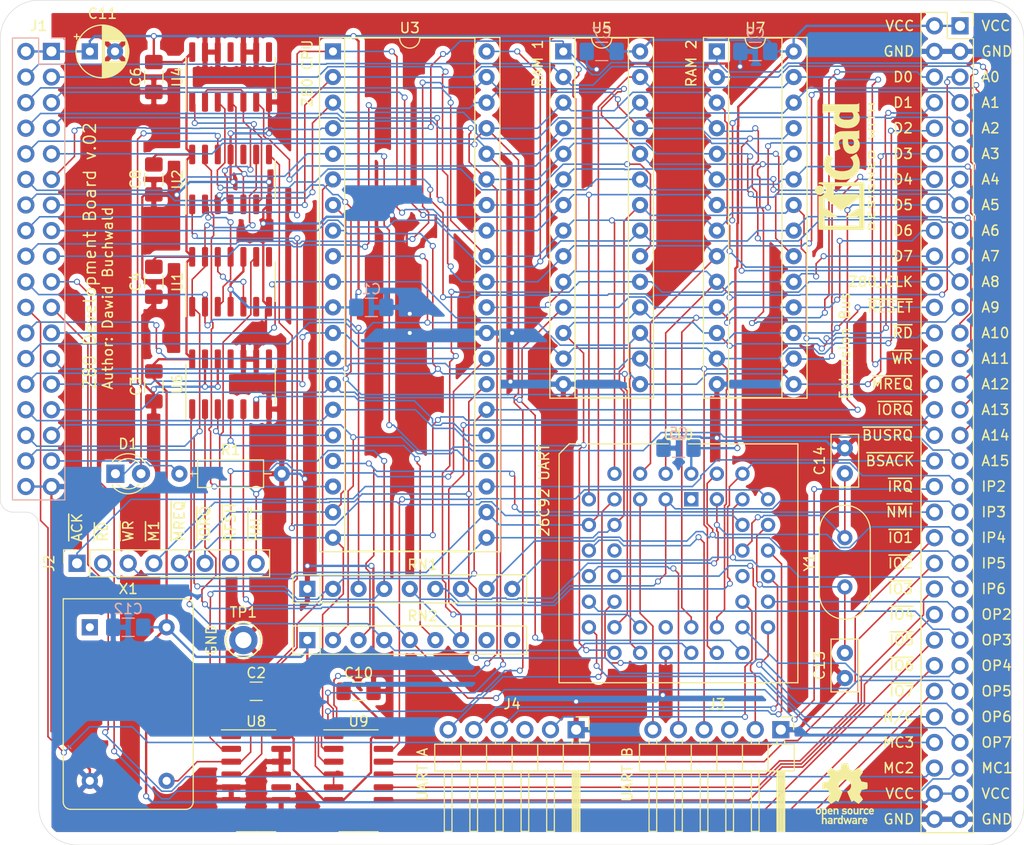
<source format=kicad_pcb>
(kicad_pcb (version 20171130) (host pcbnew "(5.1.6-0-10_14)")
  (layers (0 F.Cu signal) (31 B.Cu signal) (34 B.Paste user) (35 F.Paste user) (36 B.SilkS user) (37 F.SilkS user) (38 B.Mask user) (39 F.Mask user) (44 Edge.Cuts user))
  (net 0 "")
  (net 1 GND)
  (net 2 +5V)
  (net 3 "Net-(D1-Pad1)")
  (net 4 "Net-(D1-Pad2)")
  (net 5 CLKSEL)
  (net 6 ~RESET)
  (net 7 ~WAIT)
  (net 8 ~DBG_BUSRQ)
  (net 9 DBG_CLK)
  (net 10 ~NMI)
  (net 11 ~EXT_IRQ)
  (net 12 ~BUSACK)
  (net 13 ~EXT_BUSRQ)
  (net 14 ~IORQ)
  (net 15 ~MREQ)
  (net 16 ~WR)
  (net 17 ~RD)
  (net 18 Z80_CLK)
  (net 19 ~M1)
  (net 20 ~RFSH)
  (net 21 ~HALT)
  (net 22 /ports/ip2)
  (net 23 /ports/ip3)
  (net 24 /ports/ip4)
  (net 25 /ports/ip5)
  (net 26 /ports/ip6)
  (net 27 /ports/op2)
  (net 28 /ports/op3)
  (net 29 /ports/op4)
  (net 30 /ports/op5)
  (net 31 /ports/op6)
  (net 32 /ports/op7)
  (net 33 UARTB_~CTS)
  (net 34 UARTB_TxD)
  (net 35 UARTB_RxD)
  (net 36 UARTB_~RTS)
  (net 37 UARTA_~RTS)
  (net 38 UARTA_RxD)
  (net 39 UARTA_TxD)
  (net 40 UARTA_~CTS)
  (net 41 ~UART_IRQ)
  (net 42 ~INT)
  (net 43 ~BUSRQ)
  (net 44 ~RAM0)
  (net 45 ~RAM1)
  (net 46 MREQ)
  (net 47 ~UART)
  (net 48 CLK)
  (net 49 RESET)
  (net 50 ~CLK)
  (net 51 CLK_TOGGLE)
  (net 52 a0)
  (net 53 a1)
  (net 54 a2)
  (net 55 a3)
  (net 56 a4)
  (net 57 a5)
  (net 58 a6)
  (net 59 a7)
  (net 60 a15)
  (net 61 a14)
  (net 62 a13)
  (net 63 a12)
  (net 64 a11)
  (net 65 a10)
  (net 66 a9)
  (net 67 a8)
  (net 68 d7)
  (net 69 d6)
  (net 70 d5)
  (net 71 d4)
  (net 72 d3)
  (net 73 d2)
  (net 74 d1)
  (net 75 d0)
  (net 76 "Net-(U1-Pad12)")
  (net 77 "Net-(U2-Pad6)")
  (net 78 /ports/mc1)
  (net 79 /ports/mc2)
  (net 80 /ports/mc3)
  (net 81 ~IO1)
  (net 82 ~IO2)
  (net 83 ~IO3)
  (net 84 ~IO4)
  (net 85 ~IO5)
  (net 86 ~IO6)
  (net 87 ~IO7)
  (net 88 "Net-(C13-Pad2)")
  (net 89 "Net-(C14-Pad1)")
  (module Symbol:KiCad-Logo2_5mm_SilkScreen (layer F.Cu) (at 172.72 72.39 90)
    (fp_text reference REF** hide)
    (fp_text value KiCad-Logo2_5mm_SilkScreen hide)
  )
  (module Symbol:OSHW-Logo_5.7x6mm_SilkScreen (layer F.Cu) (at 172.72 134.62)
    (fp_text reference REF** hide)
    (fp_text value OSHW-Logo_5.7x6mm_SilkScreen hide)
  )
  (module Connector_PinSocket_2.54mm:PinSocket_2x32_P2.54mm_Vertical (layer F.Cu) (at 184.15 58.42)
    (fp_text reference J5 hide)
    (fp_text value "Extension Bus")
    (pad 64 thru_hole oval (at -2.54 78.74) (size 1.7 1.7) (drill 1) (layers *.Cu *.Mask) (net 1 GND))
    (pad 63 thru_hole oval (at 0 78.74) (size 1.7 1.7) (drill 1) (layers *.Cu *.Mask) (net 1 GND))
    (pad 62 thru_hole oval (at -2.54 76.2) (size 1.7 1.7) (drill 1) (layers *.Cu *.Mask) (net 2 +5V))
    (pad 61 thru_hole oval (at 0 76.2) (size 1.7 1.7) (drill 1) (layers *.Cu *.Mask) (net 2 +5V))
    (pad 60 thru_hole oval (at -2.54 73.66) (size 1.7 1.7) (drill 1) (layers *.Cu *.Mask) (net 79 /ports/mc2))
    (pad 59 thru_hole oval (at 0 73.66) (size 1.7 1.7) (drill 1) (layers *.Cu *.Mask) (net 78 /ports/mc1))
    (pad 58 thru_hole oval (at -2.54 71.12) (size 1.7 1.7) (drill 1) (layers *.Cu *.Mask) (net 80 /ports/mc3))
    (pad 57 thru_hole oval (at 0 71.12) (size 1.7 1.7) (drill 1) (layers *.Cu *.Mask) (net 32 /ports/op7))
    (pad 56 thru_hole oval (at -2.54 68.58) (size 1.7 1.7) (drill 1) (layers *.Cu *.Mask) (net 19 ~M1))
    (pad 55 thru_hole oval (at 0 68.58) (size 1.7 1.7) (drill 1) (layers *.Cu *.Mask) (net 31 /ports/op6))
    (pad 54 thru_hole oval (at -2.54 66.04) (size 1.7 1.7) (drill 1) (layers *.Cu *.Mask) (net 87 ~IO7))
    (pad 53 thru_hole oval (at 0 66.04) (size 1.7 1.7) (drill 1) (layers *.Cu *.Mask) (net 30 /ports/op5))
    (pad 52 thru_hole oval (at -2.54 63.5) (size 1.7 1.7) (drill 1) (layers *.Cu *.Mask) (net 86 ~IO6))
    (pad 51 thru_hole oval (at 0 63.5) (size 1.7 1.7) (drill 1) (layers *.Cu *.Mask) (net 29 /ports/op4))
    (pad 50 thru_hole oval (at -2.54 60.96) (size 1.7 1.7) (drill 1) (layers *.Cu *.Mask) (net 85 ~IO5))
    (pad 49 thru_hole oval (at 0 60.96) (size 1.7 1.7) (drill 1) (layers *.Cu *.Mask) (net 28 /ports/op3))
    (pad 48 thru_hole oval (at -2.54 58.42) (size 1.7 1.7) (drill 1) (layers *.Cu *.Mask) (net 84 ~IO4))
    (pad 47 thru_hole oval (at 0 58.42) (size 1.7 1.7) (drill 1) (layers *.Cu *.Mask) (net 27 /ports/op2))
    (pad 46 thru_hole oval (at -2.54 55.88) (size 1.7 1.7) (drill 1) (layers *.Cu *.Mask) (net 83 ~IO3))
    (pad 45 thru_hole oval (at 0 55.88) (size 1.7 1.7) (drill 1) (layers *.Cu *.Mask) (net 26 /ports/ip6))
    (pad 44 thru_hole oval (at -2.54 53.34) (size 1.7 1.7) (drill 1) (layers *.Cu *.Mask) (net 82 ~IO2))
    (pad 43 thru_hole oval (at 0 53.34) (size 1.7 1.7) (drill 1) (layers *.Cu *.Mask) (net 25 /ports/ip5))
    (pad 42 thru_hole oval (at -2.54 50.8) (size 1.7 1.7) (drill 1) (layers *.Cu *.Mask) (net 81 ~IO1))
    (pad 41 thru_hole oval (at 0 50.8) (size 1.7 1.7) (drill 1) (layers *.Cu *.Mask) (net 24 /ports/ip4))
    (pad 40 thru_hole oval (at -2.54 48.26) (size 1.7 1.7) (drill 1) (layers *.Cu *.Mask) (net 10 ~NMI))
    (pad 39 thru_hole oval (at 0 48.26) (size 1.7 1.7) (drill 1) (layers *.Cu *.Mask) (net 23 /ports/ip3))
    (pad 38 thru_hole oval (at -2.54 45.72) (size 1.7 1.7) (drill 1) (layers *.Cu *.Mask) (net 11 ~EXT_IRQ))
    (pad 37 thru_hole oval (at 0 45.72) (size 1.7 1.7) (drill 1) (layers *.Cu *.Mask) (net 22 /ports/ip2))
    (pad 36 thru_hole oval (at -2.54 43.18) (size 1.7 1.7) (drill 1) (layers *.Cu *.Mask) (net 12 ~BUSACK))
    (pad 35 thru_hole oval (at 0 43.18) (size 1.7 1.7) (drill 1) (layers *.Cu *.Mask) (net 60 a15))
    (pad 34 thru_hole oval (at -2.54 40.64) (size 1.7 1.7) (drill 1) (layers *.Cu *.Mask) (net 13 ~EXT_BUSRQ))
    (pad 33 thru_hole oval (at 0 40.64) (size 1.7 1.7) (drill 1) (layers *.Cu *.Mask) (net 61 a14))
    (pad 32 thru_hole oval (at -2.54 38.1) (size 1.7 1.7) (drill 1) (layers *.Cu *.Mask) (net 14 ~IORQ))
    (pad 31 thru_hole oval (at 0 38.1) (size 1.7 1.7) (drill 1) (layers *.Cu *.Mask) (net 62 a13))
    (pad 30 thru_hole oval (at -2.54 35.56) (size 1.7 1.7) (drill 1) (layers *.Cu *.Mask) (net 15 ~MREQ))
    (pad 29 thru_hole oval (at 0 35.56) (size 1.7 1.7) (drill 1) (layers *.Cu *.Mask) (net 63 a12))
    (pad 28 thru_hole oval (at -2.54 33.02) (size 1.7 1.7) (drill 1) (layers *.Cu *.Mask) (net 16 ~WR))
    (pad 27 thru_hole oval (at 0 33.02) (size 1.7 1.7) (drill 1) (layers *.Cu *.Mask) (net 64 a11))
    (pad 26 thru_hole oval (at -2.54 30.48) (size 1.7 1.7) (drill 1) (layers *.Cu *.Mask) (net 17 ~RD))
    (pad 25 thru_hole oval (at 0 30.48) (size 1.7 1.7) (drill 1) (layers *.Cu *.Mask) (net 65 a10))
    (pad 24 thru_hole oval (at -2.54 27.94) (size 1.7 1.7) (drill 1) (layers *.Cu *.Mask) (net 6 ~RESET))
    (pad 23 thru_hole oval (at 0 27.94) (size 1.7 1.7) (drill 1) (layers *.Cu *.Mask) (net 66 a9))
    (pad 22 thru_hole oval (at -2.54 25.4) (size 1.7 1.7) (drill 1) (layers *.Cu *.Mask) (net 18 Z80_CLK))
    (pad 21 thru_hole oval (at 0 25.4) (size 1.7 1.7) (drill 1) (layers *.Cu *.Mask) (net 67 a8))
    (pad 20 thru_hole oval (at -2.54 22.86) (size 1.7 1.7) (drill 1) (layers *.Cu *.Mask) (net 68 d7))
    (pad 19 thru_hole oval (at 0 22.86) (size 1.7 1.7) (drill 1) (layers *.Cu *.Mask) (net 59 a7))
    (pad 18 thru_hole oval (at -2.54 20.32) (size 1.7 1.7) (drill 1) (layers *.Cu *.Mask) (net 69 d6))
    (pad 17 thru_hole oval (at 0 20.32) (size 1.7 1.7) (drill 1) (layers *.Cu *.Mask) (net 58 a6))
    (pad 16 thru_hole oval (at -2.54 17.78) (size 1.7 1.7) (drill 1) (layers *.Cu *.Mask) (net 70 d5))
    (pad 15 thru_hole oval (at 0 17.78) (size 1.7 1.7) (drill 1) (layers *.Cu *.Mask) (net 57 a5))
    (pad 14 thru_hole oval (at -2.54 15.24) (size 1.7 1.7) (drill 1) (layers *.Cu *.Mask) (net 71 d4))
    (pad 13 thru_hole oval (at 0 15.24) (size 1.7 1.7) (drill 1) (layers *.Cu *.Mask) (net 56 a4))
    (pad 12 thru_hole oval (at -2.54 12.7) (size 1.7 1.7) (drill 1) (layers *.Cu *.Mask) (net 72 d3))
    (pad 11 thru_hole oval (at 0 12.7) (size 1.7 1.7) (drill 1) (layers *.Cu *.Mask) (net 55 a3))
    (pad 10 thru_hole oval (at -2.54 10.16) (size 1.7 1.7) (drill 1) (layers *.Cu *.Mask) (net 73 d2))
    (pad 9 thru_hole oval (at 0 10.16) (size 1.7 1.7) (drill 1) (layers *.Cu *.Mask) (net 54 a2))
    (pad 8 thru_hole oval (at -2.54 7.62) (size 1.7 1.7) (drill 1) (layers *.Cu *.Mask) (net 74 d1))
    (pad 7 thru_hole oval (at 0 7.62) (size 1.7 1.7) (drill 1) (layers *.Cu *.Mask) (net 53 a1))
    (pad 6 thru_hole oval (at -2.54 5.08) (size 1.7 1.7) (drill 1) (layers *.Cu *.Mask) (net 75 d0))
    (pad 5 thru_hole oval (at 0 5.08) (size 1.7 1.7) (drill 1) (layers *.Cu *.Mask) (net 52 a0))
    (pad 4 thru_hole oval (at -2.54 2.54) (size 1.7 1.7) (drill 1) (layers *.Cu *.Mask) (net 1 GND))
    (pad 3 thru_hole oval (at 0 2.54) (size 1.7 1.7) (drill 1) (layers *.Cu *.Mask) (net 1 GND))
    (pad 2 thru_hole oval (at -2.54 0) (size 1.7 1.7) (drill 1) (layers *.Cu *.Mask) (net 2 +5V))
    (pad 1 thru_hole rect (at 0 0) (size 1.7 1.7) (drill 1) (layers *.Cu *.Mask) (net 2 +5V))
  )
  (module Capacitor_SMD:C_1206_3216Metric_Pad1.42x1.75mm_HandSolder (layer F.Cu) (at 124.46 124.46)
    (fp_text reference C10 (at 0 -1.82) (layer F.SilkS))
    (fp_text value 0,1uF)
    (pad 2 smd roundrect (at 1.4875 0) (size 1.425 1.75) (layers F.Cu F.Paste F.Mask) (roundrect_rratio 0.175439) (net 1 GND))
    (pad 1 smd roundrect (at -1.4875 0) (size 1.425 1.75) (layers F.Cu F.Paste F.Mask) (roundrect_rratio 0.175439) (net 2 +5V))
  )
  (module Package_SO:SOIC-16_3.9x9.9mm_P1.27mm (layer F.Cu) (at 124.46 133.35)
    (fp_text reference U9 (at 0 -5.9) (layer F.SilkS))
    (fp_text value 74AC138)
    (pad 16 smd roundrect (at 2.475 -4.445) (size 1.95 0.6) (layers F.Cu F.Paste F.Mask) (net 2 +5V))
    (pad 15 smd roundrect (at 2.475 -3.175) (size 1.95 0.6) (layers F.Cu F.Paste F.Mask) (net 47 ~UART))
    (pad 14 smd roundrect (at 2.475 -1.905) (size 1.95 0.6) (layers F.Cu F.Paste F.Mask) (net 81 ~IO1))
    (pad 13 smd roundrect (at 2.475 -0.635) (size 1.95 0.6) (layers F.Cu F.Paste F.Mask) (net 82 ~IO2))
    (pad 12 smd roundrect (at 2.475 0.635) (size 1.95 0.6) (layers F.Cu F.Paste F.Mask) (net 83 ~IO3))
    (pad 11 smd roundrect (at 2.475 1.905) (size 1.95 0.6) (layers F.Cu F.Paste F.Mask) (net 84 ~IO4))
    (pad 10 smd roundrect (at 2.475 3.175) (size 1.95 0.6) (layers F.Cu F.Paste F.Mask) (net 85 ~IO5))
    (pad 9 smd roundrect (at 2.475 4.445) (size 1.95 0.6) (layers F.Cu F.Paste F.Mask) (net 86 ~IO6))
    (pad 8 smd roundrect (at -2.475 4.445) (size 1.95 0.6) (layers F.Cu F.Paste F.Mask) (net 1 GND))
    (pad 7 smd roundrect (at -2.475 3.175) (size 1.95 0.6) (layers F.Cu F.Paste F.Mask) (net 87 ~IO7))
    (pad 6 smd roundrect (at -2.475 1.905) (size 1.95 0.6) (layers F.Cu F.Paste F.Mask) (net 2 +5V))
    (pad 5 smd roundrect (at -2.475 0.635) (size 1.95 0.6) (layers F.Cu F.Paste F.Mask) (net 14 ~IORQ))
    (pad 4 smd roundrect (at -2.475 -0.635) (size 1.95 0.6) (layers F.Cu F.Paste F.Mask) (net 14 ~IORQ))
    (pad 3 smd roundrect (at -2.475 -1.905) (size 1.95 0.6) (layers F.Cu F.Paste F.Mask) (net 59 a7))
    (pad 2 smd roundrect (at -2.475 -3.175) (size 1.95 0.6) (layers F.Cu F.Paste F.Mask) (net 58 a6))
    (pad 1 smd roundrect (at -2.475 -4.445) (size 1.95 0.6) (layers F.Cu F.Paste F.Mask) (net 57 a5))
  )
  (module Package_SO:SOIC-16_3.9x9.9mm_P1.27mm (layer F.Cu) (at 114.3 133.35)
    (fp_text reference U8 (at 0 -5.9) (layer F.SilkS))
    (fp_text value 74HC157)
    (pad 16 smd roundrect (at 2.475 -4.445) (size 1.95 0.6) (layers F.Cu F.Paste F.Mask) (net 2 +5V))
    (pad 15 smd roundrect (at 2.475 -3.175) (size 1.95 0.6) (layers F.Cu F.Paste F.Mask) (net 1 GND))
    (pad 14 smd roundrect (at 2.475 -1.905) (size 1.95 0.6) (layers F.Cu F.Paste F.Mask) (net 1 GND))
    (pad 13 smd roundrect (at 2.475 -0.635) (size 1.95 0.6) (layers F.Cu F.Paste F.Mask) (net 1 GND))
    (pad 12 smd roundrect (at 2.475 0.635) (size 1.95 0.6) (layers F.Cu F.Paste F.Mask))
    (pad 11 smd roundrect (at 2.475 1.905) (size 1.95 0.6) (layers F.Cu F.Paste F.Mask) (net 1 GND))
    (pad 10 smd roundrect (at 2.475 3.175) (size 1.95 0.6) (layers F.Cu F.Paste F.Mask) (net 1 GND))
    (pad 9 smd roundrect (at 2.475 4.445) (size 1.95 0.6) (layers F.Cu F.Paste F.Mask))
    (pad 8 smd roundrect (at -2.475 4.445) (size 1.95 0.6) (layers F.Cu F.Paste F.Mask) (net 1 GND))
    (pad 7 smd roundrect (at -2.475 3.175) (size 1.95 0.6) (layers F.Cu F.Paste F.Mask))
    (pad 6 smd roundrect (at -2.475 1.905) (size 1.95 0.6) (layers F.Cu F.Paste F.Mask) (net 1 GND))
    (pad 5 smd roundrect (at -2.475 0.635) (size 1.95 0.6) (layers F.Cu F.Paste F.Mask) (net 1 GND))
    (pad 4 smd roundrect (at -2.475 -0.635) (size 1.95 0.6) (layers F.Cu F.Paste F.Mask) (net 18 Z80_CLK))
    (pad 3 smd roundrect (at -2.475 -1.905) (size 1.95 0.6) (layers F.Cu F.Paste F.Mask) (net 48 CLK))
    (pad 2 smd roundrect (at -2.475 -3.175) (size 1.95 0.6) (layers F.Cu F.Paste F.Mask) (net 9 DBG_CLK))
    (pad 1 smd roundrect (at -2.475 -4.445) (size 1.95 0.6) (layers F.Cu F.Paste F.Mask) (net 51 CLK_TOGGLE))
  )
  (module Package_DIP:DIP-28_W7.62mm_Socket (layer F.Cu) (at 160.02 60.96)
    (fp_text reference U7 (at 3.81 -2.33) (layer F.SilkS))
    (fp_text value 71256)
    (pad 28 thru_hole oval (at 7.62 0) (size 1.6 1.6) (drill 0.8) (layers *.Cu *.Mask) (net 2 +5V))
    (pad 14 thru_hole oval (at 0 33.02) (size 1.6 1.6) (drill 0.8) (layers *.Cu *.Mask) (net 1 GND))
    (pad 27 thru_hole oval (at 7.62 2.54) (size 1.6 1.6) (drill 0.8) (layers *.Cu *.Mask) (net 16 ~WR))
    (pad 13 thru_hole oval (at 0 30.48) (size 1.6 1.6) (drill 0.8) (layers *.Cu *.Mask) (net 73 d2))
    (pad 26 thru_hole oval (at 7.62 5.08) (size 1.6 1.6) (drill 0.8) (layers *.Cu *.Mask) (net 62 a13))
    (pad 12 thru_hole oval (at 0 27.94) (size 1.6 1.6) (drill 0.8) (layers *.Cu *.Mask) (net 74 d1))
    (pad 25 thru_hole oval (at 7.62 7.62) (size 1.6 1.6) (drill 0.8) (layers *.Cu *.Mask) (net 67 a8))
    (pad 11 thru_hole oval (at 0 25.4) (size 1.6 1.6) (drill 0.8) (layers *.Cu *.Mask) (net 75 d0))
    (pad 24 thru_hole oval (at 7.62 10.16) (size 1.6 1.6) (drill 0.8) (layers *.Cu *.Mask) (net 66 a9))
    (pad 10 thru_hole oval (at 0 22.86) (size 1.6 1.6) (drill 0.8) (layers *.Cu *.Mask) (net 52 a0))
    (pad 23 thru_hole oval (at 7.62 12.7) (size 1.6 1.6) (drill 0.8) (layers *.Cu *.Mask) (net 64 a11))
    (pad 9 thru_hole oval (at 0 20.32) (size 1.6 1.6) (drill 0.8) (layers *.Cu *.Mask) (net 53 a1))
    (pad 22 thru_hole oval (at 7.62 15.24) (size 1.6 1.6) (drill 0.8) (layers *.Cu *.Mask) (net 17 ~RD))
    (pad 8 thru_hole oval (at 0 17.78) (size 1.6 1.6) (drill 0.8) (layers *.Cu *.Mask) (net 54 a2))
    (pad 21 thru_hole oval (at 7.62 17.78) (size 1.6 1.6) (drill 0.8) (layers *.Cu *.Mask) (net 65 a10))
    (pad 7 thru_hole oval (at 0 15.24) (size 1.6 1.6) (drill 0.8) (layers *.Cu *.Mask) (net 55 a3))
    (pad 20 thru_hole oval (at 7.62 20.32) (size 1.6 1.6) (drill 0.8) (layers *.Cu *.Mask) (net 45 ~RAM1))
    (pad 6 thru_hole oval (at 0 12.7) (size 1.6 1.6) (drill 0.8) (layers *.Cu *.Mask) (net 56 a4))
    (pad 19 thru_hole oval (at 7.62 22.86) (size 1.6 1.6) (drill 0.8) (layers *.Cu *.Mask) (net 68 d7))
    (pad 5 thru_hole oval (at 0 10.16) (size 1.6 1.6) (drill 0.8) (layers *.Cu *.Mask) (net 57 a5))
    (pad 18 thru_hole oval (at 7.62 25.4) (size 1.6 1.6) (drill 0.8) (layers *.Cu *.Mask) (net 69 d6))
    (pad 4 thru_hole oval (at 0 7.62) (size 1.6 1.6) (drill 0.8) (layers *.Cu *.Mask) (net 58 a6))
    (pad 17 thru_hole oval (at 7.62 27.94) (size 1.6 1.6) (drill 0.8) (layers *.Cu *.Mask) (net 70 d5))
    (pad 3 thru_hole oval (at 0 5.08) (size 1.6 1.6) (drill 0.8) (layers *.Cu *.Mask) (net 59 a7))
    (pad 16 thru_hole oval (at 7.62 30.48) (size 1.6 1.6) (drill 0.8) (layers *.Cu *.Mask) (net 71 d4))
    (pad 2 thru_hole oval (at 0 2.54) (size 1.6 1.6) (drill 0.8) (layers *.Cu *.Mask) (net 63 a12))
    (pad 15 thru_hole oval (at 7.62 33.02) (size 1.6 1.6) (drill 0.8) (layers *.Cu *.Mask) (net 72 d3))
    (pad 1 thru_hole rect (at 0 0) (size 1.6 1.6) (drill 0.8) (layers *.Cu *.Mask) (net 61 a14))
  )
  (module Package_SO:SOIC-14_3.9x8.7mm_P1.27mm (layer F.Cu) (at 111.76 93.98 90)
    (fp_text reference U6 (at 0 -5.28 90) (layer F.SilkS))
    (fp_text value 74AC08)
    (pad 14 smd roundrect (at 2.475 -3.81 90) (size 1.95 0.6) (layers F.Cu F.Paste F.Mask) (net 2 +5V))
    (pad 13 smd roundrect (at 2.475 -2.54 90) (size 1.95 0.6) (layers F.Cu F.Paste F.Mask) (net 1 GND))
    (pad 12 smd roundrect (at 2.475 -1.27 90) (size 1.95 0.6) (layers F.Cu F.Paste F.Mask) (net 1 GND))
    (pad 11 smd roundrect (at 2.475 0 90) (size 1.95 0.6) (layers F.Cu F.Paste F.Mask))
    (pad 10 smd roundrect (at 2.475 1.27 90) (size 1.95 0.6) (layers F.Cu F.Paste F.Mask) (net 1 GND))
    (pad 9 smd roundrect (at 2.475 2.54 90) (size 1.95 0.6) (layers F.Cu F.Paste F.Mask) (net 1 GND))
    (pad 8 smd roundrect (at 2.475 3.81 90) (size 1.95 0.6) (layers F.Cu F.Paste F.Mask))
    (pad 7 smd roundrect (at -2.475 3.81 90) (size 1.95 0.6) (layers F.Cu F.Paste F.Mask) (net 1 GND))
    (pad 6 smd roundrect (at -2.475 2.54 90) (size 1.95 0.6) (layers F.Cu F.Paste F.Mask) (net 43 ~BUSRQ))
    (pad 5 smd roundrect (at -2.475 1.27 90) (size 1.95 0.6) (layers F.Cu F.Paste F.Mask) (net 13 ~EXT_BUSRQ))
    (pad 4 smd roundrect (at -2.475 0 90) (size 1.95 0.6) (layers F.Cu F.Paste F.Mask) (net 8 ~DBG_BUSRQ))
    (pad 3 smd roundrect (at -2.475 -1.27 90) (size 1.95 0.6) (layers F.Cu F.Paste F.Mask) (net 42 ~INT))
    (pad 2 smd roundrect (at -2.475 -2.54 90) (size 1.95 0.6) (layers F.Cu F.Paste F.Mask) (net 11 ~EXT_IRQ))
    (pad 1 smd roundrect (at -2.475 -3.81 90) (size 1.95 0.6) (layers F.Cu F.Paste F.Mask) (net 41 ~UART_IRQ))
  )
  (module Package_DIP:DIP-28_W7.62mm_Socket (layer F.Cu) (at 144.78 60.96)
    (fp_text reference U5 (at 3.81 -2.33) (layer F.SilkS))
    (fp_text value 71256)
    (pad 28 thru_hole oval (at 7.62 0) (size 1.6 1.6) (drill 0.8) (layers *.Cu *.Mask) (net 2 +5V))
    (pad 14 thru_hole oval (at 0 33.02) (size 1.6 1.6) (drill 0.8) (layers *.Cu *.Mask) (net 1 GND))
    (pad 27 thru_hole oval (at 7.62 2.54) (size 1.6 1.6) (drill 0.8) (layers *.Cu *.Mask) (net 16 ~WR))
    (pad 13 thru_hole oval (at 0 30.48) (size 1.6 1.6) (drill 0.8) (layers *.Cu *.Mask) (net 73 d2))
    (pad 26 thru_hole oval (at 7.62 5.08) (size 1.6 1.6) (drill 0.8) (layers *.Cu *.Mask) (net 62 a13))
    (pad 12 thru_hole oval (at 0 27.94) (size 1.6 1.6) (drill 0.8) (layers *.Cu *.Mask) (net 74 d1))
    (pad 25 thru_hole oval (at 7.62 7.62) (size 1.6 1.6) (drill 0.8) (layers *.Cu *.Mask) (net 67 a8))
    (pad 11 thru_hole oval (at 0 25.4) (size 1.6 1.6) (drill 0.8) (layers *.Cu *.Mask) (net 75 d0))
    (pad 24 thru_hole oval (at 7.62 10.16) (size 1.6 1.6) (drill 0.8) (layers *.Cu *.Mask) (net 66 a9))
    (pad 10 thru_hole oval (at 0 22.86) (size 1.6 1.6) (drill 0.8) (layers *.Cu *.Mask) (net 52 a0))
    (pad 23 thru_hole oval (at 7.62 12.7) (size 1.6 1.6) (drill 0.8) (layers *.Cu *.Mask) (net 64 a11))
    (pad 9 thru_hole oval (at 0 20.32) (size 1.6 1.6) (drill 0.8) (layers *.Cu *.Mask) (net 53 a1))
    (pad 22 thru_hole oval (at 7.62 15.24) (size 1.6 1.6) (drill 0.8) (layers *.Cu *.Mask) (net 17 ~RD))
    (pad 8 thru_hole oval (at 0 17.78) (size 1.6 1.6) (drill 0.8) (layers *.Cu *.Mask) (net 54 a2))
    (pad 21 thru_hole oval (at 7.62 17.78) (size 1.6 1.6) (drill 0.8) (layers *.Cu *.Mask) (net 65 a10))
    (pad 7 thru_hole oval (at 0 15.24) (size 1.6 1.6) (drill 0.8) (layers *.Cu *.Mask) (net 55 a3))
    (pad 20 thru_hole oval (at 7.62 20.32) (size 1.6 1.6) (drill 0.8) (layers *.Cu *.Mask) (net 44 ~RAM0))
    (pad 6 thru_hole oval (at 0 12.7) (size 1.6 1.6) (drill 0.8) (layers *.Cu *.Mask) (net 56 a4))
    (pad 19 thru_hole oval (at 7.62 22.86) (size 1.6 1.6) (drill 0.8) (layers *.Cu *.Mask) (net 68 d7))
    (pad 5 thru_hole oval (at 0 10.16) (size 1.6 1.6) (drill 0.8) (layers *.Cu *.Mask) (net 57 a5))
    (pad 18 thru_hole oval (at 7.62 25.4) (size 1.6 1.6) (drill 0.8) (layers *.Cu *.Mask) (net 69 d6))
    (pad 4 thru_hole oval (at 0 7.62) (size 1.6 1.6) (drill 0.8) (layers *.Cu *.Mask) (net 58 a6))
    (pad 17 thru_hole oval (at 7.62 27.94) (size 1.6 1.6) (drill 0.8) (layers *.Cu *.Mask) (net 70 d5))
    (pad 3 thru_hole oval (at 0 5.08) (size 1.6 1.6) (drill 0.8) (layers *.Cu *.Mask) (net 59 a7))
    (pad 16 thru_hole oval (at 7.62 30.48) (size 1.6 1.6) (drill 0.8) (layers *.Cu *.Mask) (net 71 d4))
    (pad 2 thru_hole oval (at 0 2.54) (size 1.6 1.6) (drill 0.8) (layers *.Cu *.Mask) (net 63 a12))
    (pad 15 thru_hole oval (at 7.62 33.02) (size 1.6 1.6) (drill 0.8) (layers *.Cu *.Mask) (net 72 d3))
    (pad 1 thru_hole rect (at 0 0) (size 1.6 1.6) (drill 0.8) (layers *.Cu *.Mask) (net 61 a14))
  )
  (module Package_SO:SOIC-14_3.9x8.7mm_P1.27mm (layer F.Cu) (at 111.76 63.5 90)
    (fp_text reference U4 (at 0 -5.28 90) (layer F.SilkS))
    (fp_text value 74AC00)
    (pad 14 smd roundrect (at 2.475 -3.81 90) (size 1.95 0.6) (layers F.Cu F.Paste F.Mask) (net 2 +5V))
    (pad 13 smd roundrect (at 2.475 -2.54 90) (size 1.95 0.6) (layers F.Cu F.Paste F.Mask) (net 1 GND))
    (pad 12 smd roundrect (at 2.475 -1.27 90) (size 1.95 0.6) (layers F.Cu F.Paste F.Mask) (net 1 GND))
    (pad 11 smd roundrect (at 2.475 0 90) (size 1.95 0.6) (layers F.Cu F.Paste F.Mask))
    (pad 10 smd roundrect (at 2.475 1.27 90) (size 1.95 0.6) (layers F.Cu F.Paste F.Mask) (net 1 GND))
    (pad 9 smd roundrect (at 2.475 2.54 90) (size 1.95 0.6) (layers F.Cu F.Paste F.Mask) (net 1 GND))
    (pad 8 smd roundrect (at 2.475 3.81 90) (size 1.95 0.6) (layers F.Cu F.Paste F.Mask))
    (pad 7 smd roundrect (at -2.475 3.81 90) (size 1.95 0.6) (layers F.Cu F.Paste F.Mask) (net 1 GND))
    (pad 6 smd roundrect (at -2.475 2.54 90) (size 1.95 0.6) (layers F.Cu F.Paste F.Mask) (net 45 ~RAM1))
    (pad 5 smd roundrect (at -2.475 1.27 90) (size 1.95 0.6) (layers F.Cu F.Paste F.Mask) (net 46 MREQ))
    (pad 4 smd roundrect (at -2.475 0 90) (size 1.95 0.6) (layers F.Cu F.Paste F.Mask) (net 60 a15))
    (pad 3 smd roundrect (at -2.475 -1.27 90) (size 1.95 0.6) (layers F.Cu F.Paste F.Mask) (net 44 ~RAM0))
    (pad 2 smd roundrect (at -2.475 -2.54 90) (size 1.95 0.6) (layers F.Cu F.Paste F.Mask) (net 46 MREQ))
    (pad 1 smd roundrect (at -2.475 -3.81 90) (size 1.95 0.6) (layers F.Cu F.Paste F.Mask) (net 77 "Net-(U2-Pad6)"))
  )
  (module Package_SO:SOIC-14_3.9x8.7mm_P1.27mm (layer F.Cu) (at 111.76 73.66 90)
    (fp_text reference U2 (at 0 -5.28 90) (layer F.SilkS))
    (fp_text value 74AC04)
    (pad 14 smd roundrect (at 2.475 -3.81 90) (size 1.95 0.6) (layers F.Cu F.Paste F.Mask) (net 2 +5V))
    (pad 13 smd roundrect (at 2.475 -2.54 90) (size 1.95 0.6) (layers F.Cu F.Paste F.Mask) (net 21 ~HALT))
    (pad 12 smd roundrect (at 2.475 -1.27 90) (size 1.95 0.6) (layers F.Cu F.Paste F.Mask) (net 4 "Net-(D1-Pad2)"))
    (pad 11 smd roundrect (at 2.475 0 90) (size 1.95 0.6) (layers F.Cu F.Paste F.Mask) (net 1 GND))
    (pad 10 smd roundrect (at 2.475 1.27 90) (size 1.95 0.6) (layers F.Cu F.Paste F.Mask))
    (pad 9 smd roundrect (at 2.475 2.54 90) (size 1.95 0.6) (layers F.Cu F.Paste F.Mask) (net 6 ~RESET))
    (pad 8 smd roundrect (at 2.475 3.81 90) (size 1.95 0.6) (layers F.Cu F.Paste F.Mask) (net 49 RESET))
    (pad 7 smd roundrect (at -2.475 3.81 90) (size 1.95 0.6) (layers F.Cu F.Paste F.Mask) (net 1 GND))
    (pad 6 smd roundrect (at -2.475 2.54 90) (size 1.95 0.6) (layers F.Cu F.Paste F.Mask) (net 77 "Net-(U2-Pad6)"))
    (pad 5 smd roundrect (at -2.475 1.27 90) (size 1.95 0.6) (layers F.Cu F.Paste F.Mask) (net 60 a15))
    (pad 4 smd roundrect (at -2.475 0 90) (size 1.95 0.6) (layers F.Cu F.Paste F.Mask) (net 46 MREQ))
    (pad 3 smd roundrect (at -2.475 -1.27 90) (size 1.95 0.6) (layers F.Cu F.Paste F.Mask) (net 15 ~MREQ))
    (pad 2 smd roundrect (at -2.475 -2.54 90) (size 1.95 0.6) (layers F.Cu F.Paste F.Mask) (net 50 ~CLK))
    (pad 1 smd roundrect (at -2.475 -3.81 90) (size 1.95 0.6) (layers F.Cu F.Paste F.Mask) (net 48 CLK))
  )
  (module Package_SO:SOIC-14_3.9x8.7mm_P1.27mm (layer F.Cu) (at 111.76 83.82 90)
    (fp_text reference U1 (at 0 -5.28 90) (layer F.SilkS))
    (fp_text value 74AC74)
    (pad 14 smd roundrect (at 2.475 -3.81 90) (size 1.95 0.6) (layers F.Cu F.Paste F.Mask) (net 2 +5V))
    (pad 13 smd roundrect (at 2.475 -2.54 90) (size 1.95 0.6) (layers F.Cu F.Paste F.Mask) (net 6 ~RESET))
    (pad 12 smd roundrect (at 2.475 -1.27 90) (size 1.95 0.6) (layers F.Cu F.Paste F.Mask) (net 76 "Net-(U1-Pad12)"))
    (pad 11 smd roundrect (at 2.475 0 90) (size 1.95 0.6) (layers F.Cu F.Paste F.Mask) (net 50 ~CLK))
    (pad 10 smd roundrect (at 2.475 1.27 90) (size 1.95 0.6) (layers F.Cu F.Paste F.Mask) (net 2 +5V))
    (pad 9 smd roundrect (at 2.475 2.54 90) (size 1.95 0.6) (layers F.Cu F.Paste F.Mask) (net 51 CLK_TOGGLE))
    (pad 8 smd roundrect (at 2.475 3.81 90) (size 1.95 0.6) (layers F.Cu F.Paste F.Mask))
    (pad 7 smd roundrect (at -2.475 3.81 90) (size 1.95 0.6) (layers F.Cu F.Paste F.Mask) (net 1 GND))
    (pad 6 smd roundrect (at -2.475 2.54 90) (size 1.95 0.6) (layers F.Cu F.Paste F.Mask))
    (pad 5 smd roundrect (at -2.475 1.27 90) (size 1.95 0.6) (layers F.Cu F.Paste F.Mask) (net 76 "Net-(U1-Pad12)"))
    (pad 4 smd roundrect (at -2.475 0 90) (size 1.95 0.6) (layers F.Cu F.Paste F.Mask) (net 2 +5V))
    (pad 3 smd roundrect (at -2.475 -1.27 90) (size 1.95 0.6) (layers F.Cu F.Paste F.Mask) (net 50 ~CLK))
    (pad 2 smd roundrect (at -2.475 -2.54 90) (size 1.95 0.6) (layers F.Cu F.Paste F.Mask) (net 5 CLKSEL))
    (pad 1 smd roundrect (at -2.475 -3.81 90) (size 1.95 0.6) (layers F.Cu F.Paste F.Mask) (net 6 ~RESET))
  )
  (module Resistor_THT:R_Array_SIP9 (layer F.Cu) (at 119.38 119.38)
    (fp_text reference RN2 (at 11.43 -2.4) (layer F.SilkS))
    (fp_text value 4K7)
    (pad 9 thru_hole oval (at 20.32 0) (size 1.6 1.6) (drill 0.8) (layers *.Cu *.Mask))
    (pad 8 thru_hole oval (at 17.78 0) (size 1.6 1.6) (drill 0.8) (layers *.Cu *.Mask))
    (pad 7 thru_hole oval (at 15.24 0) (size 1.6 1.6) (drill 0.8) (layers *.Cu *.Mask) (net 13 ~EXT_BUSRQ))
    (pad 6 thru_hole oval (at 12.7 0) (size 1.6 1.6) (drill 0.8) (layers *.Cu *.Mask) (net 8 ~DBG_BUSRQ))
    (pad 5 thru_hole oval (at 10.16 0) (size 1.6 1.6) (drill 0.8) (layers *.Cu *.Mask) (net 11 ~EXT_IRQ))
    (pad 4 thru_hole oval (at 7.62 0) (size 1.6 1.6) (drill 0.8) (layers *.Cu *.Mask) (net 41 ~UART_IRQ))
    (pad 3 thru_hole oval (at 5.08 0) (size 1.6 1.6) (drill 0.8) (layers *.Cu *.Mask) (net 10 ~NMI))
    (pad 2 thru_hole oval (at 2.54 0) (size 1.6 1.6) (drill 0.8) (layers *.Cu *.Mask) (net 7 ~WAIT))
    (pad 1 thru_hole rect (at 0 0) (size 1.6 1.6) (drill 0.8) (layers *.Cu *.Mask) (net 2 +5V))
  )
  (module Resistor_THT:R_Array_SIP9 (layer F.Cu) (at 119.38 114.3)
    (fp_text reference RN1 (at 11.43 -2.4) (layer F.SilkS))
    (fp_text value 4K7)
    (pad 9 thru_hole oval (at 20.32 0) (size 1.6 1.6) (drill 0.8) (layers *.Cu *.Mask) (net 26 /ports/ip6))
    (pad 8 thru_hole oval (at 17.78 0) (size 1.6 1.6) (drill 0.8) (layers *.Cu *.Mask) (net 25 /ports/ip5))
    (pad 7 thru_hole oval (at 15.24 0) (size 1.6 1.6) (drill 0.8) (layers *.Cu *.Mask) (net 24 /ports/ip4))
    (pad 6 thru_hole oval (at 12.7 0) (size 1.6 1.6) (drill 0.8) (layers *.Cu *.Mask) (net 23 /ports/ip3))
    (pad 5 thru_hole oval (at 10.16 0) (size 1.6 1.6) (drill 0.8) (layers *.Cu *.Mask) (net 22 /ports/ip2))
    (pad 4 thru_hole oval (at 7.62 0) (size 1.6 1.6) (drill 0.8) (layers *.Cu *.Mask) (net 9 DBG_CLK))
    (pad 3 thru_hole oval (at 5.08 0) (size 1.6 1.6) (drill 0.8) (layers *.Cu *.Mask) (net 5 CLKSEL))
    (pad 2 thru_hole oval (at 2.54 0) (size 1.6 1.6) (drill 0.8) (layers *.Cu *.Mask) (net 6 ~RESET))
    (pad 1 thru_hole rect (at 0 0) (size 1.6 1.6) (drill 0.8) (layers *.Cu *.Mask) (net 1 GND))
  )
  (module Capacitor_SMD:C_1206_3216Metric_Pad1.42x1.75mm_HandSolder (layer B.Cu) (at 101.6 118.11 180)
    (fp_text reference C12 (at 0 1.82) (layer B.SilkS) (effects (justify mirror)))
    (fp_text value 0,1uF)
    (pad 2 smd roundrect (at 1.4875 0 180) (size 1.425 1.75) (layers B.Cu B.Paste B.Mask) (roundrect_rratio 0.175439) (net 1 GND))
    (pad 1 smd roundrect (at -1.4875 0 180) (size 1.425 1.75) (layers B.Cu B.Paste B.Mask) (roundrect_rratio 0.175439) (net 2 +5V))
  )
  (module Capacitor_SMD:C_1206_3216Metric_Pad1.42x1.75mm_HandSolder (layer B.Cu) (at 163.83 60.96 180)
    (fp_text reference C9 (at 0 1.82) (layer B.SilkS) (effects (justify mirror)))
    (fp_text value 0,1uF)
    (pad 2 smd roundrect (at 1.4875 0 180) (size 1.425 1.75) (layers B.Cu B.Paste B.Mask) (roundrect_rratio 0.175439) (net 1 GND))
    (pad 1 smd roundrect (at -1.4875 0 180) (size 1.425 1.75) (layers B.Cu B.Paste B.Mask) (roundrect_rratio 0.175439) (net 2 +5V))
  )
  (module Capacitor_SMD:C_1206_3216Metric_Pad1.42x1.75mm_HandSolder (layer F.Cu) (at 104.14 73.66 90)
    (fp_text reference C8 (at 0 -1.82 90) (layer F.SilkS))
    (fp_text value 0,1uF)
    (pad 2 smd roundrect (at 1.4875 0 90) (size 1.425 1.75) (layers F.Cu F.Paste F.Mask) (roundrect_rratio 0.175439) (net 2 +5V))
    (pad 1 smd roundrect (at -1.4875 0 90) (size 1.425 1.75) (layers F.Cu F.Paste F.Mask) (roundrect_rratio 0.175439) (net 1 GND))
  )
  (module Capacitor_SMD:C_1206_3216Metric_Pad1.42x1.75mm_HandSolder (layer B.Cu) (at 148.59 60.96 180)
    (fp_text reference C7 (at 0 1.82) (layer B.SilkS) (effects (justify mirror)))
    (fp_text value 0,1uF)
    (pad 2 smd roundrect (at 1.4875 0 180) (size 1.425 1.75) (layers B.Cu B.Paste B.Mask) (roundrect_rratio 0.175439) (net 1 GND))
    (pad 1 smd roundrect (at -1.4875 0 180) (size 1.425 1.75) (layers B.Cu B.Paste B.Mask) (roundrect_rratio 0.175439) (net 2 +5V))
  )
  (module Capacitor_SMD:C_1206_3216Metric_Pad1.42x1.75mm_HandSolder (layer F.Cu) (at 104.14 63.5 270)
    (fp_text reference C6 (at 0 1.778 90) (layer F.SilkS))
    (fp_text value 0,1uF)
    (pad 2 smd roundrect (at 1.4875 0 270) (size 1.425 1.75) (layers F.Cu F.Paste F.Mask) (roundrect_rratio 0.175439) (net 1 GND))
    (pad 1 smd roundrect (at -1.4875 0 270) (size 1.425 1.75) (layers F.Cu F.Paste F.Mask) (roundrect_rratio 0.175439) (net 2 +5V))
  )
  (module Capacitor_SMD:C_1206_3216Metric_Pad1.42x1.75mm_HandSolder (layer B.Cu) (at 156.21 100.33)
    (fp_text reference C5 (at 0 -1.524) (layer B.SilkS) (effects (justify mirror)))
    (fp_text value 0,1uF)
    (pad 2 smd roundrect (at 1.4875 0) (size 1.425 1.75) (layers B.Cu B.Paste B.Mask) (roundrect_rratio 0.175439) (net 2 +5V))
    (pad 1 smd roundrect (at -1.4875 0) (size 1.425 1.75) (layers B.Cu B.Paste B.Mask) (roundrect_rratio 0.175439) (net 1 GND))
  )
  (module Capacitor_SMD:C_1206_3216Metric_Pad1.42x1.75mm_HandSolder (layer F.Cu) (at 104.14 83.82 90)
    (fp_text reference C4 (at 0 -1.82 90) (layer F.SilkS))
    (fp_text value 0,1uF)
    (pad 2 smd roundrect (at 1.4875 0 90) (size 1.425 1.75) (layers F.Cu F.Paste F.Mask) (roundrect_rratio 0.175439) (net 2 +5V))
    (pad 1 smd roundrect (at -1.4875 0 90) (size 1.425 1.75) (layers F.Cu F.Paste F.Mask) (roundrect_rratio 0.175439) (net 1 GND))
  )
  (module Capacitor_SMD:C_1206_3216Metric_Pad1.42x1.75mm_HandSolder (layer F.Cu) (at 104.14 94.1975 270)
    (fp_text reference C3 (at 0 1.778 90) (layer F.SilkS))
    (fp_text value 0,1uF)
    (pad 2 smd roundrect (at 1.4875 0 270) (size 1.425 1.75) (layers F.Cu F.Paste F.Mask) (roundrect_rratio 0.175439) (net 1 GND))
    (pad 1 smd roundrect (at -1.4875 0 270) (size 1.425 1.75) (layers F.Cu F.Paste F.Mask) (roundrect_rratio 0.175439) (net 2 +5V))
  )
  (module Capacitor_SMD:C_1206_3216Metric_Pad1.42x1.75mm_HandSolder (layer F.Cu) (at 114.3 124.46)
    (fp_text reference C2 (at 0 -1.82) (layer F.SilkS))
    (fp_text value 0,1uF)
    (pad 2 smd roundrect (at 1.4875 0) (size 1.425 1.75) (layers F.Cu F.Paste F.Mask) (roundrect_rratio 0.175439) (net 2 +5V))
    (pad 1 smd roundrect (at -1.4875 0) (size 1.425 1.75) (layers F.Cu F.Paste F.Mask) (roundrect_rratio 0.175439) (net 1 GND))
  )
  (module Capacitor_SMD:C_1206_3216Metric_Pad1.42x1.75mm_HandSolder (layer B.Cu) (at 125.73 86.36 180)
    (fp_text reference C1 (at 0 1.82) (layer B.SilkS) (effects (justify mirror)))
    (fp_text value 0,1uF)
    (pad 2 smd roundrect (at 1.4875 0 180) (size 1.425 1.75) (layers B.Cu B.Paste B.Mask) (roundrect_rratio 0.175439) (net 2 +5V))
    (pad 1 smd roundrect (at -1.4875 0 180) (size 1.425 1.75) (layers B.Cu B.Paste B.Mask) (roundrect_rratio 0.175439) (net 1 GND))
  )
  (module Connector_PinSocket_2.54mm:PinSocket_1x08_P2.54mm_Vertical (layer F.Cu) (at 96.52 111.76 90)
    (fp_text reference J2 (at 0 -2.77 90) (layer F.SilkS))
    (fp_text value "MCU Interface 2")
    (pad 8 thru_hole oval (at 0 17.78 90) (size 1.7 1.7) (drill 1) (layers *.Cu *.Mask) (net 21 ~HALT))
    (pad 7 thru_hole oval (at 0 15.24 90) (size 1.7 1.7) (drill 1) (layers *.Cu *.Mask) (net 20 ~RFSH))
    (pad 6 thru_hole oval (at 0 12.7 90) (size 1.7 1.7) (drill 1) (layers *.Cu *.Mask) (net 14 ~IORQ))
    (pad 5 thru_hole oval (at 0 10.16 90) (size 1.7 1.7) (drill 1) (layers *.Cu *.Mask) (net 15 ~MREQ))
    (pad 4 thru_hole oval (at 0 7.62 90) (size 1.7 1.7) (drill 1) (layers *.Cu *.Mask) (net 19 ~M1))
    (pad 3 thru_hole oval (at 0 5.08 90) (size 1.7 1.7) (drill 1) (layers *.Cu *.Mask) (net 16 ~WR))
    (pad 2 thru_hole oval (at 0 2.54 90) (size 1.7 1.7) (drill 1) (layers *.Cu *.Mask) (net 17 ~RD))
    (pad 1 thru_hole rect (at 0 0 90) (size 1.7 1.7) (drill 1) (layers *.Cu *.Mask) (net 12 ~BUSACK))
  )
  (module TestPoint:TestPoint_Keystone_5005-5009_Compact (layer F.Cu) (at 113.03 119.38)
    (fp_text reference TP1 (at 0 -2.75) (layer F.SilkS))
    (fp_text value TestPoint)
    (pad 1 thru_hole circle (at 0 0) (size 2.8 2.8) (drill 1.6) (layers *.Cu *.Mask) (net 1 GND))
  )
  (module Capacitor_THT:CP_Radial_D5.0mm_P2.50mm (layer F.Cu) (at 97.79 60.96)
    (fp_text reference C11 (at 1.25 -3.75) (layer F.SilkS))
    (fp_text value 10uF)
    (pad 1 thru_hole rect (at 0 0) (size 1.6 1.6) (drill 0.8) (layers *.Cu *.Mask) (net 2 +5V))
    (pad 2 thru_hole circle (at 2.5 0) (size 1.6 1.6) (drill 0.8) (layers *.Cu *.Mask) (net 1 GND))
  )
  (module Capacitor_THT:C_Disc_D5.0mm_W2.5mm_P2.50mm (layer F.Cu) (at 172.72 123.15 90)
    (fp_text reference C13 (at 1.25 -2.5 90) (layer F.SilkS))
    (fp_text value 22pF)
    (pad 2 thru_hole circle (at 2.5 0 90) (size 1.6 1.6) (drill 0.8) (layers *.Cu *.Mask) (net 88 "Net-(C13-Pad2)"))
    (pad 1 thru_hole circle (at 0 0 90) (size 1.6 1.6) (drill 0.8) (layers *.Cu *.Mask) (net 1 GND))
  )
  (module Capacitor_THT:C_Disc_D5.0mm_W2.5mm_P2.50mm (layer F.Cu) (at 172.72 102.83 90)
    (fp_text reference C14 (at 1.25 -2.5 90) (layer F.SilkS))
    (fp_text value 22pF)
    (pad 1 thru_hole circle (at 0 0 90) (size 1.6 1.6) (drill 0.8) (layers *.Cu *.Mask) (net 89 "Net-(C14-Pad1)"))
    (pad 2 thru_hole circle (at 2.5 0 90) (size 1.6 1.6) (drill 0.8) (layers *.Cu *.Mask) (net 1 GND))
  )
  (module LED_THT:LED_D3.0mm_Clear (layer F.Cu) (at 100.33 102.87)
    (fp_text reference D1 (at 1.27 -2.96) (layer F.SilkS))
    (fp_text value HALT)
    (pad 1 thru_hole rect (at 0 0) (size 1.8 1.8) (drill 0.9) (layers *.Cu *.Mask) (net 3 "Net-(D1-Pad1)"))
    (pad 2 thru_hole circle (at 2.54 0) (size 1.8 1.8) (drill 0.9) (layers *.Cu *.Mask) (net 4 "Net-(D1-Pad2)"))
  )
  (module Connector_PinHeader_2.54mm:PinHeader_2x18_P2.54mm_Vertical (layer B.Cu) (at 93.98 60.96 180)
    (fp_text reference J1 hide)
    (fp_text value "MCU Interface")
    (pad 1 thru_hole rect (at 0 0 180) (size 1.7 1.7) (drill 1) (layers *.Cu *.Mask) (net 2 +5V))
    (pad 2 thru_hole oval (at 2.54 0 180) (size 1.7 1.7) (drill 1) (layers *.Cu *.Mask) (net 2 +5V))
    (pad 3 thru_hole oval (at 0 -2.54 180) (size 1.7 1.7) (drill 1) (layers *.Cu *.Mask) (net 53 a1))
    (pad 4 thru_hole oval (at 2.54 -2.54 180) (size 1.7 1.7) (drill 1) (layers *.Cu *.Mask) (net 52 a0))
    (pad 5 thru_hole oval (at 0 -5.08 180) (size 1.7 1.7) (drill 1) (layers *.Cu *.Mask) (net 55 a3))
    (pad 6 thru_hole oval (at 2.54 -5.08 180) (size 1.7 1.7) (drill 1) (layers *.Cu *.Mask) (net 54 a2))
    (pad 7 thru_hole oval (at 0 -7.62 180) (size 1.7 1.7) (drill 1) (layers *.Cu *.Mask) (net 57 a5))
    (pad 8 thru_hole oval (at 2.54 -7.62 180) (size 1.7 1.7) (drill 1) (layers *.Cu *.Mask) (net 56 a4))
    (pad 9 thru_hole oval (at 0 -10.16 180) (size 1.7 1.7) (drill 1) (layers *.Cu *.Mask) (net 59 a7))
    (pad 10 thru_hole oval (at 2.54 -10.16 180) (size 1.7 1.7) (drill 1) (layers *.Cu *.Mask) (net 58 a6))
    (pad 11 thru_hole oval (at 0 -12.7 180) (size 1.7 1.7) (drill 1) (layers *.Cu *.Mask) (net 61 a14))
    (pad 12 thru_hole oval (at 2.54 -12.7 180) (size 1.7 1.7) (drill 1) (layers *.Cu *.Mask) (net 60 a15))
    (pad 13 thru_hole oval (at 0 -15.24 180) (size 1.7 1.7) (drill 1) (layers *.Cu *.Mask) (net 63 a12))
    (pad 14 thru_hole oval (at 2.54 -15.24 180) (size 1.7 1.7) (drill 1) (layers *.Cu *.Mask) (net 62 a13))
    (pad 15 thru_hole oval (at 0 -17.78 180) (size 1.7 1.7) (drill 1) (layers *.Cu *.Mask) (net 65 a10))
    (pad 16 thru_hole oval (at 2.54 -17.78 180) (size 1.7 1.7) (drill 1) (layers *.Cu *.Mask) (net 64 a11))
    (pad 17 thru_hole oval (at 0 -20.32 180) (size 1.7 1.7) (drill 1) (layers *.Cu *.Mask) (net 67 a8))
    (pad 18 thru_hole oval (at 2.54 -20.32 180) (size 1.7 1.7) (drill 1) (layers *.Cu *.Mask) (net 66 a9))
    (pad 19 thru_hole oval (at 0 -22.86 180) (size 1.7 1.7) (drill 1) (layers *.Cu *.Mask) (net 78 /ports/mc1))
    (pad 20 thru_hole oval (at 2.54 -22.86 180) (size 1.7 1.7) (drill 1) (layers *.Cu *.Mask) (net 5 CLKSEL))
    (pad 21 thru_hole oval (at 0 -25.4 180) (size 1.7 1.7) (drill 1) (layers *.Cu *.Mask) (net 79 /ports/mc2))
    (pad 22 thru_hole oval (at 2.54 -25.4 180) (size 1.7 1.7) (drill 1) (layers *.Cu *.Mask) (net 80 /ports/mc3))
    (pad 23 thru_hole oval (at 0 -27.94 180) (size 1.7 1.7) (drill 1) (layers *.Cu *.Mask) (net 69 d6))
    (pad 24 thru_hole oval (at 2.54 -27.94 180) (size 1.7 1.7) (drill 1) (layers *.Cu *.Mask) (net 68 d7))
    (pad 25 thru_hole oval (at 0 -30.48 180) (size 1.7 1.7) (drill 1) (layers *.Cu *.Mask) (net 71 d4))
    (pad 26 thru_hole oval (at 2.54 -30.48 180) (size 1.7 1.7) (drill 1) (layers *.Cu *.Mask) (net 70 d5))
    (pad 27 thru_hole oval (at 0 -33.02 180) (size 1.7 1.7) (drill 1) (layers *.Cu *.Mask) (net 73 d2))
    (pad 28 thru_hole oval (at 2.54 -33.02 180) (size 1.7 1.7) (drill 1) (layers *.Cu *.Mask) (net 72 d3))
    (pad 29 thru_hole oval (at 0 -35.56 180) (size 1.7 1.7) (drill 1) (layers *.Cu *.Mask) (net 75 d0))
    (pad 30 thru_hole oval (at 2.54 -35.56 180) (size 1.7 1.7) (drill 1) (layers *.Cu *.Mask) (net 74 d1))
    (pad 31 thru_hole oval (at 0 -38.1 180) (size 1.7 1.7) (drill 1) (layers *.Cu *.Mask) (net 7 ~WAIT))
    (pad 32 thru_hole oval (at 2.54 -38.1 180) (size 1.7 1.7) (drill 1) (layers *.Cu *.Mask) (net 6 ~RESET))
    (pad 33 thru_hole oval (at 0 -40.64 180) (size 1.7 1.7) (drill 1) (layers *.Cu *.Mask) (net 9 DBG_CLK))
    (pad 34 thru_hole oval (at 2.54 -40.64 180) (size 1.7 1.7) (drill 1) (layers *.Cu *.Mask) (net 8 ~DBG_BUSRQ))
    (pad 35 thru_hole oval (at 0 -43.18 180) (size 1.7 1.7) (drill 1) (layers *.Cu *.Mask) (net 1 GND))
    (pad 36 thru_hole oval (at 2.54 -43.18 180) (size 1.7 1.7) (drill 1) (layers *.Cu *.Mask) (net 1 GND))
  )
  (module Connector_PinHeader_2.54mm:PinHeader_1x06_P2.54mm_Horizontal (layer F.Cu) (at 166.37 128.27 270)
    (fp_text reference J3 (at -2.54 6.35 180) (layer F.SilkS))
    (fp_text value "UART B")
    (pad 6 thru_hole oval (at 0 12.7 270) (size 1.7 1.7) (drill 1) (layers *.Cu *.Mask) (net 33 UARTB_~CTS))
    (pad 5 thru_hole oval (at 0 10.16 270) (size 1.7 1.7) (drill 1) (layers *.Cu *.Mask) (net 34 UARTB_TxD))
    (pad 4 thru_hole oval (at 0 7.62 270) (size 1.7 1.7) (drill 1) (layers *.Cu *.Mask) (net 35 UARTB_RxD))
    (pad 3 thru_hole oval (at 0 5.08 270) (size 1.7 1.7) (drill 1) (layers *.Cu *.Mask))
    (pad 2 thru_hole oval (at 0 2.54 270) (size 1.7 1.7) (drill 1) (layers *.Cu *.Mask) (net 36 UARTB_~RTS))
    (pad 1 thru_hole rect (at 0 0 270) (size 1.7 1.7) (drill 1) (layers *.Cu *.Mask) (net 1 GND))
  )
  (module Connector_PinHeader_2.54mm:PinHeader_1x06_P2.54mm_Horizontal (layer F.Cu) (at 146.05 128.27 270)
    (fp_text reference J4 (at -2.54 6.35 180) (layer F.SilkS))
    (fp_text value "UART A")
    (pad 1 thru_hole rect (at 0 0 270) (size 1.7 1.7) (drill 1) (layers *.Cu *.Mask) (net 1 GND))
    (pad 2 thru_hole oval (at 0 2.54 270) (size 1.7 1.7) (drill 1) (layers *.Cu *.Mask) (net 37 UARTA_~RTS))
    (pad 3 thru_hole oval (at 0 5.08 270) (size 1.7 1.7) (drill 1) (layers *.Cu *.Mask))
    (pad 4 thru_hole oval (at 0 7.62 270) (size 1.7 1.7) (drill 1) (layers *.Cu *.Mask) (net 38 UARTA_RxD))
    (pad 5 thru_hole oval (at 0 10.16 270) (size 1.7 1.7) (drill 1) (layers *.Cu *.Mask) (net 39 UARTA_TxD))
    (pad 6 thru_hole oval (at 0 12.7 270) (size 1.7 1.7) (drill 1) (layers *.Cu *.Mask) (net 40 UARTA_~CTS))
  )
  (module Resistor_THT:R_Axial_DIN0207_L6.3mm_D2.5mm_P10.16mm_Horizontal (layer F.Cu) (at 106.68 102.87)
    (fp_text reference R1 (at 5.08 -2.37) (layer F.SilkS))
    (fp_text value 220)
    (pad 1 thru_hole circle (at 0 0) (size 1.6 1.6) (drill 0.8) (layers *.Cu *.Mask) (net 3 "Net-(D1-Pad1)"))
    (pad 2 thru_hole oval (at 10.16 0) (size 1.6 1.6) (drill 0.8) (layers *.Cu *.Mask) (net 1 GND))
  )
  (module Package_DIP:DIP-40_W15.24mm_Socket (layer F.Cu) (at 121.92 60.96)
    (fp_text reference U3 (at 7.62 -2.33) (layer F.SilkS))
    (fp_text value "Z80 CPU")
    (pad 1 thru_hole rect (at 0 0) (size 1.6 1.6) (drill 0.8) (layers *.Cu *.Mask) (net 64 a11))
    (pad 21 thru_hole oval (at 15.24 48.26) (size 1.6 1.6) (drill 0.8) (layers *.Cu *.Mask) (net 17 ~RD))
    (pad 2 thru_hole oval (at 0 2.54) (size 1.6 1.6) (drill 0.8) (layers *.Cu *.Mask) (net 63 a12))
    (pad 22 thru_hole oval (at 15.24 45.72) (size 1.6 1.6) (drill 0.8) (layers *.Cu *.Mask) (net 16 ~WR))
    (pad 3 thru_hole oval (at 0 5.08) (size 1.6 1.6) (drill 0.8) (layers *.Cu *.Mask) (net 62 a13))
    (pad 23 thru_hole oval (at 15.24 43.18) (size 1.6 1.6) (drill 0.8) (layers *.Cu *.Mask) (net 12 ~BUSACK))
    (pad 4 thru_hole oval (at 0 7.62) (size 1.6 1.6) (drill 0.8) (layers *.Cu *.Mask) (net 61 a14))
    (pad 24 thru_hole oval (at 15.24 40.64) (size 1.6 1.6) (drill 0.8) (layers *.Cu *.Mask) (net 7 ~WAIT))
    (pad 5 thru_hole oval (at 0 10.16) (size 1.6 1.6) (drill 0.8) (layers *.Cu *.Mask) (net 60 a15))
    (pad 25 thru_hole oval (at 15.24 38.1) (size 1.6 1.6) (drill 0.8) (layers *.Cu *.Mask) (net 43 ~BUSRQ))
    (pad 6 thru_hole oval (at 0 12.7) (size 1.6 1.6) (drill 0.8) (layers *.Cu *.Mask) (net 18 Z80_CLK))
    (pad 26 thru_hole oval (at 15.24 35.56) (size 1.6 1.6) (drill 0.8) (layers *.Cu *.Mask) (net 6 ~RESET))
    (pad 7 thru_hole oval (at 0 15.24) (size 1.6 1.6) (drill 0.8) (layers *.Cu *.Mask) (net 71 d4))
    (pad 27 thru_hole oval (at 15.24 33.02) (size 1.6 1.6) (drill 0.8) (layers *.Cu *.Mask) (net 19 ~M1))
    (pad 8 thru_hole oval (at 0 17.78) (size 1.6 1.6) (drill 0.8) (layers *.Cu *.Mask) (net 72 d3))
    (pad 28 thru_hole oval (at 15.24 30.48) (size 1.6 1.6) (drill 0.8) (layers *.Cu *.Mask) (net 20 ~RFSH))
    (pad 9 thru_hole oval (at 0 20.32) (size 1.6 1.6) (drill 0.8) (layers *.Cu *.Mask) (net 70 d5))
    (pad 29 thru_hole oval (at 15.24 27.94) (size 1.6 1.6) (drill 0.8) (layers *.Cu *.Mask) (net 1 GND))
    (pad 10 thru_hole oval (at 0 22.86) (size 1.6 1.6) (drill 0.8) (layers *.Cu *.Mask) (net 69 d6))
    (pad 30 thru_hole oval (at 15.24 25.4) (size 1.6 1.6) (drill 0.8) (layers *.Cu *.Mask) (net 52 a0))
    (pad 11 thru_hole oval (at 0 25.4) (size 1.6 1.6) (drill 0.8) (layers *.Cu *.Mask) (net 2 +5V))
    (pad 31 thru_hole oval (at 15.24 22.86) (size 1.6 1.6) (drill 0.8) (layers *.Cu *.Mask) (net 53 a1))
    (pad 12 thru_hole oval (at 0 27.94) (size 1.6 1.6) (drill 0.8) (layers *.Cu *.Mask) (net 73 d2))
    (pad 32 thru_hole oval (at 15.24 20.32) (size 1.6 1.6) (drill 0.8) (layers *.Cu *.Mask) (net 54 a2))
    (pad 13 thru_hole oval (at 0 30.48) (size 1.6 1.6) (drill 0.8) (layers *.Cu *.Mask) (net 68 d7))
    (pad 33 thru_hole oval (at 15.24 17.78) (size 1.6 1.6) (drill 0.8) (layers *.Cu *.Mask) (net 55 a3))
    (pad 14 thru_hole oval (at 0 33.02) (size 1.6 1.6) (drill 0.8) (layers *.Cu *.Mask) (net 75 d0))
    (pad 34 thru_hole oval (at 15.24 15.24) (size 1.6 1.6) (drill 0.8) (layers *.Cu *.Mask) (net 56 a4))
    (pad 15 thru_hole oval (at 0 35.56) (size 1.6 1.6) (drill 0.8) (layers *.Cu *.Mask) (net 74 d1))
    (pad 35 thru_hole oval (at 15.24 12.7) (size 1.6 1.6) (drill 0.8) (layers *.Cu *.Mask) (net 57 a5))
    (pad 16 thru_hole oval (at 0 38.1) (size 1.6 1.6) (drill 0.8) (layers *.Cu *.Mask) (net 42 ~INT))
    (pad 36 thru_hole oval (at 15.24 10.16) (size 1.6 1.6) (drill 0.8) (layers *.Cu *.Mask) (net 58 a6))
    (pad 17 thru_hole oval (at 0 40.64) (size 1.6 1.6) (drill 0.8) (layers *.Cu *.Mask) (net 10 ~NMI))
    (pad 37 thru_hole oval (at 15.24 7.62) (size 1.6 1.6) (drill 0.8) (layers *.Cu *.Mask) (net 59 a7))
    (pad 18 thru_hole oval (at 0 43.18) (size 1.6 1.6) (drill 0.8) (layers *.Cu *.Mask) (net 21 ~HALT))
    (pad 38 thru_hole oval (at 15.24 5.08) (size 1.6 1.6) (drill 0.8) (layers *.Cu *.Mask) (net 67 a8))
    (pad 19 thru_hole oval (at 0 45.72) (size 1.6 1.6) (drill 0.8) (layers *.Cu *.Mask) (net 15 ~MREQ))
    (pad 39 thru_hole oval (at 15.24 2.54) (size 1.6 1.6) (drill 0.8) (layers *.Cu *.Mask) (net 66 a9))
    (pad 20 thru_hole oval (at 0 48.26) (size 1.6 1.6) (drill 0.8) (layers *.Cu *.Mask) (net 14 ~IORQ))
    (pad 40 thru_hole oval (at 15.24 0) (size 1.6 1.6) (drill 0.8) (layers *.Cu *.Mask) (net 65 a10))
  )
  (module Package_LCC:PLCC-44_THT-Socket (layer F.Cu) (at 157.48 105.41)
    (fp_text reference U10 (at -1.27 -6.4) (layer F.SilkS))
    (fp_text value SC26C92)
    (pad 1 thru_hole rect (at 0 0) (size 1.4224 1.4224) (drill 0.8) (layers *.Cu *.Mask))
    (pad 3 thru_hole circle (at -2.54 0) (size 1.4224 1.4224) (drill 0.8) (layers *.Cu *.Mask) (net 23 /ports/ip3))
    (pad 5 thru_hole circle (at -5.08 0) (size 1.4224 1.4224) (drill 0.8) (layers *.Cu *.Mask) (net 33 UARTB_~CTS))
    (pad 43 thru_hole circle (at 2.54 0) (size 1.4224 1.4224) (drill 0.8) (layers *.Cu *.Mask) (net 24 /ports/ip4))
    (pad 41 thru_hole circle (at 5.08 0) (size 1.4224 1.4224) (drill 0.8) (layers *.Cu *.Mask) (net 26 /ports/ip6))
    (pad 2 thru_hole circle (at -2.54 -2.54) (size 1.4224 1.4224) (drill 0.8) (layers *.Cu *.Mask) (net 52 a0))
    (pad 4 thru_hole circle (at -5.08 -2.54) (size 1.4224 1.4224) (drill 0.8) (layers *.Cu *.Mask) (net 53 a1))
    (pad 6 thru_hole circle (at -7.62 -2.54) (size 1.4224 1.4224) (drill 0.8) (layers *.Cu *.Mask) (net 54 a2))
    (pad 44 thru_hole circle (at 0 -2.54) (size 1.4224 1.4224) (drill 0.8) (layers *.Cu *.Mask) (net 2 +5V))
    (pad 42 thru_hole circle (at 2.54 -2.54) (size 1.4224 1.4224) (drill 0.8) (layers *.Cu *.Mask) (net 25 /ports/ip5))
    (pad 8 thru_hole circle (at -7.62 0) (size 1.4224 1.4224) (drill 0.8) (layers *.Cu *.Mask) (net 40 UARTA_~CTS))
    (pad 10 thru_hole circle (at -7.62 2.54) (size 1.4224 1.4224) (drill 0.8) (layers *.Cu *.Mask) (net 17 ~RD))
    (pad 12 thru_hole circle (at -7.62 5.08) (size 1.4224 1.4224) (drill 0.8) (layers *.Cu *.Mask))
    (pad 14 thru_hole circle (at -7.62 7.62) (size 1.4224 1.4224) (drill 0.8) (layers *.Cu *.Mask) (net 36 UARTB_~RTS))
    (pad 16 thru_hole circle (at -7.62 10.16) (size 1.4224 1.4224) (drill 0.8) (layers *.Cu *.Mask) (net 30 /ports/op5))
    (pad 7 thru_hole circle (at -10.16 0) (size 1.4224 1.4224) (drill 0.8) (layers *.Cu *.Mask) (net 55 a3))
    (pad 9 thru_hole circle (at -10.16 2.54) (size 1.4224 1.4224) (drill 0.8) (layers *.Cu *.Mask) (net 16 ~WR))
    (pad 11 thru_hole circle (at -10.16 5.08) (size 1.4224 1.4224) (drill 0.8) (layers *.Cu *.Mask) (net 35 UARTB_RxD))
    (pad 13 thru_hole circle (at -10.16 7.62) (size 1.4224 1.4224) (drill 0.8) (layers *.Cu *.Mask) (net 34 UARTB_TxD))
    (pad 15 thru_hole circle (at -10.16 10.16) (size 1.4224 1.4224) (drill 0.8) (layers *.Cu *.Mask) (net 28 /ports/op3))
    (pad 17 thru_hole circle (at -10.16 12.7) (size 1.4224 1.4224) (drill 0.8) (layers *.Cu *.Mask) (net 32 /ports/op7))
    (pad 19 thru_hole circle (at -7.62 12.7) (size 1.4224 1.4224) (drill 0.8) (layers *.Cu *.Mask) (net 72 d3))
    (pad 21 thru_hole circle (at -5.08 12.7) (size 1.4224 1.4224) (drill 0.8) (layers *.Cu *.Mask) (net 68 d7))
    (pad 23 thru_hole circle (at -2.54 12.7) (size 1.4224 1.4224) (drill 0.8) (layers *.Cu *.Mask))
    (pad 25 thru_hole circle (at 0 12.7) (size 1.4224 1.4224) (drill 0.8) (layers *.Cu *.Mask) (net 69 d6))
    (pad 27 thru_hole circle (at 2.54 12.7) (size 1.4224 1.4224) (drill 0.8) (layers *.Cu *.Mask) (net 73 d2))
    (pad 29 thru_hole circle (at 7.62 12.7) (size 1.4224 1.4224) (drill 0.8) (layers *.Cu *.Mask) (net 31 /ports/op6))
    (pad 18 thru_hole circle (at -7.62 15.24) (size 1.4224 1.4224) (drill 0.8) (layers *.Cu *.Mask) (net 74 d1))
    (pad 20 thru_hole circle (at -5.08 15.24) (size 1.4224 1.4224) (drill 0.8) (layers *.Cu *.Mask) (net 70 d5))
    (pad 22 thru_hole circle (at -2.54 15.24) (size 1.4224 1.4224) (drill 0.8) (layers *.Cu *.Mask) (net 1 GND))
    (pad 24 thru_hole circle (at 0 15.24) (size 1.4224 1.4224) (drill 0.8) (layers *.Cu *.Mask) (net 41 ~UART_IRQ))
    (pad 26 thru_hole circle (at 2.54 15.24) (size 1.4224 1.4224) (drill 0.8) (layers *.Cu *.Mask) (net 71 d4))
    (pad 28 thru_hole circle (at 5.08 15.24) (size 1.4224 1.4224) (drill 0.8) (layers *.Cu *.Mask) (net 75 d0))
    (pad 30 thru_hole circle (at 5.08 12.7) (size 1.4224 1.4224) (drill 0.8) (layers *.Cu *.Mask) (net 29 /ports/op4))
    (pad 32 thru_hole circle (at 5.08 10.16) (size 1.4224 1.4224) (drill 0.8) (layers *.Cu *.Mask) (net 37 UARTA_~RTS))
    (pad 34 thru_hole circle (at 5.08 7.62) (size 1.4224 1.4224) (drill 0.8) (layers *.Cu *.Mask))
    (pad 36 thru_hole circle (at 5.08 5.08) (size 1.4224 1.4224) (drill 0.8) (layers *.Cu *.Mask) (net 89 "Net-(C14-Pad1)"))
    (pad 38 thru_hole circle (at 5.08 2.54) (size 1.4224 1.4224) (drill 0.8) (layers *.Cu *.Mask) (net 49 RESET))
    (pad 40 thru_hole circle (at 5.08 -2.54) (size 1.4224 1.4224) (drill 0.8) (layers *.Cu *.Mask) (net 22 /ports/ip2))
    (pad 31 thru_hole circle (at 7.62 10.16) (size 1.4224 1.4224) (drill 0.8) (layers *.Cu *.Mask) (net 27 /ports/op2))
    (pad 33 thru_hole circle (at 7.62 7.62) (size 1.4224 1.4224) (drill 0.8) (layers *.Cu *.Mask) (net 39 UARTA_TxD))
    (pad 35 thru_hole circle (at 7.62 5.08) (size 1.4224 1.4224) (drill 0.8) (layers *.Cu *.Mask) (net 38 UARTA_RxD))
    (pad 37 thru_hole circle (at 7.62 2.54) (size 1.4224 1.4224) (drill 0.8) (layers *.Cu *.Mask) (net 88 "Net-(C13-Pad2)"))
    (pad 39 thru_hole circle (at 7.62 0) (size 1.4224 1.4224) (drill 0.8) (layers *.Cu *.Mask) (net 47 ~UART))
  )
  (module Oscillator:Oscillator_DIP-14 (layer F.Cu) (at 97.79 118.11 270)
    (fp_text reference X1 (at -3.81 -3.81 180) (layer F.SilkS))
    (fp_text value 4MHz)
    (pad 1 thru_hole rect (at 0 0 270) (size 1.6 1.6) (drill 0.8) (layers *.Cu *.Mask))
    (pad 14 thru_hole circle (at 0 -7.62 270) (size 1.6 1.6) (drill 0.8) (layers *.Cu *.Mask) (net 2 +5V))
    (pad 8 thru_hole circle (at 15.24 -7.62 270) (size 1.6 1.6) (drill 0.8) (layers *.Cu *.Mask) (net 48 CLK))
    (pad 7 thru_hole circle (at 15.24 0 270) (size 1.6 1.6) (drill 0.8) (layers *.Cu *.Mask) (net 1 GND))
  )
  (module Crystal:Crystal_HC49-U_Vertical (layer F.Cu) (at 172.72 114.1 90)
    (fp_text reference Y1 (at 2.44 -3.525 90) (layer F.SilkS))
    (fp_text value "3,6864 MHz")
    (pad 1 thru_hole circle (at 0 0 90) (size 1.5 1.5) (drill 0.8) (layers *.Cu *.Mask) (net 88 "Net-(C13-Pad2)"))
    (pad 2 thru_hole circle (at 4.88 0 90) (size 1.5 1.5) (drill 0.8) (layers *.Cu *.Mask) (net 89 "Net-(C14-Pad1)"))
  )
  (gr_text MC2 (at 179.705 132.08) (layer F.SilkS) (effects (font (size 1 1)) (justify right)))
  (gr_text MC3 (at 179.705 129.54) (layer F.SilkS) (effects (font (size 1 1)) (justify right)))
  (gr_text N/C (at 179.705 127) (layer F.SilkS) (effects (font (size 1 1)) (justify right)))
  (gr_text ~IO7 (at 179.705 124.46) (layer F.SilkS) (effects (font (size 1 1)) (justify right)))
  (gr_text ~IO6 (at 179.705 121.92) (layer F.SilkS) (effects (font (size 1 1)) (justify right)))
  (gr_text ~IO5 (at 179.705 119.38) (layer F.SilkS) (effects (font (size 1 1)) (justify right)))
  (gr_text ~IO4 (at 179.705 116.84) (layer F.SilkS) (effects (font (size 1 1)) (justify right)))
  (gr_text ~IO3 (at 179.578 114.3) (layer F.SilkS) (effects (font (size 1 1)) (justify right)))
  (gr_text ~IO2 (at 179.578 111.76) (layer F.SilkS) (effects (font (size 1 1)) (justify right)))
  (gr_text ~IO1 (at 179.578 109.22) (layer F.SilkS) (effects (font (size 1 1)) (justify right)))
  (gr_text MC1 (at 186.182 132.08) (layer F.SilkS) (effects (font (size 1 1)) (justify left)))
  (gr_text GND (at 179.705 137.16) (layer F.SilkS) (effects (font (size 1 1)) (justify right)))
  (gr_text VCC (at 179.705 134.62) (layer F.SilkS) (effects (font (size 1 1)) (justify right)))
  (gr_text VCC (at 179.705 58.42) (layer F.SilkS) (effects (font (size 1 1)) (justify right)))
  (gr_text GND (at 179.705 60.96) (layer F.SilkS) (effects (font (size 1 1)) (justify right)))
  (gr_text VCC (at 186.182 58.42) (layer F.SilkS) (effects (font (size 1 1)) (justify left)))
  (gr_text GND (at 186.182 60.96) (layer F.SilkS) (effects (font (size 1 1)) (justify left)))
  (gr_text J1 (at 92.71 58.42) (layer F.SilkS) (effects (font (size 1 1))))
  (gr_line (start 90.17 106.68) (end 91.44 106.68) (layer Edge.Cuts) (width 0.05))
  (gr_arc (start 91.44 107.95) (end 92.71 107.95) (angle -90) (layer Edge.Cuts) (width 0.05))
  (gr_arc (start 90.17 105.41) (end 88.9 105.41) (angle -90) (layer Edge.Cuts) (width 0.05))
  (gr_line (start 92.71 135.89) (end 92.71 107.95) (layer Edge.Cuts) (width 0.05))
  (gr_text "Author: Dawid Buchwald" (at 99.568 94.615 90) (layer F.SilkS) (effects (font (size 1 1)) (justify left)))
  (gr_text "Extension Bus" (at 172.72 90.17 90) (layer F.SilkS) (effects (font (size 1 1))))
  (gr_text "26C92 UART" (at 142.875 109.22 90) (layer F.SilkS) (effects (font (size 1 1)) (justify left)))
  (gr_text "RAM 2" (at 157.48 59.69 90) (layer F.SilkS) (effects (font (size 1 1)) (justify right)))
  (gr_text "RAM 1" (at 142.24 59.69 90) (layer F.SilkS) (effects (font (size 1 1)) (justify right)))
  (gr_text "Z80 CPU" (at 119.38 59.69 90) (layer F.SilkS) (effects (font (size 1 1)) (justify right)))
  (gr_text GND (at 109.855 119.38 90) (layer F.SilkS) (effects (font (size 1 1))))
  (gr_text "UART B" (at 151.13 132.715 90) (layer F.SilkS) (effects (font (size 1 1))))
  (gr_text "UART A" (at 130.81 132.715 90) (layer F.SilkS) (effects (font (size 1 1))))
  (gr_text OP7 (at 186.182 129.54) (layer F.SilkS) (effects (font (size 1 1)) (justify left)))
  (gr_text OP6 (at 186.182 127) (layer F.SilkS) (effects (font (size 1 1)) (justify left)))
  (gr_text OP5 (at 186.182 124.46) (layer F.SilkS) (effects (font (size 1 1)) (justify left)))
  (gr_text OP4 (at 186.182 121.92) (layer F.SilkS) (effects (font (size 1 1)) (justify left)))
  (gr_text OP3 (at 186.182 119.38) (layer F.SilkS) (effects (font (size 1 1)) (justify left)))
  (gr_text OP2 (at 186.182 116.84) (layer F.SilkS) (effects (font (size 1 1)) (justify left)))
  (gr_text IP6 (at 186.182 114.3) (layer F.SilkS) (effects (font (size 1 1)) (justify left)))
  (gr_text IP5 (at 186.182 111.76) (layer F.SilkS) (effects (font (size 1 1)) (justify left)))
  (gr_text IP4 (at 186.182 109.22) (layer F.SilkS) (effects (font (size 1 1)) (justify left)))
  (gr_text IP3 (at 186.182 106.68) (layer F.SilkS) (effects (font (size 1 1)) (justify left)))
  (gr_text IP2 (at 186.182 104.14) (layer F.SilkS) (effects (font (size 1 1)) (justify left)))
  (gr_text "Z80 Development Board v.02" (at 97.79 94.615 90) (layer F.SilkS) (effects (font (size 1.2 1.2)) (justify left)))
  (gr_text ~HALT (at 114.3 109.728 90) (layer F.SilkS) (effects (font (size 1 1)) (justify left)))
  (gr_text ~RFSH (at 111.76 109.728 90) (layer F.SilkS) (effects (font (size 1 1)) (justify left)))
  (gr_text ~IORQ (at 109.22 109.728 90) (layer F.SilkS) (effects (font (size 1 1)) (justify left)))
  (gr_text ~MREQ (at 106.68 109.728 90) (layer F.SilkS) (effects (font (size 1 1)) (justify left)))
  (gr_text ~M1 (at 104.14 109.728 90) (layer F.SilkS) (effects (font (size 1 1)) (justify left)))
  (gr_text ~WR (at 101.6 109.728 90) (layer F.SilkS) (effects (font (size 1 1)) (justify left)))
  (gr_text ~RD (at 99.06 109.728 90) (layer F.SilkS) (effects (font (size 1 1)) (justify left)))
  (gr_text ~ACK (at 96.52 109.728 90) (layer F.SilkS) (effects (font (size 1 1)) (justify left)))
  (gr_text D0 (at 179.578 63.5) (layer F.SilkS) (effects (font (size 1 1)) (justify right)))
  (gr_text D1 (at 179.578 66.04) (layer F.SilkS) (effects (font (size 1 1)) (justify right)))
  (gr_text D2 (at 179.578 68.58) (layer F.SilkS) (effects (font (size 1 1)) (justify right)))
  (gr_text D3 (at 179.578 71.12) (layer F.SilkS) (effects (font (size 1 1)) (justify right)))
  (gr_text D4 (at 179.578 73.66) (layer F.SilkS) (effects (font (size 1 1)) (justify right)))
  (gr_text D5 (at 179.578 76.2) (layer F.SilkS) (effects (font (size 1 1)) (justify right)))
  (gr_text D6 (at 179.578 78.74) (layer F.SilkS) (effects (font (size 1 1)) (justify right)))
  (gr_text D7 (at 179.578 81.28) (layer F.SilkS) (effects (font (size 1 1)) (justify right)))
  (gr_text Z80_CLK (at 179.578 83.82) (layer F.SilkS) (effects (font (size 1 1)) (justify right)))
  (gr_text ~RESET (at 179.578 86.36) (layer F.SilkS) (effects (font (size 1 1)) (justify right)))
  (gr_text ~RD (at 179.578 88.9) (layer F.SilkS) (effects (font (size 1 1)) (justify right)))
  (gr_text ~WR (at 179.578 91.44) (layer F.SilkS) (effects (font (size 1 1)) (justify right)))
  (gr_text ~MREQ (at 179.578 93.98) (layer F.SilkS) (effects (font (size 1 1)) (justify right)))
  (gr_text ~IORQ (at 179.578 96.52) (layer F.SilkS) (effects (font (size 1 1)) (justify right)))
  (gr_text ~BUSRQ (at 179.578 99.06) (layer F.SilkS) (effects (font (size 1 1)) (justify right)))
  (gr_text ~BSACK (at 179.705 101.6) (layer F.SilkS) (effects (font (size 1 1)) (justify right)))
  (gr_text ~IRQ (at 179.578 104.14) (layer F.SilkS) (effects (font (size 1 1)) (justify right)))
  (gr_text ~NMI (at 179.578 106.68) (layer F.SilkS) (effects (font (size 1 1)) (justify right)))
  (gr_text GND (at 186.182 137.16) (layer F.SilkS) (effects (font (size 1 1)) (justify left)))
  (gr_text VCC (at 186.182 134.62) (layer F.SilkS) (effects (font (size 1 1)) (justify left)))
  (gr_text A15 (at 186.182 101.6) (layer F.SilkS) (effects (font (size 1 1)) (justify left)))
  (gr_text A14 (at 186.182 99.06) (layer F.SilkS) (effects (font (size 1 1)) (justify left)))
  (gr_text A13 (at 186.182 96.52) (layer F.SilkS) (effects (font (size 1 1)) (justify left)))
  (gr_text A12 (at 186.182 93.98) (layer F.SilkS) (effects (font (size 1 1)) (justify left)))
  (gr_text A11 (at 186.182 91.44) (layer F.SilkS) (effects (font (size 1 1)) (justify left)))
  (gr_text A10 (at 186.182 88.9) (layer F.SilkS) (effects (font (size 1 1)) (justify left)))
  (gr_text A9 (at 186.182 86.36) (layer F.SilkS) (effects (font (size 1 1)) (justify left)))
  (gr_text A8 (at 186.182 83.82) (layer F.SilkS) (effects (font (size 1 1)) (justify left)))
  (gr_text A7 (at 186.182 81.28) (layer F.SilkS) (effects (font (size 1 1)) (justify left)))
  (gr_text A6 (at 186.182 78.74) (layer F.SilkS) (effects (font (size 1 1)) (justify left)))
  (gr_text A5 (at 186.182 76.2) (layer F.SilkS) (effects (font (size 1 1)) (justify left)))
  (gr_text A4 (at 186.182 73.66) (layer F.SilkS) (effects (font (size 1 1)) (justify left)))
  (gr_text A3 (at 186.182 71.12) (layer F.SilkS) (effects (font (size 1 1)) (justify left)))
  (gr_text A2 (at 186.182 68.58) (layer F.SilkS) (effects (font (size 1 1)) (justify left)))
  (gr_text A1 (at 186.182 66.04) (layer F.SilkS) (effects (font (size 1 1)) (justify left)))
  (gr_text A0 (at 186.182 63.5) (layer F.SilkS) (effects (font (size 1 1)) (justify left)))
  (gr_arc (start 96.52 135.89) (end 92.71 135.89) (angle -90) (layer Edge.Cuts) (width 0.05))
  (gr_arc (start 92.71 59.69) (end 92.71 55.88) (angle -90) (layer Edge.Cuts) (width 0.05))
  (gr_arc (start 186.69 59.69) (end 190.5 59.69) (angle -90) (layer Edge.Cuts) (width 0.05))
  (gr_arc (start 186.69 135.89) (end 186.69 139.7) (angle -90) (layer Edge.Cuts) (width 0.05))
  (gr_line (start 186.69 55.88) (end 92.71 55.88) (layer Edge.Cuts) (width 0.05))
  (gr_line (start 190.5 135.89) (end 190.5 59.69) (layer Edge.Cuts) (width 0.05))
  (gr_line (start 96.52 139.7) (end 186.69 139.7) (layer Edge.Cuts) (width 0.05))
  (gr_line (start 88.9 59.69) (end 88.9 105.41) (layer Edge.Cuts) (width 0.05))
  (segment (start 91.44 104.14) (end 93.98 104.14) (width 0.2286) (layer B.Cu) (net 1))
  (segment (start 114.3 90.53) (end 114.3 91.505) (width 0.2286) (layer F.Cu) (net 1))
  (segment (start 115.27 89.56) (end 114.3 90.53) (width 0.2286) (layer F.Cu) (net 1))
  (segment (start 115.27 86.595) (end 115.27 89.56) (width 0.2286) (layer F.Cu) (net 1))
  (segment (start 115.57 86.295) (end 115.27 86.595) (width 0.2286) (layer F.Cu) (net 1))
  (segment (start 119.38 114.3) (end 119.38 103.632) (width 0.2286) (layer F.Cu) (net 1))
  (via (at 119.126 103.378) (size 0.6) (drill 0.4) (layers F.Cu B.Cu) (net 1))
  (segment (start 119.38 103.632) (end 119.126 103.378) (width 0.2286) (layer F.Cu) (net 1))
  (segment (start 119.126 103.378) (end 118.618 102.87) (width 0.2286) (layer B.Cu) (net 1))
  (segment (start 118.618 102.87) (end 116.84 102.87) (width 0.2286) (layer B.Cu) (net 1))
  (segment (start 104.14 95.685) (end 104.14 94.488) (width 0.2286) (layer F.Cu) (net 1))
  (via (at 104.14 94.488) (size 0.6) (drill 0.4) (layers F.Cu B.Cu) (net 1))
  (segment (start 109.22 91.505) (end 109.22 92.48) (width 0.2286) (layer F.Cu) (net 1))
  (via (at 109.22 94.234) (size 0.6) (drill 0.4) (layers F.Cu B.Cu) (net 1))
  (segment (start 109.22 92.48) (end 109.22 94.234) (width 0.2286) (layer F.Cu) (net 1))
  (segment (start 104.394 94.234) (end 104.14 94.488) (width 0.2286) (layer B.Cu) (net 1))
  (segment (start 109.22 94.234) (end 104.394 94.234) (width 0.2286) (layer B.Cu) (net 1))
  (segment (start 104.14 94.9725) (end 104.14 95.685) (width 0.2286) (layer F.Cu) (net 1))
  (segment (start 102.99829 87.16171) (end 102.99829 93.83079) (width 0.2286) (layer F.Cu) (net 1))
  (segment (start 104.14 86.02) (end 102.99829 87.16171) (width 0.2286) (layer F.Cu) (net 1))
  (segment (start 104.14 85.3075) (end 104.14 86.02) (width 0.2286) (layer F.Cu) (net 1))
  (segment (start 102.99829 93.83079) (end 104.14 94.9725) (width 0.2286) (layer F.Cu) (net 1))
  (segment (start 102.99829 75.41421) (end 103.265 75.1475) (width 0.2286) (layer F.Cu) (net 1))
  (segment (start 103.265 75.1475) (end 104.14 75.1475) (width 0.2286) (layer F.Cu) (net 1))
  (segment (start 102.99829 83.45329) (end 102.99829 75.41421) (width 0.2286) (layer F.Cu) (net 1))
  (segment (start 104.14 84.595) (end 102.99829 83.45329) (width 0.2286) (layer F.Cu) (net 1))
  (segment (start 104.14 85.3075) (end 104.14 84.595) (width 0.2286) (layer F.Cu) (net 1))
  (segment (start 111.76 71.185) (end 111.76 69.088) (width 0.2286) (layer F.Cu) (net 1))
  (via (at 111.76 69.088) (size 0.6) (drill 0.4) (layers F.Cu B.Cu) (net 1))
  (segment (start 111.76 69.088) (end 115.824 69.088) (width 0.2286) (layer B.Cu) (net 1))
  (via (at 115.57 69.088) (size 0.6) (drill 0.4) (layers F.Cu B.Cu) (net 1))
  (segment (start 115.57 65.975) (end 115.57 69.088) (width 0.2286) (layer F.Cu) (net 1))
  (via (at 139.7 88.9) (size 0.6) (drill 0.4) (layers F.Cu B.Cu) (net 1))
  (segment (start 137.16 88.9) (end 139.7 88.9) (width 0.2286) (layer B.Cu) (net 1))
  (via (at 129.54 86.995) (size 0.6) (drill 0.4) (layers F.Cu B.Cu) (net 1))
  (segment (start 127.2175 86.36) (end 128.905 86.36) (width 0.2286) (layer B.Cu) (net 1))
  (segment (start 128.905 86.36) (end 129.54 86.995) (width 0.2286) (layer B.Cu) (net 1))
  (segment (start 129.54 86.995) (end 129.54 88.9) (width 0.2286) (layer F.Cu) (net 1))
  (via (at 129.54 88.9) (size 0.6) (drill 0.4) (layers F.Cu B.Cu) (net 1))
  (segment (start 129.54 88.9) (end 137.16 88.9) (width 0.2286) (layer B.Cu) (net 1))
  (via (at 115.57 73.914) (size 0.6) (drill 0.4) (layers F.Cu B.Cu) (net 1))
  (segment (start 115.57 76.135) (end 115.57 73.914) (width 0.2286) (layer F.Cu) (net 1))
  (segment (start 107.696 73.914) (end 106.426 75.184) (width 0.2286) (layer B.Cu) (net 1))
  (via (at 106.426 75.184) (size 0.6) (drill 0.4) (layers F.Cu B.Cu) (net 1))
  (segment (start 104.1765 75.184) (end 104.14 75.1475) (width 0.2286) (layer F.Cu) (net 1))
  (segment (start 106.426 75.184) (end 104.1765 75.184) (width 0.2286) (layer F.Cu) (net 1))
  (via (at 110.49 94.234) (size 0.6) (drill 0.4) (layers F.Cu B.Cu) (net 1))
  (segment (start 109.22 94.234) (end 110.49 94.234) (width 0.2286) (layer B.Cu) (net 1))
  (segment (start 110.49 94.234) (end 110.49 91.505) (width 0.2286) (layer F.Cu) (net 1))
  (segment (start 125.933299 123.570799) (end 125.933299 112.217299) (width 0.2286) (layer F.Cu) (net 1))
  (segment (start 125.9475 123.585) (end 125.933299 123.570799) (width 0.2286) (layer F.Cu) (net 1))
  (segment (start 125.9475 124.46) (end 125.9475 123.585) (width 0.2286) (layer F.Cu) (net 1))
  (via (at 125.73 112.014) (size 0.6) (drill 0.4) (layers F.Cu B.Cu) (net 1))
  (segment (start 125.933299 112.217299) (end 125.73 112.014) (width 0.2286) (layer F.Cu) (net 1))
  (via (at 119.38 112.014) (size 0.6) (drill 0.4) (layers F.Cu B.Cu) (net 1))
  (segment (start 125.73 112.014) (end 119.38 112.014) (width 0.2286) (layer B.Cu) (net 1))
  (segment (start 147.1025 60.96) (end 147.1025 62.2665) (width 0.2286) (layer B.Cu) (net 1))
  (segment (start 147.574 62.738) (end 148.082 62.738) (width 0.2286) (layer B.Cu) (net 1))
  (via (at 148.082 62.738) (size 0.6) (drill 0.4) (layers F.Cu B.Cu) (net 1))
  (segment (start 147.1025 62.2665) (end 147.574 62.738) (width 0.2286) (layer B.Cu) (net 1))
  (via (at 162.325184 62.46339) (size 0.6) (drill 0.4) (layers F.Cu B.Cu) (net 1))
  (segment (start 148.656609 62.163391) (end 162.025185 62.163391) (width 0.2286) (layer F.Cu) (net 1))
  (segment (start 162.025185 62.163391) (end 162.325184 62.46339) (width 0.2286) (layer F.Cu) (net 1))
  (segment (start 148.082 62.738) (end 148.656609 62.163391) (width 0.2286) (layer F.Cu) (net 1))
  (segment (start 162.3425 60.96) (end 162.3425 62.446074) (width 0.2286) (layer B.Cu) (net 1))
  (segment (start 162.3425 62.446074) (end 162.325184 62.46339) (width 0.2286) (layer B.Cu) (net 1))
  (segment (start 139.7 88.9) (end 139.7 93.569287) (width 0.2286) (layer F.Cu) (net 1))
  (segment (start 139.7 93.569287) (end 139.538681 93.730606) (width 0.2286) (layer F.Cu) (net 1))
  (segment (start 139.962945 93.730606) (end 139.538681 93.730606) (width 0.2286) (layer B.Cu) (net 1))
  (segment (start 144.78 93.98) (end 140.212339 93.98) (width 0.2286) (layer B.Cu) (net 1))
  (via (at 139.538681 93.730606) (size 0.6) (drill 0.4) (layers F.Cu B.Cu) (net 1))
  (segment (start 140.212339 93.98) (end 139.962945 93.730606) (width 0.2286) (layer B.Cu) (net 1))
  (segment (start 111.76 73.66) (end 112.014 73.914) (width 0.2286) (layer F.Cu) (net 1))
  (segment (start 111.76 71.185) (end 111.76 73.66) (width 0.2286) (layer F.Cu) (net 1))
  (segment (start 115.57 73.914) (end 112.014 73.914) (width 0.2286) (layer B.Cu) (net 1))
  (via (at 112.014 73.914) (size 0.6) (drill 0.4) (layers F.Cu B.Cu) (net 1))
  (segment (start 112.014 73.914) (end 107.696 73.914) (width 0.2286) (layer B.Cu) (net 1))
  (segment (start 115.27 85.995) (end 115.57 86.295) (width 0.2286) (layer F.Cu) (net 1))
  (segment (start 115.00329 85.72829) (end 115.27 85.995) (width 0.2286) (layer F.Cu) (net 1))
  (segment (start 115.57 76.135) (end 115.00329 76.70171) (width 0.2286) (layer F.Cu) (net 1))
  (segment (start 93.98 104.14) (end 93.98 128.40863) (width 0.2286) (layer F.Cu) (net 1))
  (segment (start 93.98 128.40863) (end 97.79 132.21863) (width 0.2286) (layer F.Cu) (net 1))
  (segment (start 97.79 132.21863) (end 97.79 133.35) (width 0.2286) (layer F.Cu) (net 1))
  (via (at 146.05 125.476) (size 0.6) (drill 0.4) (layers F.Cu B.Cu) (net 1))
  (segment (start 146.05 125.476) (end 146.05 128.27) (width 0.2286) (layer F.Cu) (net 1))
  (segment (start 160.02 93.98) (end 160.02 99.314) (width 0.2286) (layer F.Cu) (net 1))
  (via (at 160.02 99.314) (size 0.6) (drill 0.4) (layers F.Cu B.Cu) (net 1))
  (segment (start 154.7225 99.455) (end 154.7225 100.33) (width 0.2286) (layer B.Cu) (net 1))
  (segment (start 158.374032 99.18829) (end 154.98921 99.18829) (width 0.2286) (layer B.Cu) (net 1))
  (segment (start 158.499742 99.314) (end 158.374032 99.18829) (width 0.2286) (layer B.Cu) (net 1))
  (segment (start 154.98921 99.18829) (end 154.7225 99.455) (width 0.2286) (layer B.Cu) (net 1))
  (segment (start 160.02 99.314) (end 158.499742 99.314) (width 0.2286) (layer B.Cu) (net 1))
  (segment (start 170.872629 99.613999) (end 171.58863 100.33) (width 0.2286) (layer B.Cu) (net 1))
  (segment (start 160.319999 99.613999) (end 170.872629 99.613999) (width 0.2286) (layer B.Cu) (net 1))
  (segment (start 171.58863 100.33) (end 172.72 100.33) (width 0.2286) (layer B.Cu) (net 1))
  (segment (start 160.02 99.314) (end 160.319999 99.613999) (width 0.2286) (layer B.Cu) (net 1))
  (segment (start 129.240001 86.695001) (end 129.240001 78.694001) (width 0.2286) (layer F.Cu) (net 1))
  (segment (start 129.54 86.995) (end 129.240001 86.695001) (width 0.2286) (layer F.Cu) (net 1))
  (via (at 127.762 77.216) (size 0.6) (drill 0.4) (layers F.Cu B.Cu) (net 1))
  (segment (start 129.240001 78.694001) (end 127.762 77.216) (width 0.2286) (layer F.Cu) (net 1))
  (segment (start 120.616011 78.03671) (end 115.00329 78.03671) (width 0.2286) (layer B.Cu) (net 1))
  (segment (start 127.185248 77.368488) (end 121.284233 77.368488) (width 0.2286) (layer B.Cu) (net 1))
  (segment (start 127.337736 77.216) (end 127.185248 77.368488) (width 0.2286) (layer B.Cu) (net 1))
  (segment (start 115.00329 78.03671) (end 115.00329 85.72829) (width 0.2286) (layer F.Cu) (net 1))
  (segment (start 127.762 77.216) (end 127.337736 77.216) (width 0.2286) (layer B.Cu) (net 1))
  (segment (start 121.284233 77.368488) (end 120.616011 78.03671) (width 0.2286) (layer B.Cu) (net 1))
  (via (at 115.00329 78.03671) (size 0.6) (drill 0.4) (layers F.Cu B.Cu) (net 1))
  (segment (start 115.00329 76.70171) (end 115.00329 78.03671) (width 0.2286) (layer F.Cu) (net 1))
  (segment (start 154.94 124.551478) (end 154.655246 124.836232) (width 0.2286) (layer F.Cu) (net 1))
  (segment (start 154.015478 125.476) (end 154.355247 125.136231) (width 0.2286) (layer B.Cu) (net 1))
  (segment (start 154.94 120.65) (end 154.94 124.551478) (width 0.2286) (layer F.Cu) (net 1))
  (via (at 154.655246 124.836232) (size 0.6) (drill 0.4) (layers F.Cu B.Cu) (net 1))
  (segment (start 146.05 125.476) (end 154.015478 125.476) (width 0.2286) (layer B.Cu) (net 1))
  (segment (start 154.355247 125.136231) (end 154.655246 124.836232) (width 0.2286) (layer B.Cu) (net 1))
  (segment (start 93.98 60.96) (end 97.79 60.96) (width 0.2286) (layer B.Cu) (net 2))
  (segment (start 91.44 60.96) (end 93.98 60.96) (width 0.2286) (layer B.Cu) (net 2))
  (segment (start 152.4 60.96) (end 150.0775 60.96) (width 0.2286) (layer B.Cu) (net 2))
  (segment (start 149.365 60.96) (end 147.841 59.436) (width 0.2286) (layer B.Cu) (net 2))
  (segment (start 150.0775 60.96) (end 149.365 60.96) (width 0.2286) (layer B.Cu) (net 2))
  (segment (start 97.79 59.9314) (end 97.79 60.96) (width 0.2286) (layer B.Cu) (net 2))
  (segment (start 98.2854 59.436) (end 97.79 59.9314) (width 0.2286) (layer B.Cu) (net 2))
  (segment (start 147.841 59.436) (end 98.2854 59.436) (width 0.2286) (layer B.Cu) (net 2))
  (segment (start 165.3175 60.085) (end 165.3175 60.96) (width 0.2286) (layer B.Cu) (net 2))
  (segment (start 165.05079 59.81829) (end 165.3175 60.085) (width 0.2286) (layer B.Cu) (net 2))
  (segment (start 153.54171 59.81829) (end 165.05079 59.81829) (width 0.2286) (layer B.Cu) (net 2))
  (segment (start 152.4 60.96) (end 153.54171 59.81829) (width 0.2286) (layer B.Cu) (net 2))
  (segment (start 165.3175 60.96) (end 167.64 60.96) (width 0.2286) (layer B.Cu) (net 2))
  (via (at 104.14 59.436) (size 0.6) (drill 0.4) (layers F.Cu B.Cu) (net 2))
  (segment (start 104.14 62.0125) (end 104.14 59.436) (width 0.2286) (layer F.Cu) (net 2))
  (segment (start 106.9625 62.0125) (end 107.95 61.025) (width 0.2286) (layer F.Cu) (net 2))
  (segment (start 104.14 62.0125) (end 106.9625 62.0125) (width 0.2286) (layer F.Cu) (net 2))
  (segment (start 107.38329 70.61829) (end 107.65 70.885) (width 0.2286) (layer F.Cu) (net 2))
  (segment (start 107.65 70.885) (end 107.95 71.185) (width 0.2286) (layer F.Cu) (net 2))
  (segment (start 107.38329 61.59171) (end 107.38329 70.61829) (width 0.2286) (layer F.Cu) (net 2))
  (segment (start 107.95 61.025) (end 107.38329 61.59171) (width 0.2286) (layer F.Cu) (net 2))
  (segment (start 104.14 71.46) (end 104.14 72.1725) (width 0.2286) (layer F.Cu) (net 2))
  (segment (start 104.415 71.185) (end 104.14 71.46) (width 0.2286) (layer F.Cu) (net 2))
  (segment (start 107.95 71.185) (end 104.415 71.185) (width 0.2286) (layer F.Cu) (net 2))
  (segment (start 107.38329 80.77829) (end 107.65 81.045) (width 0.2286) (layer F.Cu) (net 2))
  (segment (start 107.65 81.045) (end 107.95 81.345) (width 0.2286) (layer F.Cu) (net 2))
  (segment (start 107.38329 71.75171) (end 107.38329 80.77829) (width 0.2286) (layer F.Cu) (net 2))
  (segment (start 107.95 71.185) (end 107.38329 71.75171) (width 0.2286) (layer F.Cu) (net 2))
  (segment (start 104.14 81.62) (end 104.14 82.3325) (width 0.2286) (layer F.Cu) (net 2))
  (segment (start 104.415 81.345) (end 104.14 81.62) (width 0.2286) (layer F.Cu) (net 2))
  (segment (start 107.95 81.345) (end 104.415 81.345) (width 0.2286) (layer F.Cu) (net 2))
  (segment (start 107.38329 90.93829) (end 107.65 91.205) (width 0.2286) (layer F.Cu) (net 2))
  (segment (start 107.65 91.205) (end 107.95 91.505) (width 0.2286) (layer F.Cu) (net 2))
  (segment (start 107.38329 81.91171) (end 107.38329 90.93829) (width 0.2286) (layer F.Cu) (net 2))
  (segment (start 107.95 81.345) (end 107.38329 81.91171) (width 0.2286) (layer F.Cu) (net 2))
  (segment (start 104.14 91.9975) (end 104.14 92.71) (width 0.2286) (layer F.Cu) (net 2))
  (segment (start 104.6325 91.505) (end 104.14 91.9975) (width 0.2286) (layer F.Cu) (net 2))
  (segment (start 107.95 91.505) (end 104.6325 91.505) (width 0.2286) (layer F.Cu) (net 2))
  (segment (start 121.92 86.36) (end 124.2425 86.36) (width 0.2286) (layer B.Cu) (net 2))
  (via (at 124.46 84.836) (size 0.6) (drill 0.4) (layers F.Cu B.Cu) (net 2))
  (segment (start 124.2425 86.36) (end 124.2425 85.0535) (width 0.2286) (layer B.Cu) (net 2))
  (segment (start 124.2425 85.0535) (end 124.46 84.836) (width 0.2286) (layer B.Cu) (net 2))
  (via (at 123.952 59.436) (size 0.6) (drill 0.4) (layers F.Cu B.Cu) (net 2))
  (segment (start 111.76 84.050948) (end 113.03 82.780948) (width 0.2286) (layer F.Cu) (net 2))
  (segment (start 113.03 82.780948) (end 113.03 81.345) (width 0.2286) (layer F.Cu) (net 2))
  (segment (start 111.76 86.295) (end 111.76 84.050948) (width 0.2286) (layer F.Cu) (net 2))
  (segment (start 124.46 59.944) (end 123.952 59.436) (width 0.2286) (layer F.Cu) (net 2))
  (segment (start 124.46 84.836) (end 124.46 59.944) (width 0.2286) (layer F.Cu) (net 2))
  (segment (start 125.96 128.905) (end 126.935 128.905) (width 0.2286) (layer F.Cu) (net 2))
  (segment (start 125.69329 132.52171) (end 125.69329 129.17171) (width 0.2286) (layer F.Cu) (net 2))
  (segment (start 125.69329 129.17171) (end 125.96 128.905) (width 0.2286) (layer F.Cu) (net 2))
  (segment (start 122.96 135.255) (end 125.69329 132.52171) (width 0.2286) (layer F.Cu) (net 2))
  (segment (start 121.985 135.255) (end 122.96 135.255) (width 0.2286) (layer F.Cu) (net 2))
  (segment (start 121.92 86.36) (end 113.538 86.36) (width 0.2286) (layer B.Cu) (net 2))
  (via (at 111.76 84.582) (size 0.6) (drill 0.4) (layers F.Cu B.Cu) (net 2))
  (segment (start 113.538 86.36) (end 111.76 84.582) (width 0.2286) (layer B.Cu) (net 2))
  (segment (start 119.38 121.58) (end 119.38 119.38) (width 0.2286) (layer F.Cu) (net 2))
  (segment (start 116.5 124.46) (end 119.38 121.58) (width 0.2286) (layer F.Cu) (net 2))
  (segment (start 157.48 100.5475) (end 157.6975 100.33) (width 0.2286) (layer B.Cu) (net 2))
  (segment (start 157.48 102.87) (end 157.48 100.5475) (width 0.2286) (layer B.Cu) (net 2))
  (segment (start 157.6975 100.33) (end 162.052 100.33) (width 0.2286) (layer B.Cu) (net 2))
  (via (at 162.052 100.33) (size 0.6) (drill 0.4) (layers F.Cu B.Cu) (net 2))
  (segment (start 103.0875 118.11) (end 105.41 118.11) (width 0.2286) (layer B.Cu) (net 2))
  (segment (start 105.41 94.6925) (end 105.41 118.11) (width 0.2286) (layer F.Cu) (net 2))
  (segment (start 104.14 93.4225) (end 105.41 94.6925) (width 0.2286) (layer F.Cu) (net 2))
  (segment (start 104.14 92.71) (end 104.14 93.4225) (width 0.2286) (layer F.Cu) (net 2))
  (segment (start 108.346701 121.046701) (end 105.41 118.11) (width 0.2286) (layer B.Cu) (net 2))
  (segment (start 118.741899 121.046701) (end 108.346701 121.046701) (width 0.2286) (layer B.Cu) (net 2))
  (segment (start 119.38 120.4086) (end 118.741899 121.046701) (width 0.2286) (layer B.Cu) (net 2))
  (segment (start 119.38 119.38) (end 119.38 120.4086) (width 0.2286) (layer B.Cu) (net 2))
  (segment (start 117.75 128.905) (end 116.775 128.905) (width 0.2286) (layer F.Cu) (net 2))
  (segment (start 118.01671 132.26171) (end 118.01671 129.17171) (width 0.2286) (layer F.Cu) (net 2))
  (segment (start 118.01671 129.17171) (end 117.75 128.905) (width 0.2286) (layer F.Cu) (net 2))
  (segment (start 121.01 135.255) (end 118.01671 132.26171) (width 0.2286) (layer F.Cu) (net 2))
  (segment (start 121.985 135.255) (end 121.01 135.255) (width 0.2286) (layer F.Cu) (net 2))
  (segment (start 116.775 124.735) (end 116.5 124.46) (width 0.2286) (layer F.Cu) (net 2))
  (segment (start 116.5 124.46) (end 115.7875 124.46) (width 0.2286) (layer F.Cu) (net 2))
  (segment (start 116.775 128.905) (end 116.775 124.735) (width 0.2286) (layer F.Cu) (net 2))
  (segment (start 126.935 128.605) (end 126.935 128.905) (width 0.2286) (layer F.Cu) (net 2))
  (segment (start 126.935 127.71) (end 126.935 128.605) (width 0.2286) (layer F.Cu) (net 2))
  (segment (start 123.685 124.46) (end 126.935 127.71) (width 0.2286) (layer F.Cu) (net 2))
  (segment (start 122.9725 124.46) (end 123.685 124.46) (width 0.2286) (layer F.Cu) (net 2))
  (segment (start 167.64 60.96) (end 167.64 59.69) (width 0.2286) (layer B.Cu) (net 2))
  (segment (start 168.91 58.42) (end 181.61 58.42) (width 0.2286) (layer B.Cu) (net 2))
  (segment (start 167.64 59.69) (end 168.91 58.42) (width 0.2286) (layer B.Cu) (net 2))
  (segment (start 181.61 58.42) (end 184.15 58.42) (width 0.2286) (layer B.Cu) (net 2))
  (segment (start 162.110702 77.996018) (end 162.110702 68.376058) (width 0.2286) (layer F.Cu) (net 2))
  (segment (start 162.052 82.31599) (end 162.052 78.05472) (width 0.2286) (layer F.Cu) (net 2))
  (segment (start 162.052 100.33) (end 162.052 99.905736) (width 0.2286) (layer F.Cu) (net 2))
  (segment (start 161.856701 99.710437) (end 161.856701 82.511289) (width 0.2286) (layer F.Cu) (net 2))
  (segment (start 162.052 78.05472) (end 162.110702 77.996018) (width 0.2286) (layer F.Cu) (net 2))
  (segment (start 166.840001 61.759999) (end 167.64 60.96) (width 0.2286) (layer F.Cu) (net 2))
  (segment (start 162.143693 66.456307) (end 166.840001 61.759999) (width 0.2286) (layer F.Cu) (net 2))
  (segment (start 162.052 99.905736) (end 161.856701 99.710437) (width 0.2286) (layer F.Cu) (net 2))
  (segment (start 161.856701 82.511289) (end 162.052 82.31599) (width 0.2286) (layer F.Cu) (net 2))
  (segment (start 162.143693 68.343067) (end 162.143693 66.456307) (width 0.2286) (layer F.Cu) (net 2))
  (segment (start 162.110702 68.376058) (end 162.143693 68.343067) (width 0.2286) (layer F.Cu) (net 2))
  (segment (start 181.61 134.62) (end 180.760001 135.469999) (width 0.2286) (layer B.Cu) (net 2))
  (segment (start 180.760001 135.469999) (end 103.973999 135.469999) (width 0.2286) (layer B.Cu) (net 2))
  (via (at 103.378 134.874) (size 0.6) (drill 0.4) (layers F.Cu B.Cu) (net 2))
  (segment (start 103.973999 135.469999) (end 103.378 134.874) (width 0.2286) (layer B.Cu) (net 2))
  (segment (start 103.378 120.142) (end 105.41 118.11) (width 0.2286) (layer F.Cu) (net 2))
  (segment (start 103.378 134.874) (end 103.378 120.142) (width 0.2286) (layer F.Cu) (net 2))
  (segment (start 181.61 134.62) (end 184.15 134.62) (width 0.2286) (layer B.Cu) (net 2))
  (segment (start 101.19967 102.87) (end 100.33 102.87) (width 0.1524) (layer B.Cu) (net 3))
  (segment (start 103.411729 101.741399) (end 102.328271 101.741399) (width 0.1524) (layer B.Cu) (net 3))
  (segment (start 103.740331 102.070001) (end 103.411729 101.741399) (width 0.1524) (layer B.Cu) (net 3))
  (segment (start 105.880001 102.070001) (end 103.740331 102.070001) (width 0.1524) (layer B.Cu) (net 3))
  (segment (start 102.328271 101.741399) (end 101.19967 102.87) (width 0.1524) (layer B.Cu) (net 3))
  (segment (start 106.68 102.87) (end 105.880001 102.070001) (width 0.1524) (layer B.Cu) (net 3))
  (via (at 103.124 69.088) (size 0.6) (drill 0.4) (layers F.Cu B.Cu) (net 4))
  (via (at 110.49 69.342) (size 0.6) (drill 0.4) (layers F.Cu B.Cu) (net 4))
  (segment (start 110.236 69.088) (end 110.49 69.342) (width 0.1524) (layer B.Cu) (net 4))
  (segment (start 103.124 69.088) (end 110.236 69.088) (width 0.1524) (layer B.Cu) (net 4))
  (segment (start 110.49 69.342) (end 110.49 71.185) (width 0.1524) (layer F.Cu) (net 4))
  (segment (start 102.527089 69.684911) (end 102.824001 69.387999) (width 0.1524) (layer F.Cu) (net 4))
  (segment (start 102.87 94.187448) (end 102.527089 93.844537) (width 0.1524) (layer F.Cu) (net 4))
  (segment (start 102.527089 93.844537) (end 102.527089 69.684911) (width 0.1524) (layer F.Cu) (net 4))
  (segment (start 102.824001 69.387999) (end 103.124 69.088) (width 0.1524) (layer F.Cu) (net 4))
  (segment (start 102.87 102.87) (end 102.87 94.187448) (width 0.1524) (layer F.Cu) (net 4))
  (via (at 109.22 85.09) (size 0.6) (drill 0.4) (layers F.Cu B.Cu) (net 5))
  (segment (start 91.44 83.82) (end 92.71 85.09) (width 0.1524) (layer B.Cu) (net 5))
  (segment (start 92.71 85.09) (end 109.22 85.09) (width 0.1524) (layer B.Cu) (net 5))
  (segment (start 109.22 85.09) (end 109.22 86.295) (width 0.1524) (layer F.Cu) (net 5))
  (segment (start 109.22 87.884) (end 109.474 88.138) (width 0.1524) (layer F.Cu) (net 5))
  (segment (start 109.22 86.295) (end 109.22 87.884) (width 0.1524) (layer F.Cu) (net 5))
  (via (at 109.474 88.138) (size 0.6) (drill 0.4) (layers F.Cu B.Cu) (net 5))
  (segment (start 110.045412 87.566588) (end 123.380588 87.566588) (width 0.1524) (layer B.Cu) (net 5))
  (segment (start 109.474 88.138) (end 110.045412 87.566588) (width 0.1524) (layer B.Cu) (net 5))
  (via (at 124.46 88.392) (size 0.6) (drill 0.4) (layers F.Cu B.Cu) (net 5))
  (segment (start 123.380588 87.566588) (end 124.206 88.392) (width 0.1524) (layer B.Cu) (net 5))
  (segment (start 124.206 88.392) (end 124.46 88.392) (width 0.1524) (layer B.Cu) (net 5))
  (segment (start 124.46 113.16863) (end 124.46 114.3) (width 0.1524) (layer F.Cu) (net 5))
  (segment (start 124.46 88.392) (end 124.46 113.16863) (width 0.1524) (layer F.Cu) (net 5))
  (segment (start 107.95 85.32) (end 107.95 86.295) (width 0.1524) (layer F.Cu) (net 6))
  (segment (start 107.95 83.59) (end 107.95 85.32) (width 0.1524) (layer F.Cu) (net 6))
  (segment (start 109.22 82.32) (end 107.95 83.59) (width 0.1524) (layer F.Cu) (net 6))
  (segment (start 109.22 81.345) (end 109.22 82.32) (width 0.1524) (layer F.Cu) (net 6))
  (via (at 108.69139 98.653641) (size 0.6) (drill 0.4) (layers F.Cu B.Cu) (net 6))
  (segment (start 107.20643 100.138601) (end 108.69139 98.653641) (width 0.1524) (layer B.Cu) (net 6))
  (segment (start 107.95 86.295) (end 108.69139 87.03639) (width 0.1524) (layer F.Cu) (net 6))
  (segment (start 108.69139 87.03639) (end 108.69139 98.653641) (width 0.1524) (layer F.Cu) (net 6))
  (segment (start 91.44 99.06) (end 92.518601 100.138601) (width 0.1524) (layer B.Cu) (net 6))
  (segment (start 92.518601 100.138601) (end 107.20643 100.138601) (width 0.1524) (layer B.Cu) (net 6))
  (segment (start 108.141399 99.203632) (end 108.141399 113.729399) (width 0.1524) (layer F.Cu) (net 6))
  (segment (start 108.69139 98.653641) (end 108.141399 99.203632) (width 0.1524) (layer F.Cu) (net 6))
  (via (at 108.458 114.046) (size 0.6) (drill 0.4) (layers F.Cu B.Cu) (net 6))
  (segment (start 108.141399 113.729399) (end 108.458 114.046) (width 0.1524) (layer F.Cu) (net 6))
  (segment (start 121.391482 114.3) (end 121.92 114.3) (width 0.1524) (layer B.Cu) (net 6))
  (segment (start 120.362881 115.328601) (end 121.391482 114.3) (width 0.1524) (layer B.Cu) (net 6))
  (segment (start 118.397119 115.328601) (end 120.362881 115.328601) (width 0.1524) (layer B.Cu) (net 6))
  (segment (start 117.114518 114.046) (end 118.397119 115.328601) (width 0.1524) (layer B.Cu) (net 6))
  (segment (start 108.458 114.046) (end 117.114518 114.046) (width 0.1524) (layer B.Cu) (net 6))
  (segment (start 109.22 78.42645) (end 109.43506 78.21139) (width 0.1524) (layer F.Cu) (net 6))
  (segment (start 113.644434 75.28013) (end 113.644434 77.911391) (width 0.1524) (layer F.Cu) (net 6))
  (segment (start 113.644434 77.911391) (end 113.944433 78.21139) (width 0.1524) (layer F.Cu) (net 6))
  (segment (start 114.3 74.624564) (end 113.644434 75.28013) (width 0.1524) (layer F.Cu) (net 6))
  (via (at 109.43506 78.21139) (size 0.6) (drill 0.4) (layers F.Cu B.Cu) (net 6))
  (segment (start 113.520169 78.21139) (end 113.944433 78.21139) (width 0.1524) (layer B.Cu) (net 6))
  (segment (start 109.22 81.345) (end 109.22 78.42645) (width 0.1524) (layer F.Cu) (net 6))
  (segment (start 110.083123 78.435189) (end 113.29637 78.435189) (width 0.1524) (layer B.Cu) (net 6))
  (via (at 113.944433 78.21139) (size 0.6) (drill 0.4) (layers F.Cu B.Cu) (net 6))
  (segment (start 109.859324 78.21139) (end 110.083123 78.435189) (width 0.1524) (layer B.Cu) (net 6))
  (segment (start 109.43506 78.21139) (end 109.859324 78.21139) (width 0.1524) (layer B.Cu) (net 6))
  (segment (start 114.3 71.185) (end 114.3 74.624564) (width 0.1524) (layer F.Cu) (net 6))
  (segment (start 113.29637 78.435189) (end 113.520169 78.21139) (width 0.1524) (layer B.Cu) (net 6))
  (via (at 173.99 86.36) (size 0.6) (drill 0.4) (layers F.Cu B.Cu) (net 6))
  (segment (start 181.61 86.36) (end 173.99 86.36) (width 0.1524) (layer B.Cu) (net 6))
  (via (at 173.99 96.52) (size 0.6) (drill 0.4) (layers F.Cu B.Cu) (net 6))
  (segment (start 137.16 96.52) (end 173.99 96.52) (width 0.1524) (layer B.Cu) (net 6))
  (segment (start 172.953399 87.827668) (end 172.953399 95.483399) (width 0.1524) (layer F.Cu) (net 6))
  (segment (start 173.690001 96.220001) (end 173.99 96.52) (width 0.1524) (layer F.Cu) (net 6))
  (segment (start 173.99 86.791067) (end 172.953399 87.827668) (width 0.1524) (layer F.Cu) (net 6))
  (segment (start 173.99 86.36) (end 173.99 86.791067) (width 0.1524) (layer F.Cu) (net 6))
  (segment (start 172.953399 95.483399) (end 173.690001 96.220001) (width 0.1524) (layer F.Cu) (net 6))
  (segment (start 121.92 114.3) (end 122.948601 113.271399) (width 0.1524) (layer B.Cu) (net 6))
  (segment (start 135.435821 113.271399) (end 135.631221 113.075999) (width 0.1524) (layer B.Cu) (net 6))
  (segment (start 135.631221 113.075999) (end 135.93122 112.776) (width 0.1524) (layer B.Cu) (net 6))
  (segment (start 137.16 96.52) (end 135.93122 97.74878) (width 0.1524) (layer F.Cu) (net 6))
  (segment (start 135.93122 97.74878) (end 135.93122 112.776) (width 0.1524) (layer F.Cu) (net 6))
  (segment (start 122.948601 113.271399) (end 135.435821 113.271399) (width 0.1524) (layer B.Cu) (net 6))
  (via (at 135.93122 112.776) (size 0.6) (drill 0.4) (layers F.Cu B.Cu) (net 6))
  (via (at 123.93139 99.249709) (size 0.6) (drill 0.4) (layers F.Cu B.Cu) (net 7))
  (segment (start 93.98 99.06) (end 95.022021 98.017979) (width 0.1524) (layer B.Cu) (net 7))
  (segment (start 122.69966 98.017979) (end 123.93139 99.249709) (width 0.1524) (layer B.Cu) (net 7))
  (segment (start 123.93139 104.082007) (end 123.93139 99.249709) (width 0.1524) (layer F.Cu) (net 7))
  (segment (start 95.022021 98.017979) (end 122.69966 98.017979) (width 0.1524) (layer B.Cu) (net 7))
  (segment (start 121.92 119.38) (end 123.423859 117.876141) (width 0.1524) (layer F.Cu) (net 7))
  (segment (start 123.423859 104.589538) (end 123.93139 104.082007) (width 0.1524) (layer F.Cu) (net 7))
  (segment (start 123.423859 117.876141) (end 123.423859 104.589538) (width 0.1524) (layer F.Cu) (net 7))
  (segment (start 124.355654 99.249709) (end 123.93139 99.249709) (width 0.1524) (layer B.Cu) (net 7))
  (segment (start 134.238257 100.533191) (end 133.985743 100.533191) (width 0.1524) (layer B.Cu) (net 7))
  (segment (start 133.642724 100.87621) (end 130.333407 100.87621) (width 0.1524) (layer B.Cu) (net 7))
  (segment (start 128.706907 99.249709) (end 124.355654 99.249709) (width 0.1524) (layer B.Cu) (net 7))
  (segment (start 133.985743 100.533191) (end 133.642724 100.87621) (width 0.1524) (layer B.Cu) (net 7))
  (segment (start 130.333407 100.87621) (end 128.706907 99.249709) (width 0.1524) (layer B.Cu) (net 7))
  (segment (start 135.305066 101.6) (end 134.238257 100.533191) (width 0.1524) (layer B.Cu) (net 7))
  (segment (start 137.16 101.6) (end 135.305066 101.6) (width 0.1524) (layer B.Cu) (net 7))
  (segment (start 111.76 96.455) (end 111.76 99.58861) (width 0.1524) (layer F.Cu) (net 8))
  (segment (start 110.827211 100.521399) (end 111.76 99.58861) (width 0.1524) (layer B.Cu) (net 8))
  (segment (start 92.518601 100.521399) (end 110.827211 100.521399) (width 0.1524) (layer B.Cu) (net 8))
  (segment (start 91.44 101.6) (end 92.518601 100.521399) (width 0.1524) (layer B.Cu) (net 8))
  (via (at 111.76 99.58861) (size 0.6) (drill 0.4) (layers F.Cu B.Cu) (net 8))
  (segment (start 130.568601 102.118607) (end 130.275946 101.825952) (width 0.1524) (layer F.Cu) (net 8))
  (segment (start 129.975947 101.101689) (end 130.275946 101.401688) (width 0.1524) (layer B.Cu) (net 8))
  (segment (start 111.76 99.58861) (end 112.259991 100.088601) (width 0.1524) (layer B.Cu) (net 8))
  (segment (start 128.962859 100.088601) (end 129.975947 101.101689) (width 0.1524) (layer B.Cu) (net 8))
  (segment (start 130.275946 101.825952) (end 130.275946 101.401688) (width 0.1524) (layer F.Cu) (net 8))
  (segment (start 130.568601 117.868601) (end 130.568601 102.118607) (width 0.1524) (layer F.Cu) (net 8))
  (segment (start 112.259991 100.088601) (end 128.962859 100.088601) (width 0.1524) (layer B.Cu) (net 8))
  (segment (start 132.08 119.38) (end 130.568601 117.868601) (width 0.1524) (layer F.Cu) (net 8))
  (via (at 130.275946 101.401688) (size 0.6) (drill 0.4) (layers F.Cu B.Cu) (net 8))
  (via (at 127 101.6) (size 0.6) (drill 0.4) (layers F.Cu B.Cu) (net 9))
  (segment (start 127 101.6) (end 127 114.3) (width 0.1524) (layer F.Cu) (net 9))
  (segment (start 125.971399 100.571399) (end 127 101.6) (width 0.1524) (layer B.Cu) (net 9))
  (segment (start 103.537985 101.436588) (end 103.701397 101.6) (width 0.1524) (layer B.Cu) (net 9))
  (segment (start 116.220015 101.536588) (end 117.459985 101.536588) (width 0.1524) (layer B.Cu) (net 9))
  (segment (start 117.459985 101.536588) (end 117.523397 101.6) (width 0.1524) (layer B.Cu) (net 9))
  (segment (start 116.156603 101.6) (end 116.220015 101.536588) (width 0.1524) (layer B.Cu) (net 9))
  (segment (start 93.98 101.6) (end 102.038603 101.6) (width 0.1524) (layer B.Cu) (net 9))
  (segment (start 103.701397 101.6) (end 116.156603 101.6) (width 0.1524) (layer B.Cu) (net 9))
  (segment (start 120.39767 101.6) (end 121.426271 100.571399) (width 0.1524) (layer B.Cu) (net 9))
  (segment (start 121.426271 100.571399) (end 125.971399 100.571399) (width 0.1524) (layer B.Cu) (net 9))
  (segment (start 102.202015 101.436588) (end 103.537985 101.436588) (width 0.1524) (layer B.Cu) (net 9))
  (segment (start 117.523397 101.6) (end 120.39767 101.6) (width 0.1524) (layer B.Cu) (net 9))
  (segment (start 102.038603 101.6) (end 102.202015 101.436588) (width 0.1524) (layer B.Cu) (net 9))
  (segment (start 109.728 116.098332) (end 109.758126 116.068206) (width 0.1524) (layer F.Cu) (net 9))
  (segment (start 110.058125 114.529273) (end 109.758126 114.829272) (width 0.1524) (layer B.Cu) (net 9))
  (segment (start 117.166725 114.529273) (end 110.058125 114.529273) (width 0.1524) (layer B.Cu) (net 9))
  (segment (start 109.758126 116.068206) (end 109.758126 114.829272) (width 0.1524) (layer F.Cu) (net 9))
  (segment (start 118.270863 115.633412) (end 117.166725 114.529273) (width 0.1524) (layer B.Cu) (net 9))
  (segment (start 120.489137 115.633412) (end 118.270863 115.633412) (width 0.1524) (layer B.Cu) (net 9))
  (segment (start 120.793947 115.328601) (end 120.489137 115.633412) (width 0.1524) (layer B.Cu) (net 9))
  (segment (start 125.971399 115.328601) (end 120.793947 115.328601) (width 0.1524) (layer B.Cu) (net 9))
  (via (at 109.758126 114.829272) (size 0.6) (drill 0.4) (layers F.Cu B.Cu) (net 9))
  (segment (start 127 114.3) (end 125.971399 115.328601) (width 0.1524) (layer B.Cu) (net 9))
  (segment (start 109.728 129.053) (end 109.728 116.098332) (width 0.1524) (layer F.Cu) (net 9))
  (segment (start 110.85 130.175) (end 109.728 129.053) (width 0.1524) (layer F.Cu) (net 9))
  (segment (start 111.825 130.175) (end 110.85 130.175) (width 0.1524) (layer F.Cu) (net 9))
  (via (at 125.476 101.854) (size 0.6) (drill 0.4) (layers F.Cu B.Cu) (net 10))
  (segment (start 122.174 101.854) (end 121.92 101.6) (width 0.1524) (layer B.Cu) (net 10))
  (segment (start 125.476 101.854) (end 122.174 101.854) (width 0.1524) (layer B.Cu) (net 10))
  (segment (start 125.775999 102.153999) (end 125.476 101.854) (width 0.1524) (layer F.Cu) (net 10))
  (segment (start 125.590388 112.65672) (end 125.201398 112.26773) (width 0.1524) (layer F.Cu) (net 10))
  (segment (start 125.971399 110.990269) (end 125.971399 102.349399) (width 0.1524) (layer F.Cu) (net 10))
  (segment (start 124.46 119.38) (end 125.590388 118.249612) (width 0.1524) (layer F.Cu) (net 10))
  (segment (start 125.971399 102.349399) (end 125.775999 102.153999) (width 0.1524) (layer F.Cu) (net 10))
  (segment (start 125.201398 111.76027) (end 125.971399 110.990269) (width 0.1524) (layer F.Cu) (net 10))
  (segment (start 125.590388 118.249612) (end 125.590388 112.65672) (width 0.1524) (layer F.Cu) (net 10))
  (segment (start 125.201398 112.26773) (end 125.201398 111.76027) (width 0.1524) (layer F.Cu) (net 10))
  (via (at 139.954 106.172) (size 0.6) (drill 0.4) (layers F.Cu B.Cu) (net 10))
  (segment (start 139.954 106.172) (end 139.954 103.124) (width 0.1524) (layer F.Cu) (net 10))
  (via (at 139.7 102.87) (size 0.6) (drill 0.4) (layers F.Cu B.Cu) (net 10))
  (segment (start 139.954 103.124) (end 139.7 102.87) (width 0.1524) (layer F.Cu) (net 10))
  (segment (start 125.775999 102.153999) (end 125.476 101.854) (width 0.1524) (layer B.Cu) (net 10))
  (segment (start 139.458601 102.628601) (end 126.250601 102.628601) (width 0.1524) (layer B.Cu) (net 10))
  (segment (start 139.7 102.87) (end 139.458601 102.628601) (width 0.1524) (layer B.Cu) (net 10))
  (segment (start 126.250601 102.628601) (end 125.775999 102.153999) (width 0.1524) (layer B.Cu) (net 10))
  (segment (start 140.441399 106.659399) (end 140.253999 106.471999) (width 0.1524) (layer B.Cu) (net 10))
  (segment (start 164.35833 106.68) (end 164.337729 106.659399) (width 0.1524) (layer B.Cu) (net 10))
  (segment (start 181.61 106.68) (end 164.35833 106.68) (width 0.1524) (layer B.Cu) (net 10))
  (segment (start 164.337729 106.659399) (end 140.441399 106.659399) (width 0.1524) (layer B.Cu) (net 10))
  (segment (start 140.253999 106.471999) (end 139.954 106.172) (width 0.1524) (layer B.Cu) (net 10))
  (via (at 109.22 115.824) (size 0.6) (drill 0.4) (layers F.Cu B.Cu) (net 11))
  (segment (start 109.22 96.455) (end 109.22 110.16367) (width 0.1524) (layer F.Cu) (net 11))
  (segment (start 108.920001 114.366331) (end 108.920001 115.524001) (width 0.1524) (layer F.Cu) (net 11))
  (segment (start 108.920001 115.524001) (end 109.22 115.824) (width 0.1524) (layer F.Cu) (net 11))
  (segment (start 110.298601 112.987731) (end 108.920001 114.366331) (width 0.1524) (layer F.Cu) (net 11))
  (segment (start 110.298601 111.242271) (end 110.298601 112.987731) (width 0.1524) (layer F.Cu) (net 11))
  (segment (start 109.22 110.16367) (end 110.298601 111.242271) (width 0.1524) (layer F.Cu) (net 11))
  (segment (start 126.283999 116.123999) (end 129.54 119.38) (width 0.1524) (layer B.Cu) (net 11))
  (segment (start 109.639034 116.243034) (end 120.741649 116.243034) (width 0.1524) (layer B.Cu) (net 11))
  (segment (start 120.860684 116.123999) (end 126.283999 116.123999) (width 0.1524) (layer B.Cu) (net 11))
  (segment (start 109.22 115.824) (end 109.639034 116.243034) (width 0.1524) (layer B.Cu) (net 11))
  (segment (start 120.741649 116.243034) (end 120.860684 116.123999) (width 0.1524) (layer B.Cu) (net 11))
  (via (at 169.672 104.394) (size 0.6) (drill 0.4) (layers F.Cu B.Cu) (net 11))
  (segment (start 181.356 104.394) (end 181.61 104.14) (width 0.1524) (layer B.Cu) (net 11))
  (segment (start 169.672 104.394) (end 181.356 104.394) (width 0.1524) (layer B.Cu) (net 11))
  (segment (start 129.54 119.38) (end 135.296571 125.136571) (width 0.1524) (layer F.Cu) (net 11))
  (via (at 138.112411 125.136571) (size 0.6) (drill 0.4) (layers F.Cu B.Cu) (net 11))
  (segment (start 135.296571 125.136571) (end 138.112411 125.136571) (width 0.1524) (layer F.Cu) (net 11))
  (segment (start 169.672 104.394) (end 169.672 125.311267) (width 0.1524) (layer F.Cu) (net 11))
  (segment (start 169.672 125.311267) (end 167.730316 127.252951) (width 0.1524) (layer F.Cu) (net 11))
  (via (at 167.730316 127.252951) (size 0.6) (drill 0.4) (layers F.Cu B.Cu) (net 11))
  (segment (start 167.430317 126.952952) (end 167.730316 127.252951) (width 0.1524) (layer B.Cu) (net 11))
  (segment (start 138.94136 124.307622) (end 164.784987 124.307622) (width 0.1524) (layer B.Cu) (net 11))
  (segment (start 164.784987 124.307622) (end 167.430317 126.952952) (width 0.1524) (layer B.Cu) (net 11))
  (segment (start 138.112411 125.136571) (end 138.94136 124.307622) (width 0.1524) (layer B.Cu) (net 11))
  (segment (start 96.52 111.76) (end 96.52 110.7576) (width 0.1524) (layer B.Cu) (net 12))
  (segment (start 121.236603 105.41) (end 121.300015 105.346588) (width 0.1524) (layer B.Cu) (net 12))
  (segment (start 123.913608 105.346588) (end 125.120196 104.14) (width 0.1524) (layer B.Cu) (net 12))
  (segment (start 121.300015 105.346588) (end 123.913608 105.346588) (width 0.1524) (layer B.Cu) (net 12))
  (segment (start 101.8676 105.41) (end 121.236603 105.41) (width 0.1524) (layer B.Cu) (net 12))
  (segment (start 96.52 110.7576) (end 101.8676 105.41) (width 0.1524) (layer B.Cu) (net 12))
  (segment (start 125.120196 104.14) (end 137.16 104.14) (width 0.1524) (layer B.Cu) (net 12))
  (segment (start 138.29137 104.14) (end 137.16 104.14) (width 0.1524) (layer B.Cu) (net 12))
  (segment (start 157.600906 104.14) (end 138.29137 104.14) (width 0.1524) (layer B.Cu) (net 12))
  (segment (start 158.419801 103.321105) (end 157.600906 104.14) (width 0.1524) (layer B.Cu) (net 12))
  (segment (start 158.419801 103.079293) (end 158.419801 103.321105) (width 0.1524) (layer B.Cu) (net 12))
  (segment (start 160.002506 101.496588) (end 158.419801 103.079293) (width 0.1524) (layer B.Cu) (net 12))
  (segment (start 173.443397 101.6) (end 173.339985 101.496588) (width 0.1524) (layer B.Cu) (net 12))
  (segment (start 173.339985 101.496588) (end 160.002506 101.496588) (width 0.1524) (layer B.Cu) (net 12))
  (segment (start 181.61 101.6) (end 173.443397 101.6) (width 0.1524) (layer B.Cu) (net 12))
  (via (at 113.284 115.33661) (size 0.6) (drill 0.4) (layers F.Cu B.Cu) (net 13))
  (segment (start 113.03 115.08261) (end 113.284 115.33661) (width 0.1524) (layer F.Cu) (net 13))
  (segment (start 113.03 96.455) (end 113.03 115.08261) (width 0.1524) (layer F.Cu) (net 13))
  (segment (start 120.615393 115.938223) (end 113.885613 115.938223) (width 0.1524) (layer B.Cu) (net 13))
  (segment (start 134.62 119.38) (end 130.873412 115.633412) (width 0.1524) (layer B.Cu) (net 13))
  (segment (start 130.873412 115.633412) (end 120.920204 115.633412) (width 0.1524) (layer B.Cu) (net 13))
  (segment (start 120.920204 115.633412) (end 120.615393 115.938223) (width 0.1524) (layer B.Cu) (net 13))
  (segment (start 113.885613 115.938223) (end 113.284 115.33661) (width 0.1524) (layer B.Cu) (net 13))
  (via (at 134.874 98.044) (size 0.6) (drill 0.4) (layers F.Cu B.Cu) (net 13))
  (segment (start 133.413412 104.404739) (end 133.413412 115.633412) (width 0.1524) (layer F.Cu) (net 13))
  (segment (start 134.874 102.944151) (end 133.413412 104.404739) (width 0.1524) (layer F.Cu) (net 13))
  (segment (start 134.874 98.044) (end 134.874 102.944151) (width 0.1524) (layer F.Cu) (net 13))
  (segment (start 134.62 116.84) (end 134.62 119.38) (width 0.1524) (layer F.Cu) (net 13))
  (segment (start 133.413412 115.633412) (end 134.62 116.84) (width 0.1524) (layer F.Cu) (net 13))
  (segment (start 180.581399 98.031399) (end 134.886601 98.031399) (width 0.1524) (layer B.Cu) (net 13))
  (segment (start 181.61 99.06) (end 180.581399 98.031399) (width 0.1524) (layer B.Cu) (net 13))
  (segment (start 134.886601 98.031399) (end 134.874 98.044) (width 0.1524) (layer B.Cu) (net 13))
  (segment (start 110.557919 109.22) (end 121.92 109.22) (width 0.1524) (layer B.Cu) (net 14))
  (segment (start 109.22 110.557919) (end 110.557919 109.22) (width 0.1524) (layer B.Cu) (net 14))
  (segment (start 109.22 111.76) (end 109.22 110.557919) (width 0.1524) (layer B.Cu) (net 14))
  (segment (start 121.985 132.715) (end 121.985 133.985) (width 0.1524) (layer F.Cu) (net 14))
  (segment (start 122.285 132.415) (end 122.525436 132.415) (width 0.1524) (layer F.Cu) (net 14))
  (segment (start 121.985 132.715) (end 122.285 132.415) (width 0.1524) (layer F.Cu) (net 14))
  (segment (start 121.01 132.715) (end 121.985 132.715) (width 0.1524) (layer F.Cu) (net 14))
  (segment (start 120.171771 131.876771) (end 121.01 132.715) (width 0.1524) (layer F.Cu) (net 14))
  (segment (start 120.891399 127.626032) (end 120.171771 128.345661) (width 0.1524) (layer F.Cu) (net 14))
  (segment (start 122.948601 110.248601) (end 122.948601 114.793729) (width 0.1524) (layer F.Cu) (net 14))
  (segment (start 121.92 109.22) (end 122.948601 110.248601) (width 0.1524) (layer F.Cu) (net 14))
  (segment (start 120.891399 116.850931) (end 120.891399 127.626032) (width 0.1524) (layer F.Cu) (net 14))
  (segment (start 122.948601 114.793729) (end 120.891399 116.850931) (width 0.1524) (layer F.Cu) (net 14))
  (segment (start 120.171771 128.345661) (end 120.171771 131.876771) (width 0.1524) (layer F.Cu) (net 14))
  (via (at 132.334 97.536) (size 0.6) (drill 0.4) (layers F.Cu B.Cu) (net 14))
  (segment (start 132.334 97.536) (end 131.826 98.044) (width 0.1524) (layer F.Cu) (net 14))
  (via (at 131.826 108.966) (size 0.6) (drill 0.4) (layers F.Cu B.Cu) (net 14))
  (segment (start 131.826 98.044) (end 131.826 108.966) (width 0.1524) (layer F.Cu) (net 14))
  (segment (start 122.174 108.966) (end 121.92 109.22) (width 0.1524) (layer B.Cu) (net 14))
  (segment (start 131.826 108.966) (end 122.174 108.966) (width 0.1524) (layer B.Cu) (net 14))
  (segment (start 181.61 96.52) (end 180.581399 97.548601) (width 0.1524) (layer B.Cu) (net 14))
  (segment (start 135.160933 97.548601) (end 134.848333 97.236001) (width 0.1524) (layer B.Cu) (net 14))
  (segment (start 134.848333 97.236001) (end 132.633999 97.236001) (width 0.1524) (layer B.Cu) (net 14))
  (segment (start 132.633999 97.236001) (end 132.334 97.536) (width 0.1524) (layer B.Cu) (net 14))
  (segment (start 180.581399 97.548601) (end 135.160933 97.548601) (width 0.1524) (layer B.Cu) (net 14))
  (via (at 123.135009 75.896248) (size 0.6) (drill 0.4) (layers F.Cu B.Cu) (net 15))
  (segment (start 120.768028 106.659398) (end 120.78863 106.68) (width 0.1524) (layer B.Cu) (net 15))
  (segment (start 120.78863 106.68) (end 121.92 106.68) (width 0.1524) (layer B.Cu) (net 15))
  (segment (start 111.780602 106.659398) (end 120.768028 106.659398) (width 0.1524) (layer B.Cu) (net 15))
  (segment (start 106.68 111.76) (end 111.780602 106.659398) (width 0.1524) (layer B.Cu) (net 15))
  (segment (start 123.135009 104.447321) (end 122.719999 104.862331) (width 0.1524) (layer F.Cu) (net 15))
  (segment (start 122.719999 105.880001) (end 121.92 106.68) (width 0.1524) (layer F.Cu) (net 15))
  (segment (start 123.706001 76.46724) (end 123.706001 92.722331) (width 0.1524) (layer F.Cu) (net 15))
  (segment (start 123.135009 75.896248) (end 123.706001 76.46724) (width 0.1524) (layer F.Cu) (net 15))
  (segment (start 122.719999 104.862331) (end 122.719999 105.880001) (width 0.1524) (layer F.Cu) (net 15))
  (segment (start 123.135009 93.293323) (end 123.135009 104.447321) (width 0.1524) (layer F.Cu) (net 15))
  (segment (start 123.706001 92.722331) (end 123.135009 93.293323) (width 0.1524) (layer F.Cu) (net 15))
  (segment (start 119.760256 74.218811) (end 119.015953 74.963114) (width 0.1524) (layer B.Cu) (net 15))
  (segment (start 110.19 75.835) (end 110.19 75.690707) (width 0.1524) (layer F.Cu) (net 15))
  (segment (start 120.956481 74.218811) (end 119.760256 74.218811) (width 0.1524) (layer B.Cu) (net 15))
  (segment (start 110.19 75.690707) (end 110.653744 75.226963) (width 0.1524) (layer F.Cu) (net 15))
  (segment (start 123.135009 75.896248) (end 122.41016 75.171399) (width 0.1524) (layer B.Cu) (net 15))
  (segment (start 110.49 76.135) (end 110.19 75.835) (width 0.1524) (layer F.Cu) (net 15))
  (via (at 110.653744 75.226963) (size 0.6) (drill 0.4) (layers F.Cu B.Cu) (net 15))
  (segment (start 119.015953 74.963114) (end 111.049748 74.963114) (width 0.1524) (layer B.Cu) (net 15))
  (segment (start 121.909069 75.171399) (end 120.956481 74.218811) (width 0.1524) (layer B.Cu) (net 15))
  (segment (start 122.41016 75.171399) (end 121.909069 75.171399) (width 0.1524) (layer B.Cu) (net 15))
  (segment (start 110.785899 75.226963) (end 110.653744 75.226963) (width 0.1524) (layer B.Cu) (net 15))
  (segment (start 111.049748 74.963114) (end 110.785899 75.226963) (width 0.1524) (layer B.Cu) (net 15))
  (segment (start 181.61 93.98) (end 180.581399 95.008601) (width 0.1524) (layer B.Cu) (net 15))
  (segment (start 180.581399 95.008601) (end 124.726601 95.008601) (width 0.1524) (layer B.Cu) (net 15))
  (via (at 123.19 93.472) (size 0.6) (drill 0.4) (layers F.Cu B.Cu) (net 15))
  (segment (start 124.726601 95.008601) (end 123.19 93.472) (width 0.1524) (layer B.Cu) (net 15))
  (segment (start 153.428601 64.528601) (end 152.4 63.5) (width 0.1524) (layer B.Cu) (net 16))
  (segment (start 166.611399 64.528601) (end 153.428601 64.528601) (width 0.1524) (layer B.Cu) (net 16))
  (segment (start 167.64 63.5) (end 166.611399 64.528601) (width 0.1524) (layer B.Cu) (net 16))
  (segment (start 151.221357 63.5) (end 152.4 63.5) (width 0.1524) (layer F.Cu) (net 16))
  (segment (start 148.259801 107.010199) (end 148.259801 66.461556) (width 0.1524) (layer F.Cu) (net 16))
  (segment (start 147.32 107.95) (end 148.259801 107.010199) (width 0.1524) (layer F.Cu) (net 16))
  (segment (start 148.259801 66.461556) (end 151.221357 63.5) (width 0.1524) (layer F.Cu) (net 16))
  (segment (start 138.43 107.95) (end 147.32 107.95) (width 0.1524) (layer B.Cu) (net 16))
  (segment (start 137.16 106.68) (end 138.43 107.95) (width 0.1524) (layer B.Cu) (net 16))
  (segment (start 101.6 111.76) (end 102.678601 112.838601) (width 0.1524) (layer B.Cu) (net 16))
  (segment (start 131.178223 112.661777) (end 137.16 106.68) (width 0.1524) (layer B.Cu) (net 16))
  (segment (start 118.144607 112.661777) (end 131.178223 112.661777) (width 0.1524) (layer B.Cu) (net 16))
  (segment (start 102.678601 112.838601) (end 117.967783 112.838601) (width 0.1524) (layer B.Cu) (net 16))
  (segment (start 117.967783 112.838601) (end 118.144607 112.661777) (width 0.1524) (layer B.Cu) (net 16))
  (via (at 176.022 63.754) (size 0.6) (drill 0.4) (layers F.Cu B.Cu) (net 16))
  (segment (start 171.937668 63.754) (end 175.597736 63.754) (width 0.1524) (layer B.Cu) (net 16))
  (segment (start 167.64 63.5) (end 171.683668 63.5) (width 0.1524) (layer B.Cu) (net 16))
  (segment (start 175.597736 63.754) (end 176.022 63.754) (width 0.1524) (layer B.Cu) (net 16))
  (segment (start 171.683668 63.5) (end 171.937668 63.754) (width 0.1524) (layer B.Cu) (net 16))
  (via (at 175.74739 92.005495) (size 0.6) (drill 0.4) (layers F.Cu B.Cu) (net 16))
  (segment (start 176.312885 91.44) (end 175.74739 92.005495) (width 0.1524) (layer B.Cu) (net 16))
  (segment (start 175.447391 64.328609) (end 175.447391 91.705496) (width 0.1524) (layer F.Cu) (net 16))
  (segment (start 181.61 91.44) (end 176.312885 91.44) (width 0.1524) (layer B.Cu) (net 16))
  (segment (start 176.022 63.754) (end 175.447391 64.328609) (width 0.1524) (layer F.Cu) (net 16))
  (segment (start 175.447391 91.705496) (end 175.74739 92.005495) (width 0.1524) (layer F.Cu) (net 16))
  (segment (start 117.966053 113.271399) (end 100.571399 113.271399) (width 0.1524) (layer B.Cu) (net 17))
  (segment (start 100.571399 113.271399) (end 99.06 111.76) (width 0.1524) (layer B.Cu) (net 17))
  (segment (start 118.270863 112.966588) (end 117.966053 113.271399) (width 0.1524) (layer B.Cu) (net 17))
  (segment (start 133.413412 112.966588) (end 118.270863 112.966588) (width 0.1524) (layer B.Cu) (net 17))
  (segment (start 137.16 109.22) (end 133.413412 112.966588) (width 0.1524) (layer B.Cu) (net 17))
  (segment (start 148.286667 108.661199) (end 149.148801 108.661199) (width 0.1524) (layer B.Cu) (net 17))
  (segment (start 137.16 109.22) (end 147.727866 109.22) (width 0.1524) (layer B.Cu) (net 17))
  (segment (start 149.148801 108.661199) (end 149.86 107.95) (width 0.1524) (layer B.Cu) (net 17))
  (segment (start 147.727866 109.22) (end 148.286667 108.661199) (width 0.1524) (layer B.Cu) (net 17))
  (segment (start 150.799801 92.257867) (end 150.799801 77.800199) (width 0.1524) (layer F.Cu) (net 17))
  (segment (start 149.86 107.95) (end 150.799801 107.010199) (width 0.1524) (layer F.Cu) (net 17))
  (segment (start 150.799801 107.010199) (end 150.799801 94.764265) (width 0.1524) (layer F.Cu) (net 17))
  (segment (start 150.799801 77.800199) (end 152.4 76.2) (width 0.1524) (layer F.Cu) (net 17))
  (segment (start 150.347398 94.311862) (end 150.347398 92.71027) (width 0.1524) (layer F.Cu) (net 17))
  (segment (start 150.347398 92.71027) (end 150.799801 92.257867) (width 0.1524) (layer F.Cu) (net 17))
  (segment (start 150.799801 94.764265) (end 150.347398 94.311862) (width 0.1524) (layer F.Cu) (net 17))
  (segment (start 153.199999 76.999999) (end 152.4 76.2) (width 0.1524) (layer B.Cu) (net 17))
  (segment (start 161.257069 77.228601) (end 153.428601 77.228601) (width 0.1524) (layer B.Cu) (net 17))
  (segment (start 153.428601 77.228601) (end 153.199999 76.999999) (width 0.1524) (layer B.Cu) (net 17))
  (segment (start 161.485671 76.999999) (end 161.257069 77.228601) (width 0.1524) (layer B.Cu) (net 17))
  (segment (start 166.840001 76.999999) (end 161.485671 76.999999) (width 0.1524) (layer B.Cu) (net 17))
  (segment (start 167.64 76.2) (end 166.840001 76.999999) (width 0.1524) (layer B.Cu) (net 17))
  (segment (start 181.61 88.9) (end 180.407919 88.9) (width 0.1524) (layer B.Cu) (net 17))
  (segment (start 168.91 81.02767) (end 168.91 89.004346) (width 0.1524) (layer F.Cu) (net 17))
  (segment (start 168.668601 79.233729) (end 168.402 79.50033) (width 0.1524) (layer F.Cu) (net 17))
  (segment (start 168.402 79.50033) (end 168.402 80.51967) (width 0.1524) (layer F.Cu) (net 17))
  (segment (start 167.64 76.2) (end 168.668601 77.228601) (width 0.1524) (layer F.Cu) (net 17))
  (segment (start 168.402 80.51967) (end 168.91 81.02767) (width 0.1524) (layer F.Cu) (net 17))
  (segment (start 169.334264 89.42861) (end 168.91 89.42861) (width 0.1524) (layer B.Cu) (net 17))
  (segment (start 171.254922 89.957212) (end 170.654201 89.957212) (width 0.1524) (layer B.Cu) (net 17))
  (segment (start 168.668601 77.228601) (end 168.668601 79.233729) (width 0.1524) (layer F.Cu) (net 17))
  (segment (start 168.91 89.004346) (end 168.91 89.42861) (width 0.1524) (layer F.Cu) (net 17))
  (segment (start 170.125599 89.42861) (end 169.334264 89.42861) (width 0.1524) (layer B.Cu) (net 17))
  (segment (start 170.654201 89.957212) (end 170.125599 89.42861) (width 0.1524) (layer B.Cu) (net 17))
  (segment (start 171.845346 89.366788) (end 171.254922 89.957212) (width 0.1524) (layer B.Cu) (net 17))
  (segment (start 179.941131 89.366788) (end 171.845346 89.366788) (width 0.1524) (layer B.Cu) (net 17))
  (via (at 168.91 89.42861) (size 0.6) (drill 0.4) (layers F.Cu B.Cu) (net 17))
  (segment (start 180.407919 88.9) (end 179.941131 89.366788) (width 0.1524) (layer B.Cu) (net 17))
  (segment (start 120.891399 74.688601) (end 121.92 73.66) (width 0.1524) (layer F.Cu) (net 18))
  (segment (start 118.351399 117.791668) (end 120.891399 115.251668) (width 0.1524) (layer F.Cu) (net 18))
  (segment (start 118.351399 120.131743) (end 118.351399 117.791668) (width 0.1524) (layer F.Cu) (net 18))
  (segment (start 114.84639 130.66861) (end 114.84639 123.636752) (width 0.1524) (layer F.Cu) (net 18))
  (segment (start 120.891399 115.251668) (end 120.891399 74.688601) (width 0.1524) (layer F.Cu) (net 18))
  (segment (start 111.825 132.715) (end 112.8 132.715) (width 0.1524) (layer F.Cu) (net 18))
  (segment (start 114.84639 123.636752) (end 118.351399 120.131743) (width 0.1524) (layer F.Cu) (net 18))
  (segment (start 112.8 132.715) (end 114.84639 130.66861) (width 0.1524) (layer F.Cu) (net 18))
  (segment (start 160.639985 85.153411) (end 153.733411 85.153411) (width 0.1524) (layer B.Cu) (net 18))
  (segment (start 168.133729 84.848601) (end 160.944795 84.848601) (width 0.1524) (layer B.Cu) (net 18))
  (segment (start 169.16233 83.82) (end 168.133729 84.848601) (width 0.1524) (layer B.Cu) (net 18))
  (segment (start 181.61 83.82) (end 169.16233 83.82) (width 0.1524) (layer B.Cu) (net 18))
  (segment (start 160.944795 84.848601) (end 160.639985 85.153411) (width 0.1524) (layer B.Cu) (net 18))
  (segment (start 153.019985 85.026588) (end 149.288588 85.026588) (width 0.1524) (layer B.Cu) (net 18))
  (segment (start 153.337396 85.344) (end 153.019985 85.026588) (width 0.1524) (layer B.Cu) (net 18))
  (segment (start 153.542822 85.344) (end 153.337396 85.344) (width 0.1524) (layer B.Cu) (net 18))
  (segment (start 153.733411 85.153411) (end 153.542822 85.344) (width 0.1524) (layer B.Cu) (net 18))
  (segment (start 149.161764 85.153412) (end 135.572588 85.153412) (width 0.1524) (layer B.Cu) (net 18))
  (segment (start 149.288588 85.026588) (end 149.161764 85.153412) (width 0.1524) (layer B.Cu) (net 18))
  (segment (start 135.572588 85.153412) (end 135.382 85.344) (width 0.1524) (layer B.Cu) (net 18))
  (via (at 132.842 85.344) (size 0.6) (drill 0.4) (layers F.Cu B.Cu) (net 18))
  (segment (start 135.382 85.344) (end 132.842 85.344) (width 0.1524) (layer B.Cu) (net 18))
  (segment (start 132.842 85.344) (end 132.842 76.962) (width 0.1524) (layer F.Cu) (net 18))
  (segment (start 132.842 76.962) (end 131.572 75.692) (width 0.1524) (layer F.Cu) (net 18))
  (via (at 131.572 74.676) (size 0.6) (drill 0.4) (layers F.Cu B.Cu) (net 18))
  (segment (start 131.572 75.692) (end 131.572 74.676) (width 0.1524) (layer F.Cu) (net 18))
  (segment (start 130.980264 73.66) (end 123.05137 73.66) (width 0.1524) (layer B.Cu) (net 18))
  (segment (start 123.05137 73.66) (end 121.92 73.66) (width 0.1524) (layer B.Cu) (net 18))
  (segment (start 131.572 74.251736) (end 130.980264 73.66) (width 0.1524) (layer B.Cu) (net 18))
  (segment (start 131.572 74.676) (end 131.572 74.251736) (width 0.1524) (layer B.Cu) (net 18))
  (segment (start 137.16 93.98) (end 135.40261 95.73739) (width 0.1524) (layer F.Cu) (net 19))
  (via (at 135.40261 104.88139) (size 0.6) (drill 0.4) (layers F.Cu B.Cu) (net 19))
  (segment (start 135.40261 95.73739) (end 135.40261 104.457126) (width 0.1524) (layer F.Cu) (net 19))
  (segment (start 121.538256 105.714811) (end 121.601668 105.651399) (width 0.1524) (layer B.Cu) (net 19))
  (segment (start 110.185189 105.714811) (end 121.538256 105.714811) (width 0.1524) (layer B.Cu) (net 19))
  (segment (start 135.40261 104.457126) (end 135.40261 104.88139) (width 0.1524) (layer F.Cu) (net 19))
  (segment (start 134.978346 104.88139) (end 135.40261 104.88139) (width 0.1524) (layer B.Cu) (net 19))
  (segment (start 104.14 111.76) (end 110.185189 105.714811) (width 0.1524) (layer B.Cu) (net 19))
  (segment (start 121.601668 105.651399) (end 124.039865 105.651399) (width 0.1524) (layer B.Cu) (net 19))
  (segment (start 124.809874 104.88139) (end 134.978346 104.88139) (width 0.1524) (layer B.Cu) (net 19))
  (segment (start 124.039865 105.651399) (end 124.809874 104.88139) (width 0.1524) (layer B.Cu) (net 19))
  (segment (start 135.40261 113.56028) (end 136.131399 114.289069) (width 0.1524) (layer F.Cu) (net 19))
  (segment (start 135.40261 104.88139) (end 135.40261 113.56028) (width 0.1524) (layer F.Cu) (net 19))
  (segment (start 181.61 127) (end 168.656 127) (width 0.1524) (layer B.Cu) (net 19))
  (segment (start 168.656 127) (end 164.338 122.682) (width 0.1524) (layer B.Cu) (net 19))
  (segment (start 164.338 122.682) (end 150.501094 122.682) (width 0.1524) (layer B.Cu) (net 19))
  (segment (start 150.501094 122.682) (end 148.977094 121.158) (width 0.1524) (layer B.Cu) (net 19))
  (via (at 136.131399 121.145399) (size 0.6) (drill 0.4) (layers F.Cu B.Cu) (net 19))
  (segment (start 148.977094 121.158) (end 136.144 121.158) (width 0.1524) (layer B.Cu) (net 19))
  (segment (start 136.144 121.158) (end 136.131399 121.145399) (width 0.1524) (layer B.Cu) (net 19))
  (segment (start 136.131399 114.289069) (end 136.131399 121.145399) (width 0.1524) (layer F.Cu) (net 19))
  (via (at 111.76 102.616) (size 0.6) (drill 0.4) (layers F.Cu B.Cu) (net 20))
  (segment (start 111.76 111.76) (end 111.76 102.616) (width 0.1524) (layer F.Cu) (net 20))
  (segment (start 125.98066 102.789727) (end 126.348144 103.157211) (width 0.1524) (layer B.Cu) (net 20))
  (segment (start 126.348144 103.157211) (end 132.933244 103.157211) (width 0.1524) (layer B.Cu) (net 20))
  (segment (start 132.933244 103.157211) (end 133.357508 103.157211) (width 0.1524) (layer B.Cu) (net 20))
  (segment (start 117.333729 101.841399) (end 118.019419 102.527089) (width 0.1524) (layer B.Cu) (net 20))
  (segment (start 118.019419 102.527089) (end 118.760038 102.527089) (width 0.1524) (layer B.Cu) (net 20))
  (segment (start 115.57167 102.616) (end 116.346271 101.841399) (width 0.1524) (layer B.Cu) (net 20))
  (segment (start 133.657507 102.857212) (end 133.357508 103.157211) (width 0.1524) (layer F.Cu) (net 20))
  (segment (start 137.16 91.44) (end 133.885404 94.714596) (width 0.1524) (layer F.Cu) (net 20))
  (segment (start 111.76 102.616) (end 115.57167 102.616) (width 0.1524) (layer B.Cu) (net 20))
  (segment (start 133.885404 94.714596) (end 133.885404 102.629315) (width 0.1524) (layer F.Cu) (net 20))
  (segment (start 116.346271 101.841399) (end 117.333729 101.841399) (width 0.1524) (layer B.Cu) (net 20))
  (segment (start 118.760038 102.527089) (end 119.022676 102.789727) (width 0.1524) (layer B.Cu) (net 20))
  (segment (start 119.022676 102.789727) (end 125.98066 102.789727) (width 0.1524) (layer B.Cu) (net 20))
  (segment (start 133.885404 102.629315) (end 133.657507 102.857212) (width 0.1524) (layer F.Cu) (net 20))
  (via (at 133.357508 103.157211) (size 0.6) (drill 0.4) (layers F.Cu B.Cu) (net 20))
  (via (at 110.152789 104.14) (size 0.6) (drill 0.4) (layers F.Cu B.Cu) (net 21))
  (via (at 114.3 104.88139) (size 0.6) (drill 0.4) (layers F.Cu B.Cu) (net 21))
  (segment (start 110.152789 104.14) (end 113.55861 104.14) (width 0.1524) (layer B.Cu) (net 21))
  (segment (start 121.92 104.14) (end 115.04139 104.14) (width 0.1524) (layer B.Cu) (net 21))
  (segment (start 113.55861 104.14) (end 114.3 104.88139) (width 0.1524) (layer B.Cu) (net 21))
  (segment (start 115.04139 104.14) (end 114.3 104.88139) (width 0.1524) (layer B.Cu) (net 21))
  (segment (start 114.3 111.76) (end 114.3 104.88139) (width 0.1524) (layer F.Cu) (net 21))
  (segment (start 109.22 72.16) (end 109.85279 72.79279) (width 0.1524) (layer F.Cu) (net 21))
  (segment (start 109.96139 77.08135) (end 109.96139 77.116826) (width 0.1524) (layer F.Cu) (net 21))
  (segment (start 109.624188 98.525122) (end 109.778809 98.679743) (width 0.1524) (layer F.Cu) (net 21))
  (segment (start 110.002602 87.88427) (end 110.002602 88.39173) (width 0.1524) (layer F.Cu) (net 21))
  (segment (start 109.624188 98.405641) (end 109.624188 98.525122) (width 0.1524) (layer F.Cu) (net 21))
  (segment (start 109.85279 76.97275) (end 109.96139 77.08135) (width 0.1524) (layer F.Cu) (net 21))
  (segment (start 110.0757 79.240342) (end 109.85279 79.463252) (width 0.1524) (layer F.Cu) (net 21))
  (segment (start 109.85279 88.541542) (end 109.85279 98.177039) (width 0.1524) (layer F.Cu) (net 21))
  (segment (start 109.85279 103.840001) (end 110.152789 104.14) (width 0.1524) (layer F.Cu) (net 21))
  (segment (start 109.778809 103.76602) (end 109.85279 103.840001) (width 0.1524) (layer F.Cu) (net 21))
  (segment (start 109.85279 79.463252) (end 109.85279 87.734458) (width 0.1524) (layer F.Cu) (net 21))
  (segment (start 109.85279 98.177039) (end 109.624188 98.405641) (width 0.1524) (layer F.Cu) (net 21))
  (segment (start 110.0757 77.231136) (end 110.0757 79.240342) (width 0.1524) (layer F.Cu) (net 21))
  (segment (start 109.85279 72.79279) (end 109.85279 76.97275) (width 0.1524) (layer F.Cu) (net 21))
  (segment (start 109.778809 98.679743) (end 109.778809 103.76602) (width 0.1524) (layer F.Cu) (net 21))
  (segment (start 109.85279 87.734458) (end 110.002602 87.88427) (width 0.1524) (layer F.Cu) (net 21))
  (segment (start 109.22 71.185) (end 109.22 72.16) (width 0.1524) (layer F.Cu) (net 21))
  (segment (start 110.002602 88.39173) (end 109.85279 88.541542) (width 0.1524) (layer F.Cu) (net 21))
  (segment (start 109.96139 77.116826) (end 110.0757 77.231136) (width 0.1524) (layer F.Cu) (net 21))
  (segment (start 160.788451 114.3) (end 161.31061 113.777841) (width 0.1524) (layer B.Cu) (net 22))
  (segment (start 145.521226 114.3) (end 160.788451 114.3) (width 0.1524) (layer B.Cu) (net 22))
  (segment (start 161.264612 104.165388) (end 161.264612 105.987361) (width 0.1524) (layer F.Cu) (net 22))
  (via (at 161.31061 113.777841) (size 0.6) (drill 0.4) (layers F.Cu B.Cu) (net 22))
  (segment (start 133.695204 115.328601) (end 134.304831 115.938227) (width 0.1524) (layer B.Cu) (net 22))
  (segment (start 134.304831 115.938227) (end 143.883012 115.938214) (width 0.1524) (layer B.Cu) (net 22))
  (segment (start 161.31061 113.353577) (end 161.31061 113.777841) (width 0.1524) (layer F.Cu) (net 22))
  (segment (start 129.54 114.3) (end 130.568601 115.328601) (width 0.1524) (layer B.Cu) (net 22))
  (segment (start 161.086811 106.165162) (end 161.086811 113.129778) (width 0.1524) (layer F.Cu) (net 22))
  (segment (start 161.086811 113.129778) (end 161.31061 113.353577) (width 0.1524) (layer F.Cu) (net 22))
  (segment (start 161.264612 105.987361) (end 161.086811 106.165162) (width 0.1524) (layer F.Cu) (net 22))
  (segment (start 130.568601 115.328601) (end 133.695204 115.328601) (width 0.1524) (layer B.Cu) (net 22))
  (segment (start 143.883012 115.938214) (end 145.521226 114.3) (width 0.1524) (layer B.Cu) (net 22))
  (segment (start 162.56 102.87) (end 161.264612 104.165388) (width 0.1524) (layer F.Cu) (net 22))
  (segment (start 163.628601 101.801399) (end 163.271199 102.158801) (width 0.1524) (layer B.Cu) (net 22))
  (segment (start 173.213729 101.801399) (end 163.628601 101.801399) (width 0.1524) (layer B.Cu) (net 22))
  (segment (start 174.473729 103.061399) (end 173.213729 101.801399) (width 0.1524) (layer B.Cu) (net 22))
  (segment (start 163.271199 102.158801) (end 162.56 102.87) (width 0.1524) (layer B.Cu) (net 22))
  (segment (start 183.071399 103.061399) (end 174.473729 103.061399) (width 0.1524) (layer B.Cu) (net 22))
  (segment (start 184.15 104.14) (end 183.071399 103.061399) (width 0.1524) (layer B.Cu) (net 22))
  (segment (start 154.94 105.41) (end 154.94 112.79661) (width 0.1524) (layer F.Cu) (net 23))
  (segment (start 134.431075 115.633405) (end 143.756755 115.633405) (width 0.1524) (layer B.Cu) (net 23))
  (segment (start 133.09767 114.3) (end 134.431075 115.633405) (width 0.1524) (layer B.Cu) (net 23))
  (segment (start 154.94 112.79661) (end 154.178 113.55861) (width 0.1524) (layer F.Cu) (net 23))
  (segment (start 132.08 114.3) (end 133.09767 114.3) (width 0.1524) (layer B.Cu) (net 23))
  (segment (start 153.741421 113.995189) (end 154.178 113.55861) (width 0.1524) (layer B.Cu) (net 23))
  (segment (start 145.39497 113.995189) (end 153.741421 113.995189) (width 0.1524) (layer B.Cu) (net 23))
  (segment (start 143.756755 115.633405) (end 145.39497 113.995189) (width 0.1524) (layer B.Cu) (net 23))
  (via (at 154.178 113.55861) (size 0.6) (drill 0.4) (layers F.Cu B.Cu) (net 23))
  (segment (start 155.651199 106.121199) (end 154.94 105.41) (width 0.1524) (layer B.Cu) (net 23))
  (segment (start 155.879801 106.349801) (end 155.651199 106.121199) (width 0.1524) (layer B.Cu) (net 23))
  (segment (start 166.299507 105.601399) (end 165.551105 106.349801) (width 0.1524) (layer B.Cu) (net 23))
  (segment (start 183.071399 105.601399) (end 166.299507 105.601399) (width 0.1524) (layer B.Cu) (net 23))
  (segment (start 165.551105 106.349801) (end 155.879801 106.349801) (width 0.1524) (layer B.Cu) (net 23))
  (segment (start 184.15 106.68) (end 183.071399 105.601399) (width 0.1524) (layer B.Cu) (net 23))
  (segment (start 159.321126 111.76) (end 159.74539 111.76) (width 0.1524) (layer B.Cu) (net 24))
  (segment (start 140.307952 115.214378) (end 143.744716 115.214378) (width 0.1524) (layer B.Cu) (net 24))
  (via (at 159.74539 111.76) (size 0.6) (drill 0.4) (layers F.Cu B.Cu) (net 24))
  (segment (start 143.744716 115.214378) (end 147.199094 111.76) (width 0.1524) (layer B.Cu) (net 24))
  (segment (start 134.62 114.3) (end 135.648601 115.328601) (width 0.1524) (layer B.Cu) (net 24))
  (segment (start 137.653729 115.328601) (end 137.767952 115.214378) (width 0.1524) (layer B.Cu) (net 24))
  (segment (start 155.42767 111.76) (end 155.448271 111.739399) (width 0.1524) (layer B.Cu) (net 24))
  (segment (start 139.206271 115.328601) (end 140.193729 115.328601) (width 0.1524) (layer B.Cu) (net 24))
  (segment (start 139.092048 115.214378) (end 139.206271 115.328601) (width 0.1524) (layer B.Cu) (net 24))
  (segment (start 155.448271 111.739399) (end 159.300525 111.739399) (width 0.1524) (layer B.Cu) (net 24))
  (segment (start 137.767952 115.214378) (end 139.092048 115.214378) (width 0.1524) (layer B.Cu) (net 24))
  (segment (start 135.648601 115.328601) (end 137.653729 115.328601) (width 0.1524) (layer B.Cu) (net 24))
  (segment (start 159.300525 111.739399) (end 159.321126 111.76) (width 0.1524) (layer B.Cu) (net 24))
  (segment (start 140.193729 115.328601) (end 140.307952 115.214378) (width 0.1524) (layer B.Cu) (net 24))
  (segment (start 147.199094 111.76) (end 155.42767 111.76) (width 0.1524) (layer B.Cu) (net 24))
  (segment (start 160.13741 111.36798) (end 159.74539 111.76) (width 0.1524) (layer F.Cu) (net 24))
  (segment (start 160.02 108.556811) (end 160.13741 108.674221) (width 0.1524) (layer F.Cu) (net 24))
  (segment (start 160.13741 108.674221) (end 160.13741 111.36798) (width 0.1524) (layer F.Cu) (net 24))
  (segment (start 175.246931 108.141399) (end 173.189729 110.198601) (width 0.1524) (layer B.Cu) (net 24))
  (segment (start 173.189729 110.198601) (end 172.250271 110.198601) (width 0.1524) (layer B.Cu) (net 24))
  (segment (start 183.071399 108.141399) (end 175.246931 108.141399) (width 0.1524) (layer B.Cu) (net 24))
  (segment (start 172.250271 110.198601) (end 170.941471 108.889801) (width 0.1524) (layer B.Cu) (net 24))
  (segment (start 184.15 109.22) (end 183.071399 108.141399) (width 0.1524) (layer B.Cu) (net 24))
  (segment (start 170.941471 108.889801) (end 160.959801 108.889801) (width 0.1524) (layer B.Cu) (net 24))
  (via (at 160.02 107.95) (size 0.6) (drill 0.4) (layers F.Cu B.Cu) (net 24))
  (segment (start 160.959801 108.889801) (end 160.02 107.95) (width 0.1524) (layer B.Cu) (net 24))
  (segment (start 160.02 105.41) (end 160.02 107.95) (width 0.1524) (layer F.Cu) (net 24))
  (segment (start 160.02 107.95) (end 160.02 108.556811) (width 0.1524) (layer F.Cu) (net 24))
  (segment (start 158.628941 108.611551) (end 159.23739 109.22) (width 0.1524) (layer B.Cu) (net 25))
  (segment (start 159.60086 108.920001) (end 159.608809 108.92795) (width 0.1524) (layer B.Cu) (net 25))
  (segment (start 157.035078 109.550199) (end 157.973726 108.611551) (width 0.1524) (layer B.Cu) (net 25))
  (segment (start 159.537389 108.920001) (end 159.60086 108.920001) (width 0.1524) (layer B.Cu) (net 25))
  (segment (start 147.828735 109.550199) (end 148.209744 109.169189) (width 0.1524) (layer B.Cu) (net 25))
  (segment (start 150.361162 109.169189) (end 150.742171 109.550199) (width 0.1524) (layer B.Cu) (net 25))
  (segment (start 150.742171 109.550199) (end 157.035078 109.550199) (width 0.1524) (layer B.Cu) (net 25))
  (segment (start 157.973726 108.611551) (end 158.628941 108.611551) (width 0.1524) (layer B.Cu) (net 25))
  (segment (start 148.209744 109.169189) (end 150.361162 109.169189) (width 0.1524) (layer B.Cu) (net 25))
  (segment (start 141.909801 109.550199) (end 147.828735 109.550199) (width 0.1524) (layer B.Cu) (net 25))
  (segment (start 159.23739 109.22) (end 159.537389 108.920001) (width 0.1524) (layer B.Cu) (net 25))
  (via (at 159.608809 108.92795) (size 0.6) (drill 0.4) (layers F.Cu B.Cu) (net 25))
  (segment (start 137.16 114.3) (end 141.909801 109.550199) (width 0.1524) (layer B.Cu) (net 25))
  (segment (start 159.608809 108.377743) (end 159.608809 108.92795) (width 0.1524) (layer F.Cu) (net 25))
  (segment (start 159.054811 107.823745) (end 159.608809 108.377743) (width 0.1524) (layer F.Cu) (net 25))
  (segment (start 160.02 102.87) (end 159.054811 103.835189) (width 0.1524) (layer F.Cu) (net 25))
  (segment (start 159.054811 103.835189) (end 159.054811 107.823745) (width 0.1524) (layer F.Cu) (net 25))
  (segment (start 165.228855 109.227949) (end 159.908808 109.227949) (width 0.1524) (layer B.Cu) (net 25))
  (segment (start 159.908808 109.227949) (end 159.608809 108.92795) (width 0.1524) (layer B.Cu) (net 25))
  (segment (start 182.930809 110.540809) (end 166.541715 110.540809) (width 0.1524) (layer B.Cu) (net 25))
  (segment (start 166.541715 110.540809) (end 165.228855 109.227949) (width 0.1524) (layer B.Cu) (net 25))
  (segment (start 184.15 111.76) (end 182.930809 110.540809) (width 0.1524) (layer B.Cu) (net 25))
  (segment (start 161.615411 106.354589) (end 161.615411 111.169518) (width 0.1524) (layer F.Cu) (net 26))
  (segment (start 159.57415 111.169518) (end 161.615411 111.169518) (width 0.1524) (layer B.Cu) (net 26))
  (segment (start 159.313867 111.429801) (end 159.57415 111.169518) (width 0.1524) (layer B.Cu) (net 26))
  (segment (start 142.570199 111.429801) (end 159.313867 111.429801) (width 0.1524) (layer B.Cu) (net 26))
  (via (at 161.615411 111.169518) (size 0.6) (drill 0.4) (layers F.Cu B.Cu) (net 26))
  (segment (start 139.7 114.3) (end 142.570199 111.429801) (width 0.1524) (layer B.Cu) (net 26))
  (segment (start 162.56 105.41) (end 161.615411 106.354589) (width 0.1524) (layer F.Cu) (net 26))
  (segment (start 182.971399 113.121399) (end 168.239399 113.121399) (width 0.1524) (layer B.Cu) (net 26))
  (segment (start 184.15 114.3) (end 182.971399 113.121399) (width 0.1524) (layer B.Cu) (net 26))
  (segment (start 167.208199 112.090199) (end 164.160199 112.090199) (width 0.1524) (layer B.Cu) (net 26))
  (segment (start 168.239399 113.121399) (end 167.208199 112.090199) (width 0.1524) (layer B.Cu) (net 26))
  (segment (start 161.91541 111.469517) (end 161.615411 111.169518) (width 0.1524) (layer B.Cu) (net 26))
  (segment (start 163.539517 111.469517) (end 161.91541 111.469517) (width 0.1524) (layer B.Cu) (net 26))
  (segment (start 164.160199 112.090199) (end 163.539517 111.469517) (width 0.1524) (layer B.Cu) (net 26))
  (segment (start 182.88 115.57) (end 165.1 115.57) (width 0.1524) (layer B.Cu) (net 27))
  (segment (start 184.15 116.84) (end 182.88 115.57) (width 0.1524) (layer B.Cu) (net 27))
  (segment (start 183.071399 118.301399) (end 183.300001 118.530001) (width 0.1524) (layer B.Cu) (net 28))
  (segment (start 181.475069 118.301399) (end 183.071399 118.301399) (width 0.1524) (layer B.Cu) (net 28))
  (segment (start 147.32 115.57) (end 148.259801 116.509801) (width 0.1524) (layer B.Cu) (net 28))
  (segment (start 179.683471 116.509801) (end 181.475069 118.301399) (width 0.1524) (layer B.Cu) (net 28))
  (segment (start 183.300001 118.530001) (end 184.15 119.38) (width 0.1524) (layer B.Cu) (net 28))
  (segment (start 148.259801 116.509801) (end 179.683471 116.509801) (width 0.1524) (layer B.Cu) (net 28))
  (segment (start 166.128601 121.678601) (end 163.271199 118.821199) (width 0.1524) (layer B.Cu) (net 29))
  (segment (start 172.770931 121.678601) (end 166.128601 121.678601) (width 0.1524) (layer B.Cu) (net 29))
  (segment (start 174.090931 122.998601) (end 172.770931 121.678601) (width 0.1524) (layer B.Cu) (net 29))
  (segment (start 163.271199 118.821199) (end 162.56 118.11) (width 0.1524) (layer B.Cu) (net 29))
  (segment (start 183.071399 122.998601) (end 174.090931 122.998601) (width 0.1524) (layer B.Cu) (net 29))
  (segment (start 184.15 121.92) (end 183.071399 122.998601) (width 0.1524) (layer B.Cu) (net 29))
  (segment (start 173.213729 124.178601) (end 167.364502 124.178601) (width 0.1524) (layer B.Cu) (net 30))
  (segment (start 149.435736 121.64539) (end 150.03837 121.64539) (width 0.1524) (layer F.Cu) (net 30))
  (segment (start 150.886898 121.64539) (end 150.462634 121.64539) (width 0.1524) (layer B.Cu) (net 30))
  (segment (start 148.920199 121.129853) (end 149.435736 121.64539) (width 0.1524) (layer F.Cu) (net 30))
  (segment (start 164.480303 121.294402) (end 163.972843 121.294402) (width 0.1524) (layer B.Cu) (net 30))
  (segment (start 167.364502 124.178601) (end 164.480303 121.294402) (width 0.1524) (layer B.Cu) (net 30))
  (segment (start 148.920199 116.509801) (end 148.920199 121.129853) (width 0.1524) (layer F.Cu) (net 30))
  (segment (start 174.010931 123.381399) (end 173.213729 124.178601) (width 0.1524) (layer B.Cu) (net 30))
  (segment (start 183.071399 123.381399) (end 174.010931 123.381399) (width 0.1524) (layer B.Cu) (net 30))
  (segment (start 163.972843 121.294402) (end 163.621855 121.64539) (width 0.1524) (layer B.Cu) (net 30))
  (via (at 150.462634 121.64539) (size 0.6) (drill 0.4) (layers F.Cu B.Cu) (net 30))
  (segment (start 149.86 115.57) (end 148.920199 116.509801) (width 0.1524) (layer F.Cu) (net 30))
  (segment (start 163.621855 121.64539) (end 150.886898 121.64539) (width 0.1524) (layer B.Cu) (net 30))
  (segment (start 184.15 124.46) (end 183.071399 123.381399) (width 0.1524) (layer B.Cu) (net 30))
  (segment (start 150.03837 121.64539) (end 150.462634 121.64539) (width 0.1524) (layer F.Cu) (net 30))
  (segment (start 164.526572 122.123003) (end 164.226573 121.823004) (width 0.1524) (layer B.Cu) (net 31))
  (segment (start 184.15 127) (end 182.808587 125.658587) (width 0.1524) (layer B.Cu) (net 31))
  (via (at 164.226573 121.823004) (size 0.6) (drill 0.4) (layers F.Cu B.Cu) (net 31))
  (segment (start 182.808587 125.658587) (end 168.062156 125.658587) (width 0.1524) (layer B.Cu) (net 31))
  (segment (start 165.1 118.11) (end 165.1 120.949577) (width 0.1524) (layer F.Cu) (net 31))
  (segment (start 165.1 120.949577) (end 164.226573 121.823004) (width 0.1524) (layer F.Cu) (net 31))
  (segment (start 168.062156 125.658587) (end 164.526572 122.123003) (width 0.1524) (layer B.Cu) (net 31))
  (segment (start 169.303534 128.078601) (end 164.211744 122.986811) (width 0.1524) (layer B.Cu) (net 32))
  (segment (start 148.082 118.872) (end 148.082 121.94061) (width 0.1524) (layer F.Cu) (net 32))
  (via (at 148.082 121.94061) (size 0.6) (drill 0.4) (layers F.Cu B.Cu) (net 32))
  (segment (start 148.381999 122.240609) (end 148.082 121.94061) (width 0.1524) (layer B.Cu) (net 32))
  (segment (start 149.128201 122.986811) (end 148.381999 122.240609) (width 0.1524) (layer B.Cu) (net 32))
  (segment (start 147.32 118.11) (end 148.082 118.872) (width 0.1524) (layer F.Cu) (net 32))
  (segment (start 182.688601 128.078601) (end 169.303534 128.078601) (width 0.1524) (layer B.Cu) (net 32))
  (segment (start 184.15 129.54) (end 182.688601 128.078601) (width 0.1524) (layer B.Cu) (net 32))
  (segment (start 164.211744 122.986811) (end 149.128201 122.986811) (width 0.1524) (layer B.Cu) (net 32))
  (segment (start 152.4 116.719094) (end 152.4 105.41) (width 0.1524) (layer F.Cu) (net 33))
  (segment (start 153.67 117.989094) (end 152.4 116.719094) (width 0.1524) (layer F.Cu) (net 33))
  (segment (start 153.67 128.27) (end 153.67 117.989094) (width 0.1524) (layer F.Cu) (net 33))
  (segment (start 156.21 128.27) (end 156.21 112.776) (width 0.1524) (layer F.Cu) (net 34))
  (via (at 155.702 112.268) (size 0.6) (drill 0.4) (layers F.Cu B.Cu) (net 34))
  (segment (start 156.21 112.776) (end 155.702 112.268) (width 0.1524) (layer F.Cu) (net 34))
  (segment (start 148.259801 112.090199) (end 147.32 113.03) (width 0.1524) (layer B.Cu) (net 34))
  (segment (start 155.099935 112.090199) (end 148.259801 112.090199) (width 0.1524) (layer B.Cu) (net 34))
  (segment (start 155.277736 112.268) (end 155.099935 112.090199) (width 0.1524) (layer B.Cu) (net 34))
  (segment (start 155.702 112.268) (end 155.277736 112.268) (width 0.1524) (layer B.Cu) (net 34))
  (segment (start 150.768295 110.007389) (end 157.360218 110.007389) (width 0.1524) (layer B.Cu) (net 35))
  (segment (start 158.75 128.27) (end 158.75 109.713569) (width 0.1524) (layer F.Cu) (net 35))
  (via (at 158.202019 109.165588) (size 0.6) (drill 0.4) (layers F.Cu B.Cu) (net 35))
  (segment (start 157.360218 110.007389) (end 158.202019 109.165588) (width 0.1524) (layer B.Cu) (net 35))
  (segment (start 148.336 109.474) (end 150.234906 109.474) (width 0.1524) (layer B.Cu) (net 35))
  (segment (start 147.32 110.49) (end 148.336 109.474) (width 0.1524) (layer B.Cu) (net 35))
  (segment (start 150.234906 109.474) (end 150.768295 110.007389) (width 0.1524) (layer B.Cu) (net 35))
  (segment (start 158.75 109.713569) (end 158.202019 109.165588) (width 0.1524) (layer F.Cu) (net 35))
  (segment (start 160.23389 113.03) (end 161.257106 112.006784) (width 0.1524) (layer B.Cu) (net 36))
  (segment (start 162.904952 112.006784) (end 163.329216 112.006784) (width 0.1524) (layer B.Cu) (net 36))
  (via (at 163.329216 112.006784) (size 0.6) (drill 0.4) (layers F.Cu B.Cu) (net 36))
  (segment (start 161.257106 112.006784) (end 162.904952 112.006784) (width 0.1524) (layer B.Cu) (net 36))
  (segment (start 149.86 113.03) (end 160.23389 113.03) (width 0.1524) (layer B.Cu) (net 36))
  (segment (start 163.629215 112.306783) (end 163.329216 112.006784) (width 0.1524) (layer F.Cu) (net 36))
  (segment (start 163.875999 114.233911) (end 163.629215 113.987127) (width 0.1524) (layer F.Cu) (net 36))
  (segment (start 163.875999 121.391254) (end 163.875999 114.233911) (width 0.1524) (layer F.Cu) (net 36))
  (segment (start 163.367593 122.40712) (end 163.367593 121.89966) (width 0.1524) (layer F.Cu) (net 36))
  (segment (start 163.629215 113.987127) (end 163.629215 112.306783) (width 0.1524) (layer F.Cu) (net 36))
  (segment (start 163.83 128.27) (end 163.83 122.869527) (width 0.1524) (layer F.Cu) (net 36))
  (segment (start 163.83 122.869527) (end 163.367593 122.40712) (width 0.1524) (layer F.Cu) (net 36))
  (segment (start 163.367593 121.89966) (end 163.875999 121.391254) (width 0.1524) (layer F.Cu) (net 36))
  (segment (start 143.51 128.27) (end 144.78 127) (width 0.1524) (layer B.Cu) (net 37))
  (via (at 162.814 127) (size 0.6) (drill 0.4) (layers F.Cu B.Cu) (net 37))
  (segment (start 144.78 127) (end 162.814 127) (width 0.1524) (layer B.Cu) (net 37))
  (segment (start 162.814 122.022186) (end 163.499801 121.336385) (width 0.1524) (layer F.Cu) (net 37))
  (segment (start 163.499801 116.509801) (end 163.271199 116.281199) (width 0.1524) (layer F.Cu) (net 37))
  (segment (start 163.271199 116.281199) (end 162.56 115.57) (width 0.1524) (layer F.Cu) (net 37))
  (segment (start 163.499801 121.336385) (end 163.499801 116.509801) (width 0.1524) (layer F.Cu) (net 37))
  (segment (start 162.814 127) (end 162.814 122.022186) (width 0.1524) (layer F.Cu) (net 37))
  (segment (start 165.713186 126.740374) (end 166.13745 126.740374) (width 0.1524) (layer B.Cu) (net 38))
  (segment (start 165.1 110.49) (end 166.437449 111.827449) (width 0.1524) (layer F.Cu) (net 38))
  (via (at 166.13745 126.740374) (size 0.6) (drill 0.4) (layers F.Cu B.Cu) (net 38))
  (segment (start 140.314016 126.385984) (end 165.077193 126.385984) (width 0.1524) (layer B.Cu) (net 38))
  (segment (start 165.431583 126.740374) (end 165.713186 126.740374) (width 0.1524) (layer B.Cu) (net 38))
  (segment (start 138.43 128.27) (end 140.314016 126.385984) (width 0.1524) (layer B.Cu) (net 38))
  (segment (start 166.437449 126.440375) (end 166.13745 126.740374) (width 0.1524) (layer F.Cu) (net 38))
  (segment (start 165.077193 126.385984) (end 165.431583 126.740374) (width 0.1524) (layer B.Cu) (net 38))
  (segment (start 166.437449 111.827449) (end 166.437449 126.440375) (width 0.1524) (layer F.Cu) (net 38))
  (segment (start 165.50835 126.034809) (end 165.645022 126.171481) (width 0.1524) (layer B.Cu) (net 39))
  (segment (start 165.1 113.03) (end 166.039801 113.969801) (width 0.1524) (layer F.Cu) (net 39))
  (segment (start 165.945021 125.871482) (end 165.645022 126.171481) (width 0.1524) (layer F.Cu) (net 39))
  (via (at 165.645022 126.171481) (size 0.6) (drill 0.4) (layers F.Cu B.Cu) (net 39))
  (segment (start 135.89 128.27) (end 138.125191 126.034809) (width 0.1524) (layer B.Cu) (net 39))
  (segment (start 166.039801 125.776702) (end 165.945021 125.871482) (width 0.1524) (layer F.Cu) (net 39))
  (segment (start 138.125191 126.034809) (end 165.50835 126.034809) (width 0.1524) (layer B.Cu) (net 39))
  (segment (start 166.039801 113.969801) (end 166.039801 125.776702) (width 0.1524) (layer F.Cu) (net 39))
  (segment (start 149.86 105.41) (end 148.615388 106.654612) (width 0.1524) (layer F.Cu) (net 40))
  (segment (start 148.564802 122.72744) (end 148.264803 123.027439) (width 0.1524) (layer F.Cu) (net 40))
  (segment (start 136.502053 125.117947) (end 136.694193 125.117947) (width 0.1524) (layer B.Cu) (net 40))
  (segment (start 148.615388 122.676854) (end 148.564802 122.72744) (width 0.1524) (layer F.Cu) (net 40))
  (segment (start 136.694193 125.117947) (end 138.784701 123.027439) (width 0.1524) (layer B.Cu) (net 40))
  (segment (start 133.35 128.27) (end 136.502053 125.117947) (width 0.1524) (layer B.Cu) (net 40))
  (segment (start 138.784701 123.027439) (end 147.840539 123.027439) (width 0.1524) (layer B.Cu) (net 40))
  (segment (start 148.615388 106.654612) (end 148.615388 122.676854) (width 0.1524) (layer F.Cu) (net 40))
  (via (at 148.264803 123.027439) (size 0.6) (drill 0.4) (layers F.Cu B.Cu) (net 40))
  (segment (start 147.840539 123.027439) (end 148.264803 123.027439) (width 0.1524) (layer B.Cu) (net 40))
  (via (at 107.696 115.824) (size 0.6) (drill 0.4) (layers F.Cu B.Cu) (net 41))
  (segment (start 127 119.38) (end 125.371399 117.751399) (width 0.1524) (layer B.Cu) (net 41))
  (segment (start 109.623399 117.751399) (end 107.696 115.824) (width 0.1524) (layer B.Cu) (net 41))
  (segment (start 125.371399 117.751399) (end 109.623399 117.751399) (width 0.1524) (layer B.Cu) (net 41))
  (segment (start 107.836588 110.426346) (end 107.836588 97.543412) (width 0.1524) (layer F.Cu) (net 41))
  (segment (start 107.95 97.43) (end 107.95 96.455) (width 0.1524) (layer F.Cu) (net 41))
  (segment (start 107.836588 97.543412) (end 107.95 97.43) (width 0.1524) (layer F.Cu) (net 41))
  (segment (start 107.696 115.824) (end 107.696 115.399736) (width 0.1524) (layer F.Cu) (net 41))
  (segment (start 107.696 115.399736) (end 107.836588 115.259148) (width 0.1524) (layer F.Cu) (net 41))
  (segment (start 107.836588 115.259148) (end 107.836588 111.315654) (width 0.1524) (layer F.Cu) (net 41))
  (segment (start 107.836588 111.315654) (end 107.645191 111.124257) (width 0.1524) (layer F.Cu) (net 41))
  (segment (start 107.645191 111.124257) (end 107.645191 110.617743) (width 0.1524) (layer F.Cu) (net 41))
  (segment (start 107.645191 110.617743) (end 107.836588 110.426346) (width 0.1524) (layer F.Cu) (net 41))
  (segment (start 128.028601 120.408601) (end 146.250459 120.408601) (width 0.1524) (layer B.Cu) (net 41))
  (segment (start 146.250459 120.408601) (end 146.948861 119.710199) (width 0.1524) (layer B.Cu) (net 41))
  (segment (start 146.948861 119.710199) (end 156.540199 119.710199) (width 0.1524) (layer B.Cu) (net 41))
  (segment (start 156.540199 119.710199) (end 156.768801 119.938801) (width 0.1524) (layer B.Cu) (net 41))
  (segment (start 156.768801 119.938801) (end 157.48 120.65) (width 0.1524) (layer B.Cu) (net 41))
  (segment (start 127 119.38) (end 128.028601 120.408601) (width 0.1524) (layer B.Cu) (net 41))
  (segment (start 110.49 96.455) (end 110.49 98.467626) (width 0.1524) (layer F.Cu) (net 42))
  (segment (start 110.715648 99.06) (end 110.306637 98.650989) (width 0.1524) (layer B.Cu) (net 42))
  (via (at 110.306637 98.650989) (size 0.6) (drill 0.4) (layers F.Cu B.Cu) (net 42))
  (segment (start 121.92 99.06) (end 110.715648 99.06) (width 0.1524) (layer B.Cu) (net 42))
  (segment (start 110.49 98.467626) (end 110.306637 98.650989) (width 0.1524) (layer F.Cu) (net 42))
  (via (at 114.3 95.504) (size 0.6) (drill 0.4) (layers F.Cu B.Cu) (net 43))
  (segment (start 114.3 95.504) (end 114.3 96.455) (width 0.1524) (layer F.Cu) (net 43))
  (segment (start 132.79892 97.853412) (end 132.58773 98.064602) (width 0.1524) (layer B.Cu) (net 43))
  (segment (start 114.599999 95.204001) (end 114.3 95.504) (width 0.1524) (layer B.Cu) (net 43))
  (segment (start 124.059868 95.204001) (end 114.599999 95.204001) (width 0.1524) (layer B.Cu) (net 43))
  (segment (start 135.107668 99.06) (end 133.90108 97.853412) (width 0.1524) (layer B.Cu) (net 43))
  (segment (start 124.474089 95.618223) (end 124.059868 95.204001) (width 0.1524) (layer B.Cu) (net 43))
  (segment (start 137.16 99.06) (end 135.107668 99.06) (width 0.1524) (layer B.Cu) (net 43))
  (segment (start 129.985156 95.618223) (end 124.474089 95.618223) (width 0.1524) (layer B.Cu) (net 43))
  (segment (start 132.08027 98.064602) (end 131.805398 97.78973) (width 0.1524) (layer B.Cu) (net 43))
  (segment (start 132.58773 98.064602) (end 132.08027 98.064602) (width 0.1524) (layer B.Cu) (net 43))
  (segment (start 133.90108 97.853412) (end 132.79892 97.853412) (width 0.1524) (layer B.Cu) (net 43))
  (segment (start 131.805398 97.438465) (end 129.985156 95.618223) (width 0.1524) (layer B.Cu) (net 43))
  (segment (start 131.805398 97.78973) (end 131.805398 97.438465) (width 0.1524) (layer B.Cu) (net 43))
  (via (at 151.117399 72.148601) (size 0.6) (drill 0.4) (layers F.Cu B.Cu) (net 44))
  (segment (start 153.428601 80.251399) (end 152.4 81.28) (width 0.1524) (layer F.Cu) (net 44))
  (segment (start 153.428601 73.166271) (end 153.428601 80.251399) (width 0.1524) (layer F.Cu) (net 44))
  (segment (start 152.410931 72.148601) (end 153.428601 73.166271) (width 0.1524) (layer F.Cu) (net 44))
  (segment (start 151.117399 72.148601) (end 152.410931 72.148601) (width 0.1524) (layer F.Cu) (net 44))
  (segment (start 144.769069 72.148601) (end 142.229069 74.688601) (width 0.1524) (layer B.Cu) (net 44))
  (segment (start 121.426271 72.631399) (end 120.14367 73.914) (width 0.1524) (layer B.Cu) (net 44))
  (segment (start 111.174084 74.48071) (end 110.74982 74.48071) (width 0.1524) (layer B.Cu) (net 44))
  (segment (start 134.609069 72.631399) (end 121.426271 72.631399) (width 0.1524) (layer B.Cu) (net 44))
  (segment (start 151.117399 72.148601) (end 144.769069 72.148601) (width 0.1524) (layer B.Cu) (net 44))
  (segment (start 118.13033 73.914) (end 117.56362 74.48071) (width 0.1524) (layer B.Cu) (net 44))
  (segment (start 120.14367 73.914) (end 118.13033 73.914) (width 0.1524) (layer B.Cu) (net 44))
  (segment (start 136.666271 74.688601) (end 134.609069 72.631399) (width 0.1524) (layer B.Cu) (net 44))
  (via (at 110.74982 74.48071) (size 0.6) (drill 0.4) (layers F.Cu B.Cu) (net 44))
  (segment (start 117.56362 74.48071) (end 111.174084 74.48071) (width 0.1524) (layer B.Cu) (net 44))
  (segment (start 142.229069 74.688601) (end 136.666271 74.688601) (width 0.1524) (layer B.Cu) (net 44))
  (segment (start 110.49 65.975) (end 111.194201 66.679201) (width 0.1524) (layer F.Cu) (net 44))
  (segment (start 110.449821 74.180711) (end 110.74982 74.48071) (width 0.1524) (layer F.Cu) (net 44))
  (segment (start 111.194201 66.679201) (end 111.194201 72.005237) (width 0.1524) (layer F.Cu) (net 44))
  (segment (start 110.449821 72.749617) (end 110.449821 74.180711) (width 0.1524) (layer F.Cu) (net 44))
  (segment (start 111.194201 72.005237) (end 110.449821 72.749617) (width 0.1524) (layer F.Cu) (net 44))
  (via (at 117.602 73.66) (size 0.6) (drill 0.4) (layers F.Cu B.Cu) (net 45))
  (via (at 165.862 71.12) (size 0.6) (drill 0.4) (layers F.Cu B.Cu) (net 45))
  (segment (start 115.31627 69.616602) (end 115.512038 69.616602) (width 0.1524) (layer F.Cu) (net 45))
  (segment (start 114.3 65.975) (end 115.041398 66.716398) (width 0.1524) (layer F.Cu) (net 45))
  (segment (start 115.041398 69.34173) (end 115.31627 69.616602) (width 0.1524) (layer F.Cu) (net 45))
  (segment (start 117.602 71.706564) (end 117.602 73.235736) (width 0.1524) (layer F.Cu) (net 45))
  (segment (start 115.512038 69.616602) (end 117.602 71.706564) (width 0.1524) (layer F.Cu) (net 45))
  (segment (start 117.602 73.235736) (end 117.602 73.66) (width 0.1524) (layer F.Cu) (net 45))
  (segment (start 115.041398 66.716398) (end 115.041398 69.34173) (width 0.1524) (layer F.Cu) (net 45))
  (segment (start 144.769069 69.608601) (end 159.043473 69.608601) (width 0.1524) (layer B.Cu) (net 45))
  (segment (start 164.038468 71.12) (end 165.437736 71.12) (width 0.1524) (layer B.Cu) (net 45))
  (segment (start 159.043473 69.608601) (end 159.526271 70.091399) (width 0.1524) (layer B.Cu) (net 45))
  (segment (start 165.437736 71.12) (end 165.862 71.12) (width 0.1524) (layer B.Cu) (net 45))
  (segment (start 159.526271 70.091399) (end 163.009867 70.091399) (width 0.1524) (layer B.Cu) (net 45))
  (segment (start 117.602 73.66) (end 118.935412 72.326588) (width 0.1524) (layer B.Cu) (net 45))
  (segment (start 142.051082 72.326588) (end 144.769069 69.608601) (width 0.1524) (layer B.Cu) (net 45))
  (segment (start 118.935412 72.326588) (end 142.051082 72.326588) (width 0.1524) (layer B.Cu) (net 45))
  (segment (start 163.009867 70.091399) (end 164.038468 71.12) (width 0.1524) (layer B.Cu) (net 45))
  (segment (start 166.840001 80.480001) (end 167.64 81.28) (width 0.1524) (layer F.Cu) (net 45))
  (segment (start 166.161999 74.904603) (end 165.862 75.204602) (width 0.1524) (layer F.Cu) (net 45))
  (segment (start 165.862 79.502) (end 166.840001 80.480001) (width 0.1524) (layer F.Cu) (net 45))
  (segment (start 165.862 75.204602) (end 165.862 79.502) (width 0.1524) (layer F.Cu) (net 45))
  (segment (start 166.161999 71.419999) (end 166.161999 74.904603) (width 0.1524) (layer F.Cu) (net 45))
  (segment (start 165.862 71.12) (end 166.161999 71.419999) (width 0.1524) (layer F.Cu) (net 45))
  (segment (start 113.03 65) (end 113.03 65.975) (width 0.1524) (layer F.Cu) (net 46))
  (segment (start 109.44861 64.77139) (end 112.80139 64.77139) (width 0.1524) (layer F.Cu) (net 46))
  (segment (start 112.80139 64.77139) (end 113.03 65) (width 0.1524) (layer F.Cu) (net 46))
  (segment (start 109.22 65) (end 109.44861 64.77139) (width 0.1524) (layer F.Cu) (net 46))
  (segment (start 109.22 65.975) (end 109.22 65) (width 0.1524) (layer F.Cu) (net 46))
  (segment (start 113.03 67.91294) (end 113.730533 68.613473) (width 0.1524) (layer F.Cu) (net 46))
  (segment (start 113.730533 72.262117) (end 113.730533 72.686381) (width 0.1524) (layer F.Cu) (net 46))
  (via (at 113.730533 72.686381) (size 0.6) (drill 0.4) (layers F.Cu B.Cu) (net 46))
  (segment (start 113.730533 68.613473) (end 113.730533 72.262117) (width 0.1524) (layer F.Cu) (net 46))
  (segment (start 113.03 65.975) (end 113.03 67.91294) (width 0.1524) (layer F.Cu) (net 46))
  (segment (start 113.430534 72.386382) (end 111.595388 72.386382) (width 0.1524) (layer B.Cu) (net 46))
  (segment (start 111.19329 73.212744) (end 111.19329 72.78848) (width 0.1524) (layer F.Cu) (net 46))
  (segment (start 111.417089 75.792089) (end 111.417089 73.436543) (width 0.1524) (layer F.Cu) (net 46))
  (segment (start 111.595388 72.386382) (end 111.19329 72.78848) (width 0.1524) (layer B.Cu) (net 46))
  (via (at 111.19329 72.78848) (size 0.6) (drill 0.4) (layers F.Cu B.Cu) (net 46))
  (segment (start 111.76 76.135) (end 111.417089 75.792089) (width 0.1524) (layer F.Cu) (net 46))
  (segment (start 113.730533 72.686381) (end 113.430534 72.386382) (width 0.1524) (layer B.Cu) (net 46))
  (segment (start 111.417089 73.436543) (end 111.19329 73.212744) (width 0.1524) (layer F.Cu) (net 46))
  (segment (start 128.511399 129.573601) (end 128.511399 105.676601) (width 0.1524) (layer F.Cu) (net 47))
  (segment (start 126.935 130.175) (end 127.91 130.175) (width 0.1524) (layer F.Cu) (net 47))
  (segment (start 127.91 130.175) (end 128.511399 129.573601) (width 0.1524) (layer F.Cu) (net 47))
  (via (at 128.778 105.41) (size 0.6) (drill 0.4) (layers F.Cu B.Cu) (net 47))
  (segment (start 128.511399 105.676601) (end 128.778 105.41) (width 0.1524) (layer F.Cu) (net 47))
  (segment (start 164.160199 104.470199) (end 165.1 105.41) (width 0.1524) (layer B.Cu) (net 47))
  (segment (start 146.868895 104.470199) (end 164.160199 104.470199) (width 0.1524) (layer B.Cu) (net 47))
  (segment (start 145.992506 105.346588) (end 146.868895 104.470199) (width 0.1524) (layer B.Cu) (net 47))
  (segment (start 136.540015 105.346588) (end 145.992506 105.346588) (width 0.1524) (layer B.Cu) (net 47))
  (segment (start 128.778 105.41) (end 136.476603 105.41) (width 0.1524) (layer B.Cu) (net 47))
  (segment (start 136.476603 105.41) (end 136.540015 105.346588) (width 0.1524) (layer B.Cu) (net 47))
  (segment (start 108.44637 131.445) (end 110.85 131.445) (width 0.1524) (layer F.Cu) (net 48))
  (segment (start 106.54137 133.35) (end 108.44637 131.445) (width 0.1524) (layer F.Cu) (net 48))
  (segment (start 110.85 131.445) (end 111.825 131.445) (width 0.1524) (layer F.Cu) (net 48))
  (segment (start 105.41 133.35) (end 106.54137 133.35) (width 0.1524) (layer F.Cu) (net 48))
  (via (at 118.364 79.502) (size 0.6) (drill 0.4) (layers F.Cu B.Cu) (net 48))
  (segment (start 112.8 131.445) (end 111.825 131.445) (width 0.1524) (layer F.Cu) (net 48))
  (segment (start 113.75361 124.298465) (end 113.75361 130.49139) (width 0.1524) (layer F.Cu) (net 48))
  (segment (start 118.046588 120.005487) (end 113.75361 124.298465) (width 0.1524) (layer F.Cu) (net 48))
  (segment (start 118.046588 113.62193) (end 118.046588 120.005487) (width 0.1524) (layer F.Cu) (net 48))
  (segment (start 118.364 79.502) (end 118.364 113.304518) (width 0.1524) (layer F.Cu) (net 48))
  (segment (start 118.364 113.304518) (end 118.046588 113.62193) (width 0.1524) (layer F.Cu) (net 48))
  (segment (start 113.75361 130.49139) (end 112.8 131.445) (width 0.1524) (layer F.Cu) (net 48))
  (via (at 108.204 79.26861) (size 0.6) (drill 0.4) (layers F.Cu B.Cu) (net 48))
  (segment (start 107.95 76.135) (end 107.95 79.01461) (width 0.1524) (layer F.Cu) (net 48))
  (segment (start 107.95 79.01461) (end 108.204 79.26861) (width 0.1524) (layer F.Cu) (net 48))
  (segment (start 118.364 79.502) (end 108.43739 79.502) (width 0.1524) (layer B.Cu) (net 48))
  (segment (start 108.43739 79.502) (end 108.204 79.26861) (width 0.1524) (layer B.Cu) (net 48))
  (via (at 117.83539 108.257872) (size 0.6) (drill 0.4) (layers F.Cu B.Cu) (net 49))
  (segment (start 115.57 71.185) (end 116.604349 72.219349) (width 0.1524) (layer F.Cu) (net 49))
  (segment (start 161.620199 107.010199) (end 139.012529 107.010199) (width 0.1524) (layer B.Cu) (net 49))
  (segment (start 139.012529 107.010199) (end 137.653729 105.651399) (width 0.1524) (layer B.Cu) (net 49))
  (segment (start 137.653729 105.651399) (end 136.666271 105.651399) (width 0.1524) (layer B.Cu) (net 49))
  (segment (start 136.666271 105.651399) (end 136.379069 105.938601) (width 0.1524) (layer B.Cu) (net 49))
  (segment (start 128.536601 105.938601) (end 128.249399 105.651399) (width 0.1524) (layer B.Cu) (net 49))
  (segment (start 118.135389 107.957873) (end 117.83539 108.257872) (width 0.1524) (layer B.Cu) (net 49))
  (segment (start 122.164457 107.957873) (end 118.135389 107.957873) (width 0.1524) (layer B.Cu) (net 49))
  (segment (start 124.470931 105.651399) (end 122.164457 107.957873) (width 0.1524) (layer B.Cu) (net 49))
  (segment (start 162.56 107.95) (end 161.620199 107.010199) (width 0.1524) (layer B.Cu) (net 49))
  (segment (start 136.379069 105.938601) (end 128.536601 105.938601) (width 0.1524) (layer B.Cu) (net 49))
  (segment (start 128.249399 105.651399) (end 124.470931 105.651399) (width 0.1524) (layer B.Cu) (net 49))
  (segment (start 117.868601 89.166601) (end 116.586 87.884) (width 0.1524) (layer F.Cu) (net 49))
  (segment (start 117.868601 107.800397) (end 117.868601 89.166601) (width 0.1524) (layer F.Cu) (net 49))
  (segment (start 117.83539 107.833608) (end 117.868601 107.800397) (width 0.1524) (layer F.Cu) (net 49))
  (segment (start 117.83539 108.257872) (end 117.83539 107.833608) (width 0.1524) (layer F.Cu) (net 49))
  (segment (start 116.604349 72.219349) (end 116.586 87.884) (width 0.1524) (layer F.Cu) (net 49))
  (segment (start 111.01861 85.76639) (end 111.01861 84.30739) (width 0.1524) (layer F.Cu) (net 50))
  (segment (start 110.49 86.295) (end 111.01861 85.76639) (width 0.1524) (layer F.Cu) (net 50))
  (segment (start 111.76 83.566) (end 111.76 81.345) (width 0.1524) (layer F.Cu) (net 50))
  (segment (start 111.01861 84.30739) (end 111.76 83.566) (width 0.1524) (layer F.Cu) (net 50))
  (via (at 109.547098 77.44939) (size 0.6) (drill 0.4) (layers F.Cu B.Cu) (net 50))
  (segment (start 111.302811 77.44939) (end 111.76 77.906579) (width 0.1524) (layer B.Cu) (net 50))
  (segment (start 111.76 81.345) (end 111.76 77.906579) (width 0.1524) (layer F.Cu) (net 50))
  (segment (start 109.547098 76.462098) (end 109.547098 77.44939) (width 0.1524) (layer F.Cu) (net 50))
  (via (at 111.76 77.906579) (size 0.6) (drill 0.4) (layers F.Cu B.Cu) (net 50))
  (segment (start 109.22 76.135) (end 109.547098 76.462098) (width 0.1524) (layer F.Cu) (net 50))
  (segment (start 109.547098 77.44939) (end 111.302811 77.44939) (width 0.1524) (layer B.Cu) (net 50))
  (segment (start 110.681399 99.058559) (end 111.01861 98.721348) (width 0.1524) (layer F.Cu) (net 51))
  (segment (start 114 81.645) (end 114.3 81.345) (width 0.1524) (layer F.Cu) (net 51))
  (segment (start 111.01861 98.721348) (end 111.01861 89.816826) (width 0.1524) (layer F.Cu) (net 51))
  (segment (start 113.77139 87.064046) (end 113.77139 81.87361) (width 0.1524) (layer F.Cu) (net 51))
  (segment (start 110.681399 127.761399) (end 110.681399 99.058559) (width 0.1524) (layer F.Cu) (net 51))
  (segment (start 111.01861 89.816826) (end 113.77139 87.064046) (width 0.1524) (layer F.Cu) (net 51))
  (segment (start 113.77139 81.87361) (end 114 81.645) (width 0.1524) (layer F.Cu) (net 51))
  (segment (start 111.825 128.905) (end 110.681399 127.761399) (width 0.1524) (layer F.Cu) (net 51))
  (segment (start 145.808601 82.791399) (end 144.78 83.82) (width 0.1524) (layer B.Cu) (net 52))
  (segment (start 158.991399 82.791399) (end 145.808601 82.791399) (width 0.1524) (layer B.Cu) (net 52))
  (segment (start 160.02 83.82) (end 158.991399 82.791399) (width 0.1524) (layer B.Cu) (net 52))
  (segment (start 91.44 63.5) (end 92.71 62.23) (width 0.1524) (layer B.Cu) (net 52))
  (segment (start 121.300015 62.166588) (end 145.732588 62.166588) (width 0.1524) (layer B.Cu) (net 52))
  (segment (start 121.236603 62.23) (end 121.300015 62.166588) (width 0.1524) (layer B.Cu) (net 52))
  (segment (start 92.71 62.23) (end 121.236603 62.23) (width 0.1524) (layer B.Cu) (net 52))
  (segment (start 145.732588 62.166588) (end 146.304 62.738) (width 0.1524) (layer B.Cu) (net 52))
  (via (at 146.304 62.738) (size 0.6) (drill 0.4) (layers F.Cu B.Cu) (net 52))
  (via (at 143.256 86.106) (size 0.6) (drill 0.4) (layers F.Cu B.Cu) (net 52))
  (segment (start 137.16 86.36) (end 143.002 86.36) (width 0.1524) (layer B.Cu) (net 52))
  (segment (start 143.002 86.36) (end 143.256 86.106) (width 0.1524) (layer B.Cu) (net 52))
  (segment (start 144.78 84.582) (end 144.78 83.82) (width 0.1524) (layer F.Cu) (net 52))
  (segment (start 143.256 86.106) (end 144.78 84.582) (width 0.1524) (layer F.Cu) (net 52))
  (segment (start 146.004001 82.595999) (end 144.78 83.82) (width 0.1524) (layer F.Cu) (net 52))
  (segment (start 146.304 63.322934) (end 145.745191 63.881743) (width 0.1524) (layer F.Cu) (net 52))
  (segment (start 146.304 62.738) (end 146.304 63.322934) (width 0.1524) (layer F.Cu) (net 52))
  (segment (start 145.745191 65.404257) (end 146.004001 65.663067) (width 0.1524) (layer F.Cu) (net 52))
  (segment (start 145.745191 63.881743) (end 145.745191 65.404257) (width 0.1524) (layer F.Cu) (net 52))
  (segment (start 146.004001 65.663067) (end 146.004001 82.595999) (width 0.1524) (layer F.Cu) (net 52))
  (segment (start 154.94 88.9) (end 160.02 83.82) (width 0.1524) (layer F.Cu) (net 52))
  (segment (start 154.94 102.87) (end 154.94 88.9) (width 0.1524) (layer F.Cu) (net 52))
  (via (at 182.88 64.008) (size 0.6) (drill 0.4) (layers F.Cu B.Cu) (net 52))
  (segment (start 182.88 63.567919) (end 182.88 64.008) (width 0.1524) (layer B.Cu) (net 52))
  (segment (start 184.15 63.5) (end 182.947919 63.5) (width 0.1524) (layer B.Cu) (net 52))
  (segment (start 182.947919 63.5) (end 182.88 63.567919) (width 0.1524) (layer B.Cu) (net 52))
  (segment (start 182.88 64.008) (end 182.88 84.582) (width 0.1524) (layer F.Cu) (net 52))
  (via (at 182.372 85.09) (size 0.6) (drill 0.4) (layers F.Cu B.Cu) (net 52))
  (segment (start 182.88 84.582) (end 182.372 85.09) (width 0.1524) (layer F.Cu) (net 52))
  (segment (start 160.02 83.82) (end 161.29 85.09) (width 0.1524) (layer F.Cu) (net 52))
  (via (at 161.29 85.377211) (size 0.6) (drill 0.4) (layers F.Cu B.Cu) (net 52))
  (segment (start 161.29 85.09) (end 161.29 85.377211) (width 0.1524) (layer F.Cu) (net 52))
  (segment (start 172.211729 85.069399) (end 171.704271 85.069399) (width 0.1524) (layer B.Cu) (net 52))
  (segment (start 171.704271 85.069399) (end 171.68367 85.09) (width 0.1524) (layer B.Cu) (net 52))
  (segment (start 161.714264 85.377211) (end 161.29 85.377211) (width 0.1524) (layer B.Cu) (net 52))
  (segment (start 168.259985 85.153412) (end 161.938063 85.153412) (width 0.1524) (layer B.Cu) (net 52))
  (segment (start 182.372 85.09) (end 172.23233 85.09) (width 0.1524) (layer B.Cu) (net 52))
  (segment (start 161.938063 85.153412) (end 161.714264 85.377211) (width 0.1524) (layer B.Cu) (net 52))
  (segment (start 171.68367 85.09) (end 168.323397 85.09) (width 0.1524) (layer B.Cu) (net 52))
  (segment (start 168.323397 85.09) (end 168.259985 85.153412) (width 0.1524) (layer B.Cu) (net 52))
  (segment (start 172.23233 85.09) (end 172.211729 85.069399) (width 0.1524) (layer B.Cu) (net 52))
  (via (at 133.604 82.296) (size 0.6) (drill 0.4) (layers F.Cu B.Cu) (net 53))
  (segment (start 134.703736 83.82) (end 137.16 83.82) (width 0.1524) (layer B.Cu) (net 53))
  (segment (start 133.604 82.720264) (end 134.703736 83.82) (width 0.1524) (layer B.Cu) (net 53))
  (segment (start 133.604 82.296) (end 133.604 82.720264) (width 0.1524) (layer B.Cu) (net 53))
  (segment (start 142.24 83.82) (end 144.78 81.28) (width 0.1524) (layer B.Cu) (net 53))
  (segment (start 137.16 83.82) (end 142.24 83.82) (width 0.1524) (layer B.Cu) (net 53))
  (segment (start 158.991399 80.251399) (end 160.02 81.28) (width 0.1524) (layer B.Cu) (net 53))
  (segment (start 145.808601 80.251399) (end 158.991399 80.251399) (width 0.1524) (layer B.Cu) (net 53))
  (segment (start 144.78 81.28) (end 145.808601 80.251399) (width 0.1524) (layer B.Cu) (net 53))
  (via (at 133.096 62.97139) (size 0.6) (drill 0.4) (layers F.Cu B.Cu) (net 53))
  (segment (start 132.796001 72.775068) (end 132.796001 63.271389) (width 0.1524) (layer F.Cu) (net 53))
  (segment (start 132.796001 63.271389) (end 133.096 62.97139) (width 0.1524) (layer F.Cu) (net 53))
  (segment (start 133.299189 73.278256) (end 132.796001 72.775068) (width 0.1524) (layer F.Cu) (net 53))
  (segment (start 133.299189 81.991189) (end 133.299189 73.278256) (width 0.1524) (layer F.Cu) (net 53))
  (segment (start 133.604 82.296) (end 133.299189 81.991189) (width 0.1524) (layer F.Cu) (net 53))
  (segment (start 132.596009 62.471399) (end 133.096 62.97139) (width 0.1524) (layer B.Cu) (net 53))
  (segment (start 121.426271 62.471399) (end 132.596009 62.471399) (width 0.1524) (layer B.Cu) (net 53))
  (segment (start 93.98 63.5) (end 120.39767 63.5) (width 0.1524) (layer B.Cu) (net 53))
  (segment (start 120.39767 63.5) (end 121.426271 62.471399) (width 0.1524) (layer B.Cu) (net 53))
  (segment (start 153.428601 87.871399) (end 160.02 81.28) (width 0.1524) (layer F.Cu) (net 53))
  (segment (start 153.428601 101.841399) (end 153.428601 87.871399) (width 0.1524) (layer F.Cu) (net 53))
  (segment (start 152.4 102.87) (end 153.428601 101.841399) (width 0.1524) (layer F.Cu) (net 53))
  (via (at 169.418 65.278) (size 0.6) (drill 0.4) (layers F.Cu B.Cu) (net 53))
  (segment (start 169.734601 64.961399) (end 169.418 65.278) (width 0.1524) (layer B.Cu) (net 53))
  (segment (start 184.15 66.04) (end 183.071399 64.961399) (width 0.1524) (layer B.Cu) (net 53))
  (segment (start 183.071399 64.961399) (end 169.734601 64.961399) (width 0.1524) (layer B.Cu) (net 53))
  (segment (start 169.418 65.278) (end 169.418 79.756) (width 0.1524) (layer F.Cu) (net 53))
  (via (at 169.164 80.01) (size 0.6) (drill 0.4) (layers F.Cu B.Cu) (net 53))
  (segment (start 169.418 79.756) (end 169.164 80.01) (width 0.1524) (layer F.Cu) (net 53))
  (segment (start 160.819999 80.480001) (end 160.02 81.28) (width 0.1524) (layer B.Cu) (net 53))
  (segment (start 161.048601 80.251399) (end 160.819999 80.480001) (width 0.1524) (layer B.Cu) (net 53))
  (segment (start 169.164 80.01) (end 168.739736 80.01) (width 0.1524) (layer B.Cu) (net 53))
  (segment (start 168.498337 80.251399) (end 161.048601 80.251399) (width 0.1524) (layer B.Cu) (net 53))
  (segment (start 168.739736 80.01) (end 168.498337 80.251399) (width 0.1524) (layer B.Cu) (net 53))
  (segment (start 145.808601 77.711399) (end 144.78 78.74) (width 0.1524) (layer B.Cu) (net 54))
  (segment (start 158.991399 77.711399) (end 145.808601 77.711399) (width 0.1524) (layer B.Cu) (net 54))
  (segment (start 160.02 78.74) (end 158.991399 77.711399) (width 0.1524) (layer B.Cu) (net 54))
  (segment (start 142.24 81.28) (end 144.78 78.74) (width 0.1524) (layer B.Cu) (net 54))
  (segment (start 137.16 81.28) (end 142.24 81.28) (width 0.1524) (layer B.Cu) (net 54))
  (segment (start 91.44 66.04) (end 92.901399 64.578601) (width 0.1524) (layer B.Cu) (net 54))
  (segment (start 92.901399 64.578601) (end 132.650601 64.578601) (width 0.1524) (layer B.Cu) (net 54))
  (via (at 133.604 66.04) (size 0.6) (drill 0.4) (layers F.Cu B.Cu) (net 54))
  (segment (start 133.604 65.532) (end 133.604 66.04) (width 0.1524) (layer B.Cu) (net 54))
  (segment (start 132.650601 64.578601) (end 133.604 65.532) (width 0.1524) (layer B.Cu) (net 54))
  (segment (start 133.604 77.724) (end 137.16 81.28) (width 0.1524) (layer F.Cu) (net 54))
  (segment (start 133.604 66.04) (end 133.604 77.724) (width 0.1524) (layer F.Cu) (net 54))
  (via (at 149.606 77.724) (size 0.6) (drill 0.4) (layers F.Cu B.Cu) (net 54))
  (segment (start 149.86 102.87) (end 149.86 77.978) (width 0.1524) (layer F.Cu) (net 54))
  (segment (start 149.86 77.978) (end 149.606 77.724) (width 0.1524) (layer F.Cu) (net 54))
  (via (at 161.576992 68.07105) (size 0.6) (drill 0.4) (layers F.Cu B.Cu) (net 54))
  (segment (start 161.576992 77.691008) (end 161.544 77.724) (width 0.1524) (layer F.Cu) (net 54))
  (segment (start 161.576992 68.07105) (end 161.576992 77.691008) (width 0.1524) (layer F.Cu) (net 54))
  (via (at 161.544 77.724) (size 0.6) (drill 0.4) (layers F.Cu B.Cu) (net 54))
  (segment (start 161.036 77.724) (end 160.02 78.74) (width 0.1524) (layer B.Cu) (net 54))
  (segment (start 161.544 77.724) (end 161.036 77.724) (width 0.1524) (layer B.Cu) (net 54))
  (segment (start 184.15 68.58) (end 183.071399 67.501399) (width 0.1524) (layer B.Cu) (net 54))
  (segment (start 183.071399 67.501399) (end 177.374933 67.501399) (width 0.1524) (layer B.Cu) (net 54))
  (segment (start 176.78427 67.584602) (end 176.701067 67.501399) (width 0.1524) (layer B.Cu) (net 54))
  (segment (start 176.701067 67.501399) (end 162.146643 67.501399) (width 0.1524) (layer B.Cu) (net 54))
  (segment (start 177.374933 67.501399) (end 177.29173 67.584602) (width 0.1524) (layer B.Cu) (net 54))
  (segment (start 161.876991 67.771051) (end 161.576992 68.07105) (width 0.1524) (layer B.Cu) (net 54))
  (segment (start 162.146643 67.501399) (end 161.876991 67.771051) (width 0.1524) (layer B.Cu) (net 54))
  (segment (start 177.29173 67.584602) (end 176.78427 67.584602) (width 0.1524) (layer B.Cu) (net 54))
  (segment (start 145.808601 75.171399) (end 144.78 76.2) (width 0.1524) (layer B.Cu) (net 55))
  (segment (start 158.991399 75.171399) (end 145.808601 75.171399) (width 0.1524) (layer B.Cu) (net 55))
  (segment (start 160.02 76.2) (end 158.991399 75.171399) (width 0.1524) (layer B.Cu) (net 55))
  (segment (start 142.24 78.74) (end 144.78 76.2) (width 0.1524) (layer B.Cu) (net 55))
  (segment (start 137.16 78.74) (end 142.24 78.74) (width 0.1524) (layer B.Cu) (net 55))
  (segment (start 95.008601 65.011399) (end 128.511399 65.011399) (width 0.1524) (layer B.Cu) (net 55))
  (segment (start 93.98 66.04) (end 95.008601 65.011399) (width 0.1524) (layer B.Cu) (net 55))
  (segment (start 128.511399 65.011399) (end 129.032 65.532) (width 0.1524) (layer B.Cu) (net 55))
  (via (at 129.032 65.532) (size 0.6) (drill 0.4) (layers F.Cu B.Cu) (net 55))
  (segment (start 147.32 105.41) (end 147.32 75.184) (width 0.1524) (layer F.Cu) (net 55))
  (via (at 147.32 75.184) (size 0.6) (drill 0.4) (layers F.Cu B.Cu) (net 55))
  (segment (start 129.032 65.532) (end 129.032 75.33277) (width 0.1524) (layer F.Cu) (net 55))
  (via (at 130.882019 77.182789) (size 0.6) (drill 0.4) (layers F.Cu B.Cu) (net 55))
  (segment (start 129.032 75.33277) (end 130.58202 76.88279) (width 0.1524) (layer F.Cu) (net 55))
  (segment (start 130.58202 76.88279) (end 130.882019 77.182789) (width 0.1524) (layer F.Cu) (net 55))
  (segment (start 137.16 78.74) (end 133.528736 78.74) (width 0.1524) (layer B.Cu) (net 55))
  (segment (start 133.528736 78.74) (end 131.971525 77.182789) (width 0.1524) (layer B.Cu) (net 55))
  (segment (start 131.971525 77.182789) (end 131.306283 77.182789) (width 0.1524) (layer B.Cu) (net 55))
  (segment (start 131.306283 77.182789) (end 130.882019 77.182789) (width 0.1524) (layer B.Cu) (net 55))
  (segment (start 183.071399 70.041399) (end 165.416601 70.041399) (width 0.1524) (layer B.Cu) (net 55))
  (segment (start 184.15 71.12) (end 183.071399 70.041399) (width 0.1524) (layer B.Cu) (net 55))
  (via (at 165.1 70.358) (size 0.6) (drill 0.4) (layers F.Cu B.Cu) (net 55))
  (segment (start 165.416601 70.041399) (end 165.1 70.358) (width 0.1524) (layer B.Cu) (net 55))
  (via (at 165.1 76.454) (size 0.6) (drill 0.4) (layers F.Cu B.Cu) (net 55))
  (segment (start 160.274 76.454) (end 160.02 76.2) (width 0.1524) (layer B.Cu) (net 55))
  (segment (start 165.1 76.454) (end 160.274 76.454) (width 0.1524) (layer B.Cu) (net 55))
  (segment (start 165.1 70.782264) (end 165.108001 70.790265) (width 0.1524) (layer F.Cu) (net 55))
  (segment (start 165.1 72.410332) (end 165.1 76.029736) (width 0.1524) (layer F.Cu) (net 55))
  (segment (start 165.108001 70.790265) (end 165.108001 72.402331) (width 0.1524) (layer F.Cu) (net 55))
  (segment (start 165.1 76.029736) (end 165.1 76.454) (width 0.1524) (layer F.Cu) (net 55))
  (segment (start 165.108001 72.402331) (end 165.1 72.410332) (width 0.1524) (layer F.Cu) (net 55))
  (segment (start 165.1 70.358) (end 165.1 70.782264) (width 0.1524) (layer F.Cu) (net 55))
  (segment (start 142.24 76.2) (end 144.78 73.66) (width 0.1524) (layer B.Cu) (net 56))
  (segment (start 137.16 76.2) (end 142.24 76.2) (width 0.1524) (layer B.Cu) (net 56))
  (via (at 132.588 75.692) (size 0.6) (drill 0.4) (layers F.Cu B.Cu) (net 56))
  (segment (start 133.096 76.2) (end 137.16 76.2) (width 0.1524) (layer B.Cu) (net 56))
  (segment (start 132.588 75.692) (end 133.096 76.2) (width 0.1524) (layer B.Cu) (net 56))
  (segment (start 132.588 75.692) (end 132.262579 75.366579) (width 0.1524) (layer F.Cu) (net 56))
  (segment (start 132.262579 75.366579) (end 132.262579 67.564) (width 0.1524) (layer F.Cu) (net 56))
  (segment (start 91.44 68.58) (end 92.901399 67.118601) (width 0.1524) (layer B.Cu) (net 56))
  (segment (start 92.901399 67.118601) (end 122.363729 67.118601) (width 0.1524) (layer B.Cu) (net 56))
  (segment (start 122.363729 67.118601) (end 122.809128 67.564) (width 0.1524) (layer B.Cu) (net 56))
  (segment (start 122.809128 67.564) (end 132.262579 67.564) (width 0.1524) (layer B.Cu) (net 56))
  (via (at 132.262579 67.564) (size 0.6) (drill 0.4) (layers F.Cu B.Cu) (net 56))
  (segment (start 150.86367 72.677202) (end 150.817867 72.631399) (width 0.1524) (layer B.Cu) (net 56))
  (segment (start 160.02 73.66) (end 158.991399 72.631399) (width 0.1524) (layer B.Cu) (net 56))
  (segment (start 151.416931 72.631399) (end 151.371128 72.677202) (width 0.1524) (layer B.Cu) (net 56))
  (segment (start 145.808601 72.631399) (end 144.78 73.66) (width 0.1524) (layer B.Cu) (net 56))
  (segment (start 151.371128 72.677202) (end 150.86367 72.677202) (width 0.1524) (layer B.Cu) (net 56))
  (segment (start 158.991399 72.631399) (end 151.416931 72.631399) (width 0.1524) (layer B.Cu) (net 56))
  (segment (start 150.817867 72.631399) (end 145.808601 72.631399) (width 0.1524) (layer B.Cu) (net 56))
  (via (at 165.62861 73.618789) (size 0.6) (drill 0.4) (layers F.Cu B.Cu) (net 56))
  (segment (start 166.052874 74.676) (end 165.62861 74.676) (width 0.1524) (layer B.Cu) (net 56))
  (segment (start 183.071399 74.738601) (end 166.115475 74.738601) (width 0.1524) (layer B.Cu) (net 56))
  (segment (start 165.62861 73.618789) (end 165.62861 74.676) (width 0.1524) (layer F.Cu) (net 56))
  (segment (start 165.587399 73.66) (end 165.62861 73.618789) (width 0.1524) (layer B.Cu) (net 56))
  (via (at 165.62861 74.676) (size 0.6) (drill 0.4) (layers F.Cu B.Cu) (net 56))
  (segment (start 166.115475 74.738601) (end 166.052874 74.676) (width 0.1524) (layer B.Cu) (net 56))
  (segment (start 160.02 73.66) (end 165.587399 73.66) (width 0.1524) (layer B.Cu) (net 56))
  (segment (start 184.15 73.66) (end 183.071399 74.738601) (width 0.1524) (layer B.Cu) (net 56))
  (segment (start 142.24 73.66) (end 144.78 71.12) (width 0.1524) (layer B.Cu) (net 57))
  (segment (start 137.16 73.66) (end 142.24 73.66) (width 0.1524) (layer B.Cu) (net 57))
  (segment (start 135.432811 71.932811) (end 135.432811 69.17425) (width 0.1524) (layer F.Cu) (net 57))
  (segment (start 135.432811 69.17425) (end 135.602789 69.004272) (width 0.1524) (layer F.Cu) (net 57))
  (segment (start 135.602789 69.004272) (end 135.602789 68.580008) (width 0.1524) (layer F.Cu) (net 57))
  (segment (start 137.16 73.66) (end 135.432811 71.932811) (width 0.1524) (layer F.Cu) (net 57))
  (via (at 135.602789 68.580008) (size 0.6) (drill 0.4) (layers F.Cu B.Cu) (net 57))
  (segment (start 93.98 68.58) (end 95.016601 67.543399) (width 0.1524) (layer B.Cu) (net 57))
  (segment (start 114.561729 67.551399) (end 122.36546 67.551399) (width 0.1524) (layer B.Cu) (net 57))
  (segment (start 114.553729 67.543399) (end 114.561729 67.551399) (width 0.1524) (layer B.Cu) (net 57))
  (segment (start 122.682872 67.868811) (end 131.78506 67.868811) (width 0.1524) (layer B.Cu) (net 57))
  (segment (start 95.016601 67.543399) (end 114.553729 67.543399) (width 0.1524) (layer B.Cu) (net 57))
  (segment (start 122.36546 67.551399) (end 122.682872 67.868811) (width 0.1524) (layer B.Cu) (net 57))
  (segment (start 131.78506 67.868811) (end 132.496257 68.580008) (width 0.1524) (layer B.Cu) (net 57))
  (segment (start 132.496257 68.580008) (end 135.602789 68.580008) (width 0.1524) (layer B.Cu) (net 57))
  (segment (start 154.000934 71.12) (end 152.972333 70.091399) (width 0.1524) (layer B.Cu) (net 57))
  (segment (start 160.02 71.12) (end 154.000934 71.12) (width 0.1524) (layer B.Cu) (net 57))
  (segment (start 145.808601 70.091399) (end 144.78 71.12) (width 0.1524) (layer B.Cu) (net 57))
  (segment (start 152.972333 70.091399) (end 145.808601 70.091399) (width 0.1524) (layer B.Cu) (net 57))
  (via (at 122.428 122.936) (size 0.6) (drill 0.4) (layers F.Cu B.Cu) (net 57))
  (segment (start 121.985 128.905) (end 122.285 128.605) (width 0.1524) (layer F.Cu) (net 57))
  (segment (start 122.285 126.098685) (end 122.021888 125.835574) (width 0.1524) (layer F.Cu) (net 57))
  (segment (start 122.021888 123.342112) (end 122.428 122.936) (width 0.1524) (layer F.Cu) (net 57))
  (segment (start 122.021888 125.835574) (end 122.021888 123.342112) (width 0.1524) (layer F.Cu) (net 57))
  (segment (start 122.285 128.605) (end 122.285 126.098685) (width 0.1524) (layer F.Cu) (net 57))
  (via (at 163.384601 75.121399) (size 0.6) (drill 0.4) (layers F.Cu B.Cu) (net 57))
  (via (at 163.322 71.374) (size 0.6) (drill 0.4) (layers F.Cu B.Cu) (net 57))
  (segment (start 163.322 71.374) (end 163.068 71.12) (width 0.1524) (layer B.Cu) (net 57))
  (segment (start 163.068 71.12) (end 160.02 71.12) (width 0.1524) (layer B.Cu) (net 57))
  (segment (start 163.084602 74.8214) (end 163.084602 71.611398) (width 0.1524) (layer F.Cu) (net 57))
  (segment (start 163.084602 71.611398) (end 163.322 71.374) (width 0.1524) (layer F.Cu) (net 57))
  (segment (start 183.071399 75.121399) (end 165.965541 75.121399) (width 0.1524) (layer B.Cu) (net 57))
  (segment (start 163.6846 75.421398) (end 163.384601 75.121399) (width 0.1524) (layer B.Cu) (net 57))
  (segment (start 165.965541 75.121399) (end 165.665542 75.421398) (width 0.1524) (layer B.Cu) (net 57))
  (segment (start 165.665542 75.421398) (end 163.6846 75.421398) (width 0.1524) (layer B.Cu) (net 57))
  (segment (start 163.384601 75.121399) (end 163.084602 74.8214) (width 0.1524) (layer F.Cu) (net 57))
  (segment (start 184.15 76.2) (end 183.071399 75.121399) (width 0.1524) (layer B.Cu) (net 57))
  (segment (start 135.976884 122.936) (end 137.226274 121.68661) (width 0.1524) (layer B.Cu) (net 57))
  (segment (start 138.204812 74.704812) (end 138.204812 120.708072) (width 0.1524) (layer F.Cu) (net 57))
  (via (at 137.226274 121.68661) (size 0.6) (drill 0.4) (layers F.Cu B.Cu) (net 57))
  (segment (start 138.204812 120.708072) (end 137.526273 121.386611) (width 0.1524) (layer F.Cu) (net 57))
  (segment (start 137.526273 121.386611) (end 137.226274 121.68661) (width 0.1524) (layer F.Cu) (net 57))
  (segment (start 137.16 73.66) (end 138.204812 74.704812) (width 0.1524) (layer F.Cu) (net 57))
  (segment (start 122.428 122.936) (end 135.976884 122.936) (width 0.1524) (layer B.Cu) (net 57))
  (segment (start 142.24 71.12) (end 144.78 68.58) (width 0.1524) (layer B.Cu) (net 58))
  (segment (start 137.16 71.12) (end 142.24 71.12) (width 0.1524) (layer B.Cu) (net 58))
  (segment (start 158.991399 67.551399) (end 151.319667 67.551399) (width 0.1524) (layer B.Cu) (net 58))
  (segment (start 150.291066 68.58) (end 144.78 68.58) (width 0.1524) (layer B.Cu) (net 58))
  (segment (start 151.319667 67.551399) (end 150.291066 68.58) (width 0.1524) (layer B.Cu) (net 58))
  (segment (start 160.02 68.58) (end 158.991399 67.551399) (width 0.1524) (layer B.Cu) (net 58))
  (segment (start 110.955731 69.658601) (end 136.215141 69.658601) (width 0.1524) (layer B.Cu) (net 58))
  (segment (start 137.16 70.60346) (end 137.16 71.12) (width 0.1524) (layer B.Cu) (net 58))
  (segment (start 91.44 71.12) (end 92.689398 69.870602) (width 0.1524) (layer B.Cu) (net 58))
  (segment (start 110.74373 69.870602) (end 110.955731 69.658601) (width 0.1524) (layer B.Cu) (net 58))
  (segment (start 92.689398 69.870602) (end 110.74373 69.870602) (width 0.1524) (layer B.Cu) (net 58))
  (segment (start 136.215141 69.658601) (end 137.16 70.60346) (width 0.1524) (layer B.Cu) (net 58))
  (segment (start 121.420009 125.664761) (end 121.420009 124.6043) (width 0.1524) (layer F.Cu) (net 58))
  (segment (start 121.01 130.175) (end 120.78139 129.94639) (width 0.1524) (layer F.Cu) (net 58))
  (via (at 121.420009 124.6043) (size 0.6) (drill 0.4) (layers F.Cu B.Cu) (net 58))
  (segment (start 121.948611 126.193363) (end 121.420009 125.664761) (width 0.1524) (layer F.Cu) (net 58))
  (segment (start 120.78139 129.94639) (end 120.78139 128.598173) (width 0.1524) (layer F.Cu) (net 58))
  (segment (start 120.78139 128.598173) (end 121.948611 127.430952) (width 0.1524) (layer F.Cu) (net 58))
  (segment (start 121.985 130.175) (end 121.01 130.175) (width 0.1524) (layer F.Cu) (net 58))
  (segment (start 121.948611 127.430952) (end 121.948611 126.193363) (width 0.1524) (layer F.Cu) (net 58))
  (via (at 164.084 79.502) (size 0.6) (drill 0.4) (layers F.Cu B.Cu) (net 58))
  (segment (start 164.350601 79.768601) (end 164.084 79.502) (width 0.1524) (layer B.Cu) (net 58))
  (segment (start 168.133729 79.768601) (end 164.350601 79.768601) (width 0.1524) (layer B.Cu) (net 58))
  (segment (start 170.240931 77.661399) (end 168.133729 79.768601) (width 0.1524) (layer B.Cu) (net 58))
  (segment (start 182.127729 77.661399) (end 170.240931 77.661399) (width 0.1524) (layer B.Cu) (net 58))
  (segment (start 183.300001 77.890001) (end 182.356331 77.890001) (width 0.1524) (layer B.Cu) (net 58))
  (segment (start 184.15 78.74) (end 183.300001 77.890001) (width 0.1524) (layer B.Cu) (net 58))
  (segment (start 182.356331 77.890001) (end 182.127729 77.661399) (width 0.1524) (layer B.Cu) (net 58))
  (via (at 163.83 68.58) (size 0.6) (drill 0.4) (layers F.Cu B.Cu) (net 58))
  (segment (start 163.83 68.58) (end 163.530001 68.879999) (width 0.1524) (layer B.Cu) (net 58))
  (segment (start 160.319999 68.879999) (end 160.02 68.58) (width 0.1524) (layer B.Cu) (net 58))
  (segment (start 163.530001 68.879999) (end 160.319999 68.879999) (width 0.1524) (layer B.Cu) (net 58))
  (segment (start 164.084 79.502) (end 164.084 76.554134) (width 0.1524) (layer F.Cu) (net 58))
  (segment (start 163.982378 76.452512) (end 163.982378 74.928513) (width 0.1524) (layer F.Cu) (net 58))
  (segment (start 163.982378 74.928513) (end 163.534788 74.480922) (width 0.1524) (layer F.Cu) (net 58))
  (segment (start 164.084 76.554134) (end 163.982378 76.452512) (width 0.1524) (layer F.Cu) (net 58))
  (segment (start 163.534788 72.41088) (end 164.129999 71.815669) (width 0.1524) (layer F.Cu) (net 58))
  (segment (start 164.129999 71.815669) (end 164.129999 68.879999) (width 0.1524) (layer F.Cu) (net 58))
  (segment (start 164.129999 68.879999) (end 163.83 68.58) (width 0.1524) (layer F.Cu) (net 58))
  (segment (start 163.534788 74.480922) (end 163.534788 72.41088) (width 0.1524) (layer F.Cu) (net 58))
  (segment (start 137.16 71.12) (end 138.547156 72.507156) (width 0.1524) (layer F.Cu) (net 58))
  (segment (start 138.547156 72.507156) (end 138.547156 121.117654) (width 0.1524) (layer F.Cu) (net 58))
  (segment (start 121.420009 124.6043) (end 135.994444 124.6043) (width 0.1524) (layer B.Cu) (net 58))
  (segment (start 138.801991 121.372489) (end 138.801991 121.796753) (width 0.1524) (layer F.Cu) (net 58))
  (segment (start 138.547156 121.117654) (end 138.801991 121.372489) (width 0.1524) (layer F.Cu) (net 58))
  (via (at 138.801991 121.796753) (size 0.6) (drill 0.4) (layers F.Cu B.Cu) (net 58))
  (segment (start 135.994444 124.6043) (end 138.801991 121.796753) (width 0.1524) (layer B.Cu) (net 58))
  (segment (start 142.24 68.58) (end 144.78 66.04) (width 0.1524) (layer B.Cu) (net 59))
  (segment (start 137.16 68.58) (end 142.24 68.58) (width 0.1524) (layer B.Cu) (net 59))
  (segment (start 137.16 68.58) (end 135.961421 69.778579) (width 0.1524) (layer F.Cu) (net 59))
  (segment (start 135.961421 69.778579) (end 135.961421 70.187211) (width 0.1524) (layer F.Cu) (net 59))
  (via (at 135.961421 70.187211) (size 0.6) (drill 0.4) (layers F.Cu B.Cu) (net 59))
  (segment (start 149.842323 66.839999) (end 145.579999 66.839999) (width 0.1524) (layer B.Cu) (net 59))
  (segment (start 158.991399 65.011399) (end 151.670923 65.011399) (width 0.1524) (layer B.Cu) (net 59))
  (segment (start 160.02 66.04) (end 158.991399 65.011399) (width 0.1524) (layer B.Cu) (net 59))
  (segment (start 151.670923 65.011399) (end 149.842323 66.839999) (width 0.1524) (layer B.Cu) (net 59))
  (segment (start 145.579999 66.839999) (end 144.78 66.04) (width 0.1524) (layer B.Cu) (net 59))
  (segment (start 135.434308 70.084362) (end 135.537157 70.187211) (width 0.1524) (layer B.Cu) (net 59))
  (segment (start 109.925399 71.12) (end 110.961037 70.084362) (width 0.1524) (layer B.Cu) (net 59))
  (segment (start 135.537157 70.187211) (end 135.961421 70.187211) (width 0.1524) (layer B.Cu) (net 59))
  (segment (start 93.98 71.12) (end 109.925399 71.12) (width 0.1524) (layer B.Cu) (net 59))
  (segment (start 110.961037 70.084362) (end 135.434308 70.084362) (width 0.1524) (layer B.Cu) (net 59))
  (via (at 140.462 122.40739) (size 0.6) (drill 0.4) (layers F.Cu B.Cu) (net 59))
  (segment (start 121.985 131.445) (end 121.01 131.445) (width 0.1524) (layer F.Cu) (net 59))
  (segment (start 121.420009 127.528489) (end 121.420009 126.447093) (width 0.1524) (layer F.Cu) (net 59))
  (segment (start 120.476582 128.471916) (end 121.420009 127.528489) (width 0.1524) (layer F.Cu) (net 59))
  (segment (start 120.476582 130.911582) (end 120.476582 128.471916) (width 0.1524) (layer F.Cu) (net 59))
  (segment (start 121.01 131.445) (end 120.476582 130.911582) (width 0.1524) (layer F.Cu) (net 59))
  (via (at 121.420009 126.447093) (size 0.6) (drill 0.4) (layers F.Cu B.Cu) (net 59))
  (segment (start 161.29 78.252332) (end 161.29 80.355745) (width 0.1524) (layer F.Cu) (net 59))
  (segment (start 161.048601 68.086271) (end 161.048601 77.437067) (width 0.1524) (layer F.Cu) (net 59))
  (via (at 161.29 80.780009) (size 0.6) (drill 0.4) (layers F.Cu B.Cu) (net 59))
  (segment (start 162.868592 82.358601) (end 161.589999 81.080008) (width 0.1524) (layer B.Cu) (net 59))
  (segment (start 161.015398 77.47027) (end 161.015398 77.97773) (width 0.1524) (layer F.Cu) (net 59))
  (segment (start 161.589999 81.080008) (end 161.29 80.780009) (width 0.1524) (layer B.Cu) (net 59))
  (segment (start 184.15 81.28) (end 183.071399 82.358601) (width 0.1524) (layer B.Cu) (net 59))
  (segment (start 161.048601 77.437067) (end 161.015398 77.47027) (width 0.1524) (layer F.Cu) (net 59))
  (segment (start 160.819999 67.857669) (end 161.048601 68.086271) (width 0.1524) (layer F.Cu) (net 59))
  (segment (start 183.071399 82.358601) (end 162.868592 82.358601) (width 0.1524) (layer B.Cu) (net 59))
  (segment (start 161.015398 77.97773) (end 161.29 78.252332) (width 0.1524) (layer F.Cu) (net 59))
  (segment (start 160.02 66.04) (end 160.819999 66.839999) (width 0.1524) (layer F.Cu) (net 59))
  (segment (start 161.29 80.355745) (end 161.29 80.780009) (width 0.1524) (layer F.Cu) (net 59))
  (segment (start 160.819999 66.839999) (end 160.819999 67.857669) (width 0.1524) (layer F.Cu) (net 59))
  (segment (start 140.329168 71.749168) (end 140.329168 94.861342) (width 0.1524) (layer F.Cu) (net 59))
  (segment (start 140.329168 94.861342) (end 139.90837 95.28214) (width 0.1524) (layer F.Cu) (net 59))
  (segment (start 140.761999 122.107391) (end 140.462 122.40739) (width 0.1524) (layer F.Cu) (net 59))
  (segment (start 140.761999 96.643229) (end 140.761999 122.107391) (width 0.1524) (layer F.Cu) (net 59))
  (segment (start 139.90837 95.28214) (end 139.90837 95.7896) (width 0.1524) (layer F.Cu) (net 59))
  (segment (start 137.16 68.58) (end 140.329168 71.749168) (width 0.1524) (layer F.Cu) (net 59))
  (segment (start 139.90837 95.7896) (end 140.761999 96.643229) (width 0.1524) (layer F.Cu) (net 59))
  (segment (start 134.741841 126.447093) (end 121.844273 126.447093) (width 0.1524) (layer B.Cu) (net 59))
  (segment (start 140.462 122.40739) (end 138.973683 122.40739) (width 0.1524) (layer B.Cu) (net 59))
  (segment (start 136.567937 124.813136) (end 136.375798 124.813136) (width 0.1524) (layer B.Cu) (net 59))
  (segment (start 138.973683 122.40739) (end 136.567937 124.813136) (width 0.1524) (layer B.Cu) (net 59))
  (segment (start 136.375798 124.813136) (end 134.741841 126.447093) (width 0.1524) (layer B.Cu) (net 59))
  (segment (start 121.844273 126.447093) (end 121.420009 126.447093) (width 0.1524) (layer B.Cu) (net 59))
  (segment (start 113.228027 73.119079) (end 113.114987 73.119079) (width 0.1524) (layer B.Cu) (net 60))
  (segment (start 117.124328 73.355342) (end 113.46429 73.355342) (width 0.1524) (layer B.Cu) (net 60))
  (segment (start 112.28861 66.50361) (end 112.28861 72.292702) (width 0.1524) (layer F.Cu) (net 60))
  (segment (start 113.03 73.204066) (end 113.114987 73.119079) (width 0.1524) (layer F.Cu) (net 60))
  (segment (start 113.03 76.135) (end 113.03 73.204066) (width 0.1524) (layer F.Cu) (net 60))
  (segment (start 121.92 71.12) (end 119.35967 71.12) (width 0.1524) (layer B.Cu) (net 60))
  (segment (start 113.46429 73.355342) (end 113.228027 73.119079) (width 0.1524) (layer B.Cu) (net 60))
  (segment (start 112.814988 72.81908) (end 113.114987 73.119079) (width 0.1524) (layer F.Cu) (net 60))
  (segment (start 111.76 65.975) (end 112.28861 66.50361) (width 0.1524) (layer F.Cu) (net 60))
  (via (at 113.114987 73.119079) (size 0.6) (drill 0.4) (layers F.Cu B.Cu) (net 60))
  (segment (start 119.35967 71.12) (end 117.124328 73.355342) (width 0.1524) (layer B.Cu) (net 60))
  (segment (start 112.28861 72.292702) (end 112.814988 72.81908) (width 0.1524) (layer F.Cu) (net 60))
  (via (at 127 71.374) (size 0.6) (drill 0.4) (layers F.Cu B.Cu) (net 60))
  (segment (start 121.92 71.12) (end 126.746 71.12) (width 0.1524) (layer B.Cu) (net 60))
  (segment (start 126.746 71.12) (end 127 71.374) (width 0.1524) (layer B.Cu) (net 60))
  (via (at 127.508 98.044) (size 0.6) (drill 0.4) (layers F.Cu B.Cu) (net 60))
  (segment (start 112.026591 73.119079) (end 112.690723 73.119079) (width 0.1524) (layer B.Cu) (net 60))
  (segment (start 111.726592 73.419078) (end 112.026591 73.119079) (width 0.1524) (layer B.Cu) (net 60))
  (segment (start 112.690723 73.119079) (end 113.114987 73.119079) (width 0.1524) (layer B.Cu) (net 60))
  (segment (start 92.518601 74.738601) (end 106.132451 74.738601) (width 0.1524) (layer B.Cu) (net 60))
  (segment (start 106.132451 74.738601) (end 107.451974 73.419078) (width 0.1524) (layer B.Cu) (net 60))
  (segment (start 91.44 73.66) (end 92.518601 74.738601) (width 0.1524) (layer B.Cu) (net 60))
  (segment (start 107.451974 73.419078) (end 111.726592 73.419078) (width 0.1524) (layer B.Cu) (net 60))
  (segment (start 130.459663 100.571399) (end 133.516468 100.571399) (width 0.1524) (layer B.Cu) (net 60))
  (segment (start 183.300001 100.750001) (end 184.15 101.6) (width 0.1524) (layer B.Cu) (net 60))
  (segment (start 160.273729 98.785399) (end 160.71472 99.22639) (width 0.1524) (layer B.Cu) (net 60))
  (segment (start 160.71472 99.22639) (end 180.18006 99.22639) (width 0.1524) (layer B.Cu) (net 60))
  (segment (start 181.475069 100.521399) (end 183.071399 100.521399) (width 0.1524) (layer B.Cu) (net 60))
  (segment (start 133.859487 100.22838) (end 135.380514 100.22838) (width 0.1524) (layer B.Cu) (net 60))
  (segment (start 180.18006 99.22639) (end 181.475069 100.521399) (width 0.1524) (layer B.Cu) (net 60))
  (segment (start 135.723533 100.571399) (end 152.716743 100.571399) (width 0.1524) (layer B.Cu) (net 60))
  (segment (start 154.502743 98.785399) (end 160.273729 98.785399) (width 0.1524) (layer B.Cu) (net 60))
  (segment (start 183.071399 100.521399) (end 183.300001 100.750001) (width 0.1524) (layer B.Cu) (net 60))
  (segment (start 152.716743 100.571399) (end 154.502743 98.785399) (width 0.1524) (layer B.Cu) (net 60))
  (segment (start 127.508 98.044) (end 127.932264 98.044) (width 0.1524) (layer B.Cu) (net 60))
  (segment (start 135.380514 100.22838) (end 135.723533 100.571399) (width 0.1524) (layer B.Cu) (net 60))
  (segment (start 127.932264 98.044) (end 130.459663 100.571399) (width 0.1524) (layer B.Cu) (net 60))
  (segment (start 133.516468 100.571399) (end 133.859487 100.22838) (width 0.1524) (layer B.Cu) (net 60))
  (segment (start 127 78.208948) (end 127.508 78.716948) (width 0.1524) (layer F.Cu) (net 60))
  (segment (start 127.508 97.619736) (end 127.508 98.044) (width 0.1524) (layer F.Cu) (net 60))
  (segment (start 127.508 78.716948) (end 127.508 97.619736) (width 0.1524) (layer F.Cu) (net 60))
  (segment (start 127 71.374) (end 127 78.208948) (width 0.1524) (layer F.Cu) (net 60))
  (via (at 132.842 61.214) (size 0.6) (drill 0.4) (layers F.Cu B.Cu) (net 61))
  (segment (start 131.509984 68.58) (end 131.629332 68.460652) (width 0.1524) (layer B.Cu) (net 61))
  (segment (start 131.629332 62.426668) (end 131.629332 68.460652) (width 0.1524) (layer F.Cu) (net 61))
  (segment (start 132.842 61.214) (end 131.629332 62.426668) (width 0.1524) (layer F.Cu) (net 61))
  (segment (start 121.92 68.58) (end 131.509984 68.58) (width 0.1524) (layer B.Cu) (net 61))
  (via (at 131.629332 68.460652) (size 0.6) (drill 0.4) (layers F.Cu B.Cu) (net 61))
  (segment (start 144.78 60.0076) (end 144.78 60.96) (width 0.1524) (layer B.Cu) (net 61))
  (segment (start 144.703799 59.931399) (end 144.78 60.0076) (width 0.1524) (layer B.Cu) (net 61))
  (segment (start 134.548865 59.931399) (end 144.703799 59.931399) (width 0.1524) (layer B.Cu) (net 61))
  (segment (start 133.266264 61.214) (end 134.548865 59.931399) (width 0.1524) (layer B.Cu) (net 61))
  (segment (start 132.842 61.214) (end 133.266264 61.214) (width 0.1524) (layer B.Cu) (net 61))
  (via (at 96.266 68.834) (size 0.6) (drill 0.4) (layers F.Cu B.Cu) (net 61))
  (segment (start 96.266 71.374) (end 93.98 73.66) (width 0.1524) (layer F.Cu) (net 61))
  (segment (start 96.266 68.834) (end 96.266 71.374) (width 0.1524) (layer F.Cu) (net 61))
  (segment (start 120.78863 68.58) (end 121.92 68.58) (width 0.1524) (layer B.Cu) (net 61))
  (segment (start 111.48567 68.58) (end 111.506271 68.559399) (width 0.1524) (layer B.Cu) (net 61))
  (segment (start 96.266 68.834) (end 96.565999 68.534001) (width 0.1524) (layer B.Cu) (net 61))
  (segment (start 115.17198 68.70369) (end 115.316271 68.559399) (width 0.1524) (layer B.Cu) (net 61))
  (segment (start 96.565999 68.534001) (end 103.352331 68.534001) (width 0.1524) (layer B.Cu) (net 61))
  (segment (start 115.96802 68.70369) (end 120.66494 68.70369) (width 0.1524) (layer B.Cu) (net 61))
  (segment (start 115.823729 68.559399) (end 115.96802 68.70369) (width 0.1524) (layer B.Cu) (net 61))
  (segment (start 113.820752 68.70369) (end 115.17198 68.70369) (width 0.1524) (layer B.Cu) (net 61))
  (segment (start 113.676461 68.559399) (end 113.820752 68.70369) (width 0.1524) (layer B.Cu) (net 61))
  (segment (start 111.506271 68.559399) (end 113.676461 68.559399) (width 0.1524) (layer B.Cu) (net 61))
  (segment (start 103.352331 68.534001) (end 103.39833 68.58) (width 0.1524) (layer B.Cu) (net 61))
  (segment (start 108.732332 68.58) (end 111.48567 68.58) (width 0.1524) (layer B.Cu) (net 61))
  (segment (start 108.71173 68.600602) (end 108.732332 68.58) (width 0.1524) (layer B.Cu) (net 61))
  (segment (start 107.95027 68.600602) (end 108.71173 68.600602) (width 0.1524) (layer B.Cu) (net 61))
  (segment (start 107.929668 68.58) (end 107.95027 68.600602) (width 0.1524) (layer B.Cu) (net 61))
  (segment (start 103.39833 68.58) (end 107.929668 68.58) (width 0.1524) (layer B.Cu) (net 61))
  (segment (start 115.316271 68.559399) (end 115.823729 68.559399) (width 0.1524) (layer B.Cu) (net 61))
  (segment (start 120.66494 68.70369) (end 120.78863 68.58) (width 0.1524) (layer B.Cu) (net 61))
  (segment (start 159.86879 62.06361) (end 160.02 61.9124) (width 0.1524) (layer B.Cu) (net 61))
  (segment (start 149.538722 62.06361) (end 159.86879 62.06361) (width 0.1524) (layer B.Cu) (net 61))
  (segment (start 148.33573 63.266602) (end 149.538722 62.06361) (width 0.1524) (layer B.Cu) (net 61))
  (segment (start 147.617654 63.266602) (end 148.33573 63.266602) (width 0.1524) (layer B.Cu) (net 61))
  (segment (start 145.311052 60.96) (end 147.617654 63.266602) (width 0.1524) (layer B.Cu) (net 61))
  (segment (start 144.78 60.96) (end 145.311052 60.96) (width 0.1524) (layer B.Cu) (net 61))
  (segment (start 160.02 61.9124) (end 160.02 60.96) (width 0.1524) (layer B.Cu) (net 61))
  (via (at 186.436 62.484) (size 0.6) (drill 0.4) (layers F.Cu B.Cu) (net 61))
  (segment (start 186.068588 62.116588) (end 186.136001 62.184001) (width 0.1524) (layer B.Cu) (net 61))
  (segment (start 159.86879 62.06361) (end 160.10594 62.06361) (width 0.1524) (layer B.Cu) (net 61))
  (segment (start 166.194604 62.992) (end 167.070015 62.116588) (width 0.1524) (layer B.Cu) (net 61))
  (segment (start 167.070015 62.116588) (end 186.068588 62.116588) (width 0.1524) (layer B.Cu) (net 61))
  (segment (start 186.136001 62.184001) (end 186.436 62.484) (width 0.1524) (layer B.Cu) (net 61))
  (segment (start 160.10594 62.06361) (end 161.03433 62.992) (width 0.1524) (layer B.Cu) (net 61))
  (segment (start 161.03433 62.992) (end 166.194604 62.992) (width 0.1524) (layer B.Cu) (net 61))
  (segment (start 186.436 62.484) (end 186.79162 62.83962) (width 0.1524) (layer F.Cu) (net 61))
  (segment (start 186.436 96.774) (end 184.999999 98.210001) (width 0.1524) (layer F.Cu) (net 61))
  (segment (start 186.79162 87.628513) (end 186.436 87.984133) (width 0.1524) (layer F.Cu) (net 61))
  (segment (start 186.79162 62.83962) (end 186.79162 87.628513) (width 0.1524) (layer F.Cu) (net 61))
  (segment (start 186.436 87.984133) (end 186.436 96.774) (width 0.1524) (layer F.Cu) (net 61))
  (segment (start 184.999999 98.210001) (end 184.15 99.06) (width 0.1524) (layer F.Cu) (net 61))
  (segment (start 153.428601 67.068601) (end 152.4 66.04) (width 0.1524) (layer B.Cu) (net 62))
  (segment (start 166.611399 67.068601) (end 153.428601 67.068601) (width 0.1524) (layer B.Cu) (net 62))
  (segment (start 167.64 66.04) (end 166.611399 67.068601) (width 0.1524) (layer B.Cu) (net 62))
  (via (at 119.888 74.93) (size 0.6) (drill 0.4) (layers F.Cu B.Cu) (net 62))
  (segment (start 119.888 68.072) (end 121.92 66.04) (width 0.1524) (layer F.Cu) (net 62))
  (segment (start 119.888 74.93) (end 119.888 68.072) (width 0.1524) (layer F.Cu) (net 62))
  (segment (start 134.864131 67.005189) (end 136.131399 68.272457) (width 0.1524) (layer B.Cu) (net 62))
  (segment (start 136.131399 68.272457) (end 136.131399 69.073729) (width 0.1524) (layer B.Cu) (net 62))
  (segment (start 136.131399 69.073729) (end 136.666271 69.608601) (width 0.1524) (layer B.Cu) (net 62))
  (segment (start 144.286271 67.551399) (end 150.888601 67.551399) (width 0.1524) (layer B.Cu) (net 62))
  (segment (start 122.885189 67.005189) (end 134.864131 67.005189) (width 0.1524) (layer B.Cu) (net 62))
  (segment (start 142.229069 69.608601) (end 144.286271 67.551399) (width 0.1524) (layer B.Cu) (net 62))
  (segment (start 150.888601 67.551399) (end 152.4 66.04) (width 0.1524) (layer B.Cu) (net 62))
  (segment (start 136.666271 69.608601) (end 142.229069 69.608601) (width 0.1524) (layer B.Cu) (net 62))
  (segment (start 121.92 66.04) (end 122.885189 67.005189) (width 0.1524) (layer B.Cu) (net 62))
  (segment (start 91.44 76.2) (end 92.518601 75.121399) (width 0.1524) (layer B.Cu) (net 62))
  (segment (start 92.518601 75.121399) (end 105.581067 75.121399) (width 0.1524) (layer B.Cu) (net 62))
  (segment (start 110.907474 75.755565) (end 111.153627 75.509412) (width 0.1524) (layer B.Cu) (net 62))
  (segment (start 119.308588 75.509412) (end 119.588001 75.229999) (width 0.1524) (layer B.Cu) (net 62))
  (segment (start 106.215233 75.755565) (end 110.907474 75.755565) (width 0.1524) (layer B.Cu) (net 62))
  (segment (start 119.588001 75.229999) (end 119.888 74.93) (width 0.1524) (layer B.Cu) (net 62))
  (segment (start 111.153627 75.509412) (end 119.308588 75.509412) (width 0.1524) (layer B.Cu) (net 62))
  (segment (start 105.581067 75.121399) (end 106.215233 75.755565) (width 0.1524) (layer B.Cu) (net 62))
  (segment (start 169.087982 64.592018) (end 185.457212 64.592018) (width 0.1524) (layer B.Cu) (net 62))
  (segment (start 185.457212 64.592018) (end 185.757211 64.292019) (width 0.1524) (layer B.Cu) (net 62))
  (segment (start 167.64 66.04) (end 169.087982 64.592018) (width 0.1524) (layer B.Cu) (net 62))
  (via (at 185.757211 64.292019) (size 0.6) (drill 0.4) (layers F.Cu B.Cu) (net 62))
  (segment (start 186.02962 94.64038) (end 186.02962 87.369911) (width 0.1524) (layer F.Cu) (net 62))
  (segment (start 184.15 96.52) (end 186.02962 94.64038) (width 0.1524) (layer F.Cu) (net 62))
  (segment (start 186.02962 64.988692) (end 185.757211 64.716283) (width 0.1524) (layer F.Cu) (net 62))
  (segment (start 185.757211 64.716283) (end 185.757211 64.292019) (width 0.1524) (layer F.Cu) (net 62))
  (segment (start 186.143034 87.256497) (end 186.143034 77.056568) (width 0.1524) (layer F.Cu) (net 62))
  (segment (start 186.143034 77.056568) (end 186.02962 76.943154) (width 0.1524) (layer F.Cu) (net 62))
  (segment (start 186.02962 76.943154) (end 186.02962 64.988692) (width 0.1524) (layer F.Cu) (net 62))
  (segment (start 186.02962 87.369911) (end 186.143034 87.256497) (width 0.1524) (layer F.Cu) (net 62))
  (segment (start 143.751399 62.471399) (end 144.78 63.5) (width 0.1524) (layer B.Cu) (net 63))
  (segment (start 136.666271 62.471399) (end 143.751399 62.471399) (width 0.1524) (layer B.Cu) (net 63))
  (segment (start 135.63767 63.5) (end 136.666271 62.471399) (width 0.1524) (layer B.Cu) (net 63))
  (segment (start 121.92 63.5) (end 135.63767 63.5) (width 0.1524) (layer B.Cu) (net 63))
  (via (at 119.126 76.2) (size 0.6) (drill 0.4) (layers F.Cu B.Cu) (net 63))
  (segment (start 119.126 66.294) (end 121.92 63.5) (width 0.1524) (layer F.Cu) (net 63))
  (segment (start 119.126 76.2) (end 119.126 66.294) (width 0.1524) (layer F.Cu) (net 63))
  (segment (start 93.98 76.2) (end 119.126 76.2) (width 0.1524) (layer B.Cu) (net 63))
  (segment (start 145.579999 64.299999) (end 144.78 63.5) (width 0.1524) (layer B.Cu) (net 63))
  (segment (start 147.7334 64.299999) (end 145.579999 64.299999) (width 0.1524) (layer B.Cu) (net 63))
  (segment (start 160.02 63.5) (end 158.990615 62.470615) (width 0.1524) (layer B.Cu) (net 63))
  (segment (start 149.562784 62.470615) (end 147.7334 64.299999) (width 0.1524) (layer B.Cu) (net 63))
  (segment (start 158.990615 62.470615) (end 149.562784 62.470615) (width 0.1524) (layer B.Cu) (net 63))
  (segment (start 167.196271 62.421399) (end 185.103399 62.421399) (width 0.1524) (layer B.Cu) (net 63))
  (segment (start 160.02 63.5) (end 166.11767 63.5) (width 0.1524) (layer B.Cu) (net 63))
  (segment (start 166.11767 63.5) (end 167.196271 62.421399) (width 0.1524) (layer B.Cu) (net 63))
  (via (at 185.674 62.992) (size 0.6) (drill 0.4) (layers F.Cu B.Cu) (net 63))
  (segment (start 185.103399 62.421399) (end 185.674 62.992) (width 0.1524) (layer B.Cu) (net 63))
  (segment (start 185.228601 71.924269) (end 185.228601 63.437399) (width 0.1524) (layer F.Cu) (net 63))
  (segment (start 185.533412 92.596588) (end 185.533412 87.435051) (width 0.1524) (layer F.Cu) (net 63))
  (segment (start 185.838223 77.182825) (end 185.533412 76.878014) (width 0.1524) (layer F.Cu) (net 63))
  (segment (start 185.533412 76.878014) (end 185.533412 72.22908) (width 0.1524) (layer F.Cu) (net 63))
  (segment (start 185.228601 63.437399) (end 185.374001 63.291999) (width 0.1524) (layer F.Cu) (net 63))
  (segment (start 185.374001 63.291999) (end 185.674 62.992) (width 0.1524) (layer F.Cu) (net 63))
  (segment (start 185.838223 87.130241) (end 185.838223 77.182825) (width 0.1524) (layer F.Cu) (net 63))
  (segment (start 185.533412 87.435051) (end 185.838223 87.130241) (width 0.1524) (layer F.Cu) (net 63))
  (segment (start 184.15 93.98) (end 185.533412 92.596588) (width 0.1524) (layer F.Cu) (net 63))
  (segment (start 185.533412 72.22908) (end 185.228601 71.924269) (width 0.1524) (layer F.Cu) (net 63))
  (via (at 127.762 60.96) (size 0.6) (drill 0.4) (layers F.Cu B.Cu) (net 64))
  (segment (start 121.92 60.96) (end 127.762 60.96) (width 0.1524) (layer B.Cu) (net 64))
  (segment (start 127.762 60.96) (end 128.27 61.468) (width 0.1524) (layer F.Cu) (net 64))
  (via (at 128.778 76.962) (size 0.6) (drill 0.4) (layers F.Cu B.Cu) (net 64))
  (segment (start 128.27 61.468) (end 128.27 76.454) (width 0.1524) (layer F.Cu) (net 64))
  (segment (start 128.27 76.454) (end 128.778 76.962) (width 0.1524) (layer F.Cu) (net 64))
  (via (at 118.364 77.216) (size 0.6) (drill 0.4) (layers F.Cu B.Cu) (net 64))
  (segment (start 118.618 60.96) (end 121.92 60.96) (width 0.1524) (layer F.Cu) (net 64))
  (segment (start 118.364 77.216) (end 118.364 61.214) (width 0.1524) (layer F.Cu) (net 64))
  (segment (start 118.364 61.214) (end 118.618 60.96) (width 0.1524) (layer F.Cu) (net 64))
  (segment (start 142.051082 77.406588) (end 144.769069 74.688601) (width 0.1524) (layer B.Cu) (net 64))
  (segment (start 118.064001 76.916001) (end 118.364 77.216) (width 0.1524) (layer B.Cu) (net 64))
  (segment (start 131.873991 76.654188) (end 132.626391 77.406588) (width 0.1524) (layer B.Cu) (net 64))
  (segment (start 147.033069 74.688601) (end 148.06167 73.66) (width 0.1524) (layer B.Cu) (net 64))
  (segment (start 92.811352 77.368648) (end 108.84551 77.368648) (width 0.1524) (layer B.Cu) (net 64))
  (segment (start 144.769069 74.688601) (end 147.033069 74.688601) (width 0.1524) (layer B.Cu) (net 64))
  (segment (start 129.085812 76.654188) (end 131.873991 76.654188) (width 0.1524) (layer B.Cu) (net 64))
  (segment (start 151.26863 73.66) (end 152.4 73.66) (width 0.1524) (layer B.Cu) (net 64))
  (segment (start 128.778 76.962) (end 129.085812 76.654188) (width 0.1524) (layer B.Cu) (net 64))
  (segment (start 108.84551 77.368648) (end 109.298157 76.916001) (width 0.1524) (layer B.Cu) (net 64))
  (segment (start 148.06167 73.66) (end 151.26863 73.66) (width 0.1524) (layer B.Cu) (net 64))
  (segment (start 132.626391 77.406588) (end 142.051082 77.406588) (width 0.1524) (layer B.Cu) (net 64))
  (segment (start 109.298157 76.916001) (end 118.064001 76.916001) (width 0.1524) (layer B.Cu) (net 64))
  (segment (start 91.44 78.74) (end 92.811352 77.368648) (width 0.1524) (layer B.Cu) (net 64))
  (via (at 184.912 72.39) (size 0.6) (drill 0.4) (layers F.Cu B.Cu) (net 64))
  (segment (start 168.91 72.39) (end 167.64 73.66) (width 0.1524) (layer B.Cu) (net 64))
  (segment (start 184.912 72.39) (end 168.91 72.39) (width 0.1524) (layer B.Cu) (net 64))
  (segment (start 185.533412 77.30908) (end 185.228601 77.004269) (width 0.1524) (layer F.Cu) (net 64))
  (segment (start 185.211999 72.689999) (end 184.912 72.39) (width 0.1524) (layer F.Cu) (net 64))
  (segment (start 185.228601 77.004269) (end 185.228601 72.706601) (width 0.1524) (layer F.Cu) (net 64))
  (segment (start 185.228601 90.361399) (end 185.228601 87.308795) (width 0.1524) (layer F.Cu) (net 64))
  (segment (start 184.15 91.44) (end 185.228601 90.361399) (width 0.1524) (layer F.Cu) (net 64))
  (segment (start 185.228601 87.308795) (end 185.533412 87.003985) (width 0.1524) (layer F.Cu) (net 64))
  (segment (start 185.533412 87.003985) (end 185.533412 77.30908) (width 0.1524) (layer F.Cu) (net 64))
  (segment (start 185.228601 72.706601) (end 185.211999 72.689999) (width 0.1524) (layer F.Cu) (net 64))
  (segment (start 166.50863 73.66) (end 166.021231 74.147399) (width 0.1524) (layer B.Cu) (net 64))
  (segment (start 167.64 73.66) (end 166.50863 73.66) (width 0.1524) (layer B.Cu) (net 64))
  (segment (start 153.199999 74.459999) (end 152.4 73.66) (width 0.1524) (layer B.Cu) (net 64))
  (segment (start 153.428601 74.688601) (end 153.199999 74.459999) (width 0.1524) (layer B.Cu) (net 64))
  (segment (start 163.576271 74.147399) (end 163.035069 74.688601) (width 0.1524) (layer B.Cu) (net 64))
  (segment (start 166.021231 74.147399) (end 163.576271 74.147399) (width 0.1524) (layer B.Cu) (net 64))
  (segment (start 163.035069 74.688601) (end 153.428601 74.688601) (width 0.1524) (layer B.Cu) (net 64))
  (segment (start 144.513399 79.768601) (end 142.494 81.788) (width 0.1524) (layer B.Cu) (net 65))
  (segment (start 152.4 78.74) (end 151.371399 79.768601) (width 0.1524) (layer B.Cu) (net 65))
  (via (at 142.494 81.788) (size 0.6) (drill 0.4) (layers F.Cu B.Cu) (net 65))
  (segment (start 151.371399 79.768601) (end 144.513399 79.768601) (width 0.1524) (layer B.Cu) (net 65))
  (via (at 140.208 60.96) (size 0.6) (drill 0.4) (layers F.Cu B.Cu) (net 65))
  (segment (start 140.208 60.96) (end 137.16 60.96) (width 0.1524) (layer B.Cu) (net 65))
  (segment (start 142.494 81.788) (end 142.494 63.246) (width 0.1524) (layer F.Cu) (net 65))
  (segment (start 142.494 63.246) (end 140.208 60.96) (width 0.1524) (layer F.Cu) (net 65))
  (segment (start 185.228601 86.877729) (end 185.228601 77.786601) (width 0.1524) (layer F.Cu) (net 65))
  (segment (start 184.15 87.95633) (end 185.228601 86.877729) (width 0.1524) (layer F.Cu) (net 65))
  (segment (start 184.15 88.9) (end 184.15 87.95633) (width 0.1524) (layer F.Cu) (net 65))
  (via (at 184.912 77.47) (size 0.6) (drill 0.4) (layers F.Cu B.Cu) (net 65))
  (segment (start 185.228601 77.786601) (end 184.912 77.47) (width 0.1524) (layer F.Cu) (net 65))
  (segment (start 184.912 77.47) (end 182.367397 77.47) (width 0.1524) (layer B.Cu) (net 65))
  (segment (start 167.64 78.74) (end 164.063668 78.74) (width 0.1524) (layer B.Cu) (net 65))
  (segment (start 163.035067 79.768601) (end 153.428601 79.768601) (width 0.1524) (layer B.Cu) (net 65))
  (segment (start 153.199999 79.539999) (end 152.4 78.74) (width 0.1524) (layer B.Cu) (net 65))
  (segment (start 182.367397 77.47) (end 182.253985 77.356588) (width 0.1524) (layer B.Cu) (net 65))
  (segment (start 182.253985 77.356588) (end 169.023412 77.356588) (width 0.1524) (layer B.Cu) (net 65))
  (segment (start 169.023412 77.356588) (end 168.439999 77.940001) (width 0.1524) (layer B.Cu) (net 65))
  (segment (start 153.428601 79.768601) (end 153.199999 79.539999) (width 0.1524) (layer B.Cu) (net 65))
  (segment (start 164.063668 78.74) (end 163.035067 79.768601) (width 0.1524) (layer B.Cu) (net 65))
  (segment (start 168.439999 77.940001) (end 167.64 78.74) (width 0.1524) (layer B.Cu) (net 65))
  (segment (start 128.048931 77.711399) (end 132.069069 77.711399) (width 0.1524) (layer B.Cu) (net 65))
  (segment (start 93.98 78.74) (end 120.39767 78.74) (width 0.1524) (layer B.Cu) (net 65))
  (segment (start 132.069069 77.711399) (end 136.666271 82.308601) (width 0.1524) (layer B.Cu) (net 65))
  (segment (start 142.194001 82.087999) (end 142.494 81.788) (width 0.1524) (layer B.Cu) (net 65))
  (segment (start 121.426271 77.711399) (end 122.413729 77.711399) (width 0.1524) (layer B.Cu) (net 65))
  (segment (start 136.666271 82.308601) (end 141.973399 82.308601) (width 0.1524) (layer B.Cu) (net 65))
  (segment (start 141.973399 82.308601) (end 142.194001 82.087999) (width 0.1524) (layer B.Cu) (net 65))
  (segment (start 127.380709 78.379621) (end 128.048931 77.711399) (width 0.1524) (layer B.Cu) (net 65))
  (segment (start 123.081951 78.379621) (end 127.380709 78.379621) (width 0.1524) (layer B.Cu) (net 65))
  (segment (start 122.413729 77.711399) (end 123.081951 78.379621) (width 0.1524) (layer B.Cu) (net 65))
  (segment (start 120.39767 78.74) (end 121.426271 77.711399) (width 0.1524) (layer B.Cu) (net 65))
  (segment (start 153.428601 72.148601) (end 152.4 71.12) (width 0.1524) (layer B.Cu) (net 66))
  (segment (start 166.611399 72.148601) (end 153.428601 72.148601) (width 0.1524) (layer B.Cu) (net 66))
  (segment (start 167.64 71.12) (end 166.611399 72.148601) (width 0.1524) (layer B.Cu) (net 66))
  (via (at 130.819546 64.049991) (size 0.6) (drill 0.4) (layers F.Cu B.Cu) (net 66))
  (segment (start 132.553057 64.049991) (end 130.819546 64.049991) (width 0.1524) (layer B.Cu) (net 66))
  (segment (start 136.131202 64.528798) (end 133.031864 64.528798) (width 0.1524) (layer B.Cu) (net 66))
  (segment (start 133.031864 64.528798) (end 132.553057 64.049991) (width 0.1524) (layer B.Cu) (net 66))
  (segment (start 137.16 63.5) (end 136.131202 64.528798) (width 0.1524) (layer B.Cu) (net 66))
  (segment (start 148.564612 67.284612) (end 148.564612 66.587811) (width 0.1524) (layer F.Cu) (net 66))
  (segment (start 138.333294 64.673294) (end 150.795632 64.673294) (width 0.1524) (layer B.Cu) (net 66))
  (segment (start 137.16 63.5) (end 138.333294 64.673294) (width 0.1524) (layer B.Cu) (net 66))
  (segment (start 152.4 71.12) (end 148.564612 67.284612) (width 0.1524) (layer F.Cu) (net 66))
  (segment (start 150.495633 64.973293) (end 150.795632 64.673294) (width 0.1524) (layer F.Cu) (net 66))
  (segment (start 148.564612 66.587811) (end 150.17913 64.973293) (width 0.1524) (layer F.Cu) (net 66))
  (segment (start 150.17913 64.973293) (end 150.495633 64.973293) (width 0.1524) (layer F.Cu) (net 66))
  (via (at 150.795632 64.673294) (size 0.6) (drill 0.4) (layers F.Cu B.Cu) (net 66))
  (segment (start 164.037626 87.80783) (end 163.928245 87.917211) (width 0.1524) (layer B.Cu) (net 66))
  (segment (start 163.928245 87.917211) (end 163.503981 87.917211) (width 0.1524) (layer B.Cu) (net 66))
  (segment (start 182.70217 87.80783) (end 164.037626 87.80783) (width 0.1524) (layer B.Cu) (net 66))
  (segment (start 184.15 86.36) (end 182.70217 87.80783) (width 0.1524) (layer B.Cu) (net 66))
  (via (at 163.503981 87.917211) (size 0.6) (drill 0.4) (layers F.Cu B.Cu) (net 66))
  (segment (start 131.41062 76.935876) (end 131.41062 77.96702) (width 0.1524) (layer F.Cu) (net 66))
  (segment (start 130.819546 64.049991) (end 130.819546 76.344802) (width 0.1524) (layer F.Cu) (net 66))
  (segment (start 131.41062 77.96702) (end 130.10671 79.27093) (width 0.1524) (layer F.Cu) (net 66))
  (segment (start 130.10671 79.27093) (end 129.806711 79.570929) (width 0.1524) (layer F.Cu) (net 66))
  (segment (start 92.659189 80.060811) (end 112.28133 80.060811) (width 0.1524) (layer B.Cu) (net 66))
  (segment (start 91.44 81.28) (end 92.659189 80.060811) (width 0.1524) (layer B.Cu) (net 66))
  (segment (start 118.61773 80.030602) (end 118.846333 79.801999) (width 0.1524) (layer B.Cu) (net 66))
  (segment (start 130.819546 76.344802) (end 131.41062 76.935876) (width 0.1524) (layer F.Cu) (net 66))
  (segment (start 118.11027 80.030602) (end 118.61773 80.030602) (width 0.1524) (layer B.Cu) (net 66))
  (segment (start 129.151377 79.801999) (end 129.382447 79.570929) (width 0.1524) (layer B.Cu) (net 66))
  (segment (start 117.886479 79.806811) (end 118.11027 80.030602) (width 0.1524) (layer B.Cu) (net 66))
  (segment (start 118.846333 79.801999) (end 129.151377 79.801999) (width 0.1524) (layer B.Cu) (net 66))
  (segment (start 112.53533 79.806811) (end 117.886479 79.806811) (width 0.1524) (layer B.Cu) (net 66))
  (segment (start 129.382447 79.570929) (end 129.806711 79.570929) (width 0.1524) (layer B.Cu) (net 66))
  (segment (start 112.28133 80.060811) (end 112.53533 79.806811) (width 0.1524) (layer B.Cu) (net 66))
  (via (at 129.806711 79.570929) (size 0.6) (drill 0.4) (layers F.Cu B.Cu) (net 66))
  (segment (start 164.06339 72.66461) (end 164.579399 72.148601) (width 0.1524) (layer F.Cu) (net 66))
  (via (at 164.579399 72.148601) (size 0.6) (drill 0.4) (layers F.Cu B.Cu) (net 66))
  (segment (start 163.503981 87.917211) (end 164.645215 86.775977) (width 0.1524) (layer F.Cu) (net 66))
  (segment (start 164.645215 76.781547) (end 164.571398 76.70773) (width 0.1524) (layer F.Cu) (net 66))
  (segment (start 164.571398 76.610465) (end 164.287189 76.326256) (width 0.1524) (layer F.Cu) (net 66))
  (segment (start 164.645215 86.775977) (end 164.645215 76.781547) (width 0.1524) (layer F.Cu) (net 66))
  (segment (start 164.571398 76.70773) (end 164.571398 76.610465) (width 0.1524) (layer F.Cu) (net 66))
  (segment (start 164.287189 76.326256) (end 164.287189 73.483072) (width 0.1524) (layer F.Cu) (net 66))
  (segment (start 164.287189 73.483072) (end 164.06339 73.259273) (width 0.1524) (layer F.Cu) (net 66))
  (segment (start 164.06339 73.259273) (end 164.06339 72.66461) (width 0.1524) (layer F.Cu) (net 66))
  (via (at 125.476 66.294) (size 0.6) (drill 0.4) (layers F.Cu B.Cu) (net 67))
  (segment (start 125.476 79.973448) (end 125.102237 80.347211) (width 0.1524) (layer F.Cu) (net 67))
  (via (at 125.102237 80.347211) (size 0.6) (drill 0.4) (layers F.Cu B.Cu) (net 67))
  (segment (start 125.476 66.294) (end 125.476 79.973448) (width 0.1524) (layer F.Cu) (net 67))
  (segment (start 125.775999 66.593999) (end 135.474631 66.593999) (width 0.1524) (layer B.Cu) (net 67))
  (segment (start 125.476 66.294) (end 125.775999 66.593999) (width 0.1524) (layer B.Cu) (net 67))
  (segment (start 136.02863 66.04) (end 137.16 66.04) (width 0.1524) (layer B.Cu) (net 67))
  (segment (start 135.474631 66.593999) (end 136.02863 66.04) (width 0.1524) (layer B.Cu) (net 67))
  (via (at 150.193703 65.706289) (size 0.6) (drill 0.4) (layers F.Cu B.Cu) (net 67))
  (segment (start 149.498813 65.011399) (end 150.193703 65.706289) (width 0.1524) (layer B.Cu) (net 67))
  (segment (start 138.188601 65.011399) (end 149.498813 65.011399) (width 0.1524) (layer B.Cu) (net 67))
  (segment (start 150.193703 66.373703) (end 150.193703 65.706289) (width 0.1524) (layer F.Cu) (net 67))
  (segment (start 152.4 68.58) (end 150.193703 66.373703) (width 0.1524) (layer F.Cu) (net 67))
  (segment (start 137.16 66.04) (end 138.188601 65.011399) (width 0.1524) (layer B.Cu) (net 67))
  (segment (start 166.611399 69.608601) (end 159.474539 69.608601) (width 0.1524) (layer B.Cu) (net 67))
  (segment (start 158.445938 68.58) (end 152.4 68.58) (width 0.1524) (layer B.Cu) (net 67))
  (segment (start 159.474539 69.608601) (end 158.445938 68.58) (width 0.1524) (layer B.Cu) (net 67))
  (segment (start 167.64 68.58) (end 166.611399 69.608601) (width 0.1524) (layer B.Cu) (net 67))
  (segment (start 118.908557 80.170842) (end 124.501604 80.170842) (width 0.1524) (layer B.Cu) (net 67))
  (segment (start 118.743986 80.335413) (end 118.908557 80.170842) (width 0.1524) (layer B.Cu) (net 67))
  (segment (start 111.493208 81.28) (end 112.602366 80.170842) (width 0.1524) (layer B.Cu) (net 67))
  (segment (start 112.602366 80.170842) (end 117.819443 80.170842) (width 0.1524) (layer B.Cu) (net 67))
  (segment (start 124.501604 80.170842) (end 124.677973 80.347211) (width 0.1524) (layer B.Cu) (net 67))
  (segment (start 117.819443 80.170842) (end 117.984014 80.335413) (width 0.1524) (layer B.Cu) (net 67))
  (segment (start 93.98 81.28) (end 111.493208 81.28) (width 0.1524) (layer B.Cu) (net 67))
  (segment (start 117.984014 80.335413) (end 118.743986 80.335413) (width 0.1524) (layer B.Cu) (net 67))
  (segment (start 124.677973 80.347211) (end 125.102237 80.347211) (width 0.1524) (layer B.Cu) (net 67))
  (via (at 163.30139 69.608601) (size 0.6) (drill 0.4) (layers F.Cu B.Cu) (net 67))
  (via (at 162.477099 82.714677) (size 0.6) (drill 0.4) (layers F.Cu B.Cu) (net 67))
  (segment (start 162.477099 70.432892) (end 162.477099 82.290413) (width 0.1524) (layer F.Cu) (net 67))
  (segment (start 162.477099 82.290413) (end 162.477099 82.714677) (width 0.1524) (layer F.Cu) (net 67))
  (segment (start 163.30139 69.608601) (end 162.477099 70.432892) (width 0.1524) (layer F.Cu) (net 67))
  (segment (start 162.901363 82.714677) (end 162.477099 82.714677) (width 0.1524) (layer B.Cu) (net 67))
  (segment (start 184.15 83.82) (end 183.044677 82.714677) (width 0.1524) (layer B.Cu) (net 67))
  (segment (start 183.044677 82.714677) (end 162.901363 82.714677) (width 0.1524) (layer B.Cu) (net 67))
  (segment (start 91.44 88.9) (end 92.518601 87.821399) (width 0.1524) (layer B.Cu) (net 68))
  (segment (start 92.518601 87.821399) (end 101.283399 87.821399) (width 0.1524) (layer B.Cu) (net 68))
  (via (at 134.112 91.186) (size 0.6) (drill 0.4) (layers F.Cu B.Cu) (net 68))
  (segment (start 121.92 91.44) (end 133.858 91.44) (width 0.1524) (layer B.Cu) (net 68))
  (segment (start 133.858 91.44) (end 134.112 91.186) (width 0.1524) (layer B.Cu) (net 68))
  (segment (start 101.283399 87.821399) (end 104.077399 87.821399) (width 0.1524) (layer B.Cu) (net 68))
  (via (at 104.394 88.138) (size 0.6) (drill 0.4) (layers F.Cu B.Cu) (net 68))
  (segment (start 104.077399 87.821399) (end 104.394 88.138) (width 0.1524) (layer B.Cu) (net 68))
  (segment (start 104.394 88.138) (end 104.394 90.424) (width 0.1524) (layer F.Cu) (net 68))
  (via (at 104.648 90.678) (size 0.6) (drill 0.4) (layers F.Cu B.Cu) (net 68))
  (segment (start 104.394 90.424) (end 104.648 90.678) (width 0.1524) (layer F.Cu) (net 68))
  (segment (start 105.41 91.44) (end 121.92 91.44) (width 0.1524) (layer B.Cu) (net 68))
  (segment (start 104.648 90.678) (end 105.41 91.44) (width 0.1524) (layer B.Cu) (net 68))
  (segment (start 168.439999 83.020001) (end 169.600531 83.020001) (width 0.1524) (layer B.Cu) (net 68))
  (segment (start 167.64 83.82) (end 161.542329 83.82) (width 0.1524) (layer B.Cu) (net 68))
  (segment (start 160.513729 84.8486) (end 154.55997 84.8486) (width 0.1524) (layer B.Cu) (net 68))
  (segment (start 167.64 83.82) (end 168.439999 83.020001) (width 0.1524) (layer B.Cu) (net 68))
  (segment (start 153.53137 83.82) (end 152.4 83.82) (width 0.1524) (layer B.Cu) (net 68))
  (segment (start 154.55997 84.8486) (end 153.53137 83.82) (width 0.1524) (layer B.Cu) (net 68))
  (segment (start 169.600531 83.020001) (end 169.87192 83.29139) (width 0.1524) (layer B.Cu) (net 68))
  (segment (start 161.542329 83.82) (end 160.513729 84.8486) (width 0.1524) (layer B.Cu) (net 68))
  (via (at 169.87192 83.29139) (size 0.6) (drill 0.4) (layers F.Cu B.Cu) (net 68))
  (via (at 133.673046 84.81539) (size 0.6) (drill 0.4) (layers F.Cu B.Cu) (net 68))
  (segment (start 152.4 83.82) (end 146.380933 83.82) (width 0.1524) (layer B.Cu) (net 68))
  (segment (start 134.130521 84.848601) (end 134.09731 84.81539) (width 0.1524) (layer B.Cu) (net 68))
  (segment (start 145.352332 84.848601) (end 134.130521 84.848601) (width 0.1524) (layer B.Cu) (net 68))
  (segment (start 134.09731 84.81539) (end 133.673046 84.81539) (width 0.1524) (layer B.Cu) (net 68))
  (segment (start 146.380933 83.82) (end 145.352332 84.848601) (width 0.1524) (layer B.Cu) (net 68))
  (segment (start 133.673046 90.747046) (end 133.673046 84.81539) (width 0.1524) (layer F.Cu) (net 68))
  (segment (start 134.112 91.186) (end 133.673046 90.747046) (width 0.1524) (layer F.Cu) (net 68))
  (segment (start 180.407919 81.28) (end 170.616579 81.28) (width 0.1524) (layer B.Cu) (net 68))
  (via (at 170.616579 81.28) (size 0.6) (drill 0.4) (layers F.Cu B.Cu) (net 68))
  (segment (start 169.87192 83.29139) (end 169.87192 82.024659) (width 0.1524) (layer F.Cu) (net 68))
  (segment (start 181.61 81.28) (end 180.407919 81.28) (width 0.1524) (layer B.Cu) (net 68))
  (segment (start 169.87192 82.024659) (end 170.616579 81.28) (width 0.1524) (layer F.Cu) (net 68))
  (segment (start 134.28948 116.832784) (end 133.865216 116.832784) (width 0.1524) (layer B.Cu) (net 68))
  (segment (start 133.108601 116.076169) (end 133.565217 116.532785) (width 0.1524) (layer F.Cu) (net 68))
  (segment (start 152.4 118.11) (end 151.122784 116.832784) (width 0.1524) (layer B.Cu) (net 68))
  (segment (start 132.791189 102.810707) (end 132.791189 113.410256) (width 0.1524) (layer F.Cu) (net 68))
  (segment (start 133.565217 116.532785) (end 133.865216 116.832784) (width 0.1524) (layer F.Cu) (net 68))
  (segment (start 133.510131 102.091765) (end 132.791189 102.810707) (width 0.1524) (layer F.Cu) (net 68))
  (segment (start 133.510131 91.787869) (end 133.510131 102.091765) (width 0.1524) (layer F.Cu) (net 68))
  (segment (start 134.112 91.186) (end 133.510131 91.787869) (width 0.1524) (layer F.Cu) (net 68))
  (segment (start 132.791189 113.410256) (end 133.108601 113.727668) (width 0.1524) (layer F.Cu) (net 68))
  (segment (start 151.122784 116.832784) (end 134.28948 116.832784) (width 0.1524) (layer B.Cu) (net 68))
  (segment (start 133.108601 113.727668) (end 133.108601 116.076169) (width 0.1524) (layer F.Cu) (net 68))
  (via (at 133.865216 116.832784) (size 0.6) (drill 0.4) (layers F.Cu B.Cu) (net 68))
  (via (at 115.874811 84.074) (size 0.6) (drill 0.4) (layers F.Cu B.Cu) (net 69))
  (segment (start 116.128811 83.82) (end 115.874811 84.074) (width 0.1524) (layer B.Cu) (net 69))
  (segment (start 121.92 83.82) (end 116.128811 83.82) (width 0.1524) (layer B.Cu) (net 69))
  (segment (start 116.17481 88.267549) (end 116.075748 88.366611) (width 0.1524) (layer F.Cu) (net 69))
  (segment (start 115.542359 88.9) (end 116.075748 88.366611) (width 0.1524) (layer B.Cu) (net 69))
  (segment (start 115.874811 84.074) (end 116.17481 84.373999) (width 0.1524) (layer F.Cu) (net 69))
  (segment (start 116.17481 84.373999) (end 116.17481 88.267549) (width 0.1524) (layer F.Cu) (net 69))
  (segment (start 93.98 88.9) (end 115.542359 88.9) (width 0.1524) (layer B.Cu) (net 69))
  (via (at 116.075748 88.366611) (size 0.6) (drill 0.4) (layers F.Cu B.Cu) (net 69))
  (segment (start 121.92 83.82) (end 130.556 83.82) (width 0.1524) (layer B.Cu) (net 69))
  (segment (start 151.371399 87.388601) (end 152.4 86.36) (width 0.1524) (layer B.Cu) (net 69))
  (segment (start 134.124601 87.388601) (end 151.371399 87.388601) (width 0.1524) (layer B.Cu) (net 69))
  (segment (start 130.556 83.82) (end 134.124601 87.388601) (width 0.1524) (layer B.Cu) (net 69))
  (segment (start 156.540199 116.164411) (end 156.540199 88.823801) (width 0.1524) (layer F.Cu) (net 69))
  (segment (start 157.48 118.11) (end 157.48 117.104212) (width 0.1524) (layer F.Cu) (net 69))
  (segment (start 157.48 117.104212) (end 156.540199 116.164411) (width 0.1524) (layer F.Cu) (net 69))
  (via (at 157.975399 87.388601) (size 0.6) (drill 0.4) (layers F.Cu B.Cu) (net 69))
  (segment (start 156.540199 88.823801) (end 157.975399 87.388601) (width 0.1524) (layer F.Cu) (net 69))
  (segment (start 160.749067 87.388601) (end 161.777668 86.36) (width 0.1524) (layer B.Cu) (net 69))
  (segment (start 166.50863 86.36) (end 167.64 86.36) (width 0.1524) (layer B.Cu) (net 69))
  (segment (start 152.4 86.36) (end 153.428601 87.388601) (width 0.1524) (layer B.Cu) (net 69))
  (segment (start 161.777668 86.36) (end 166.50863 86.36) (width 0.1524) (layer B.Cu) (net 69))
  (segment (start 153.428601 87.388601) (end 160.749067 87.388601) (width 0.1524) (layer B.Cu) (net 69))
  (segment (start 180.407919 78.74) (end 179.391919 79.756) (width 0.1524) (layer B.Cu) (net 69))
  (segment (start 181.61 78.74) (end 180.407919 78.74) (width 0.1524) (layer B.Cu) (net 69))
  (segment (start 179.391919 79.756) (end 172.212 79.756) (width 0.1524) (layer B.Cu) (net 69))
  (via (at 172.212 79.756) (size 0.6) (drill 0.4) (layers F.Cu B.Cu) (net 69))
  (segment (start 172.212 79.756) (end 172.212 85.344) (width 0.1524) (layer F.Cu) (net 69))
  (via (at 171.958 85.598) (size 0.6) (drill 0.4) (layers F.Cu B.Cu) (net 69))
  (segment (start 172.212 85.344) (end 171.958 85.598) (width 0.1524) (layer F.Cu) (net 69))
  (segment (start 171.196 86.36) (end 167.64 86.36) (width 0.1524) (layer B.Cu) (net 69))
  (segment (start 171.958 85.598) (end 171.196 86.36) (width 0.1524) (layer B.Cu) (net 69))
  (via (at 130.81 81.28) (size 0.6) (drill 0.4) (layers F.Cu B.Cu) (net 70))
  (segment (start 121.92 81.28) (end 130.81 81.28) (width 0.1524) (layer B.Cu) (net 70))
  (segment (start 131.2974 81.7674) (end 131.2974 87.871399) (width 0.1524) (layer F.Cu) (net 70))
  (segment (start 130.81 81.28) (end 131.2974 81.7674) (width 0.1524) (layer F.Cu) (net 70))
  (via (at 131.2974 87.871399) (size 0.6) (drill 0.4) (layers F.Cu B.Cu) (net 70))
  (segment (start 117.462465 89.978601) (end 119.569667 87.871399) (width 0.1524) (layer B.Cu) (net 70))
  (segment (start 124.870464 88.920602) (end 125.919667 87.871399) (width 0.1524) (layer B.Cu) (net 70))
  (segment (start 125.919667 87.871399) (end 142.229069 87.871399) (width 0.1524) (layer B.Cu) (net 70))
  (segment (start 92.901399 89.978601) (end 117.462465 89.978601) (width 0.1524) (layer B.Cu) (net 70))
  (segment (start 142.229069 87.871399) (end 144.464259 90.106589) (width 0.1524) (layer B.Cu) (net 70))
  (segment (start 151.193411 90.106589) (end 152.4 88.9) (width 0.1524) (layer B.Cu) (net 70))
  (segment (start 144.464259 90.106589) (end 151.193411 90.106589) (width 0.1524) (layer B.Cu) (net 70))
  (segment (start 123.157067 87.871399) (end 124.20627 88.920602) (width 0.1524) (layer B.Cu) (net 70))
  (segment (start 124.20627 88.920602) (end 124.870464 88.920602) (width 0.1524) (layer B.Cu) (net 70))
  (segment (start 119.569667 87.871399) (end 123.157067 87.871399) (width 0.1524) (layer B.Cu) (net 70))
  (segment (start 91.44 91.44) (end 92.901399 89.978601) (width 0.1524) (layer B.Cu) (net 70))
  (segment (start 151.434811 93.422859) (end 151.434811 92.837744) (width 0.1524) (layer F.Cu) (net 70))
  (segment (start 151.434811 94.361744) (end 151.371399 94.298332) (width 0.1524) (layer F.Cu) (net 70))
  (segment (start 151.371399 94.298332) (end 151.371399 93.486271) (width 0.1524) (layer F.Cu) (net 70))
  (segment (start 151.371399 89.928601) (end 152.4 88.9) (width 0.1524) (layer F.Cu) (net 70))
  (segment (start 151.371399 92.774332) (end 151.371399 89.928601) (width 0.1524) (layer F.Cu) (net 70))
  (segment (start 151.371399 93.486271) (end 151.434811 93.422859) (width 0.1524) (layer F.Cu) (net 70))
  (segment (start 152.4 120.65) (end 151.434811 119.684811) (width 0.1524) (layer F.Cu) (net 70))
  (segment (start 151.434811 92.837744) (end 151.371399 92.774332) (width 0.1524) (layer F.Cu) (net 70))
  (segment (start 151.434811 119.684811) (end 151.434811 94.361744) (width 0.1524) (layer F.Cu) (net 70))
  (segment (start 152.4 88.9) (end 153.428601 89.928601) (width 0.1524) (layer B.Cu) (net 70))
  (segment (start 161.777668 88.9) (end 166.50863 88.9) (width 0.1524) (layer B.Cu) (net 70))
  (segment (start 166.50863 88.9) (end 167.64 88.9) (width 0.1524) (layer B.Cu) (net 70))
  (segment (start 153.428601 89.928601) (end 160.749067 89.928601) (width 0.1524) (layer B.Cu) (net 70))
  (segment (start 160.749067 89.928601) (end 161.777668 88.9) (width 0.1524) (layer B.Cu) (net 70))
  (segment (start 181.61 76.2) (end 173.482 76.2) (width 0.1524) (layer B.Cu) (net 70))
  (via (at 172.974 76.708) (size 0.6) (drill 0.4) (layers F.Cu B.Cu) (net 70))
  (segment (start 173.482 76.2) (end 172.974 76.708) (width 0.1524) (layer B.Cu) (net 70))
  (via (at 171.958 88.392) (size 0.6) (drill 0.4) (layers F.Cu B.Cu) (net 70))
  (segment (start 171.45 88.9) (end 167.64 88.9) (width 0.1524) (layer B.Cu) (net 70))
  (segment (start 171.958 88.392) (end 171.45 88.9) (width 0.1524) (layer B.Cu) (net 70))
  (segment (start 172.974 76.708) (end 172.974 87.376) (width 0.1524) (layer F.Cu) (net 70))
  (segment (start 172.257999 88.092001) (end 171.958 88.392) (width 0.1524) (layer F.Cu) (net 70))
  (segment (start 172.974 87.376) (end 172.257999 88.092001) (width 0.1524) (layer F.Cu) (net 70))
  (segment (start 153.428601 92.468601) (end 152.4 91.44) (width 0.1524) (layer B.Cu) (net 71))
  (segment (start 166.611399 92.468601) (end 153.428601 92.468601) (width 0.1524) (layer B.Cu) (net 71))
  (segment (start 167.64 91.44) (end 166.611399 92.468601) (width 0.1524) (layer B.Cu) (net 71))
  (segment (start 160.02 120.65) (end 159.766 120.65) (width 0.1524) (layer F.Cu) (net 71))
  (segment (start 159.080199 119.964199) (end 159.080199 108.280199) (width 0.1524) (layer F.Cu) (net 71))
  (segment (start 159.766 120.65) (end 159.080199 119.964199) (width 0.1524) (layer F.Cu) (net 71))
  (via (at 158.75 92.456) (size 0.6) (drill 0.4) (layers F.Cu B.Cu) (net 71))
  (segment (start 158.75 107.95) (end 158.75 92.456) (width 0.1524) (layer F.Cu) (net 71))
  (segment (start 159.080199 108.280199) (end 158.75 107.95) (width 0.1524) (layer F.Cu) (net 71))
  (via (at 123.175946 92.414788) (size 0.6) (drill 0.4) (layers F.Cu B.Cu) (net 71))
  (segment (start 123.175946 77.455946) (end 123.175946 92.414788) (width 0.1524) (layer F.Cu) (net 71))
  (segment (start 152.4 91.44) (end 151.26863 91.44) (width 0.1524) (layer B.Cu) (net 71))
  (segment (start 121.92 76.2) (end 123.175946 77.455946) (width 0.1524) (layer F.Cu) (net 71))
  (segment (start 93.98 91.44) (end 95.008601 92.468601) (width 0.1524) (layer B.Cu) (net 71))
  (segment (start 95.008601 92.468601) (end 122.697869 92.468601) (width 0.1524) (layer B.Cu) (net 71))
  (segment (start 122.697869 92.468601) (end 122.751682 92.414788) (width 0.1524) (layer B.Cu) (net 71))
  (segment (start 122.751682 92.414788) (end 123.175946 92.414788) (width 0.1524) (layer B.Cu) (net 71))
  (segment (start 123.663335 91.927399) (end 123.475945 92.114789) (width 0.1524) (layer B.Cu) (net 71))
  (segment (start 123.475945 92.114789) (end 123.175946 92.414788) (width 0.1524) (layer B.Cu) (net 71))
  (segment (start 133.616601 92.468601) (end 133.075399 91.927399) (width 0.1524) (layer B.Cu) (net 71))
  (segment (start 151.26863 91.44) (end 150.240029 92.468601) (width 0.1524) (layer B.Cu) (net 71))
  (segment (start 150.240029 92.468601) (end 133.616601 92.468601) (width 0.1524) (layer B.Cu) (net 71))
  (segment (start 133.075399 91.927399) (end 123.663335 91.927399) (width 0.1524) (layer B.Cu) (net 71))
  (via (at 174.244 73.406) (size 0.6) (drill 0.4) (layers F.Cu B.Cu) (net 71))
  (segment (start 181.61 73.66) (end 174.498 73.66) (width 0.1524) (layer B.Cu) (net 71))
  (segment (start 174.498 73.66) (end 174.244 73.406) (width 0.1524) (layer B.Cu) (net 71))
  (via (at 171.45 91.186) (size 0.6) (drill 0.4) (layers F.Cu B.Cu) (net 71))
  (segment (start 171.150001 91.485999) (end 167.685999 91.485999) (width 0.1524) (layer B.Cu) (net 71))
  (segment (start 167.685999 91.485999) (end 167.64 91.44) (width 0.1524) (layer B.Cu) (net 71))
  (segment (start 171.45 91.186) (end 171.150001 91.485999) (width 0.1524) (layer B.Cu) (net 71))
  (segment (start 171.45 90.761736) (end 171.45 91.186) (width 0.1524) (layer F.Cu) (net 71))
  (segment (start 171.429398 85.34427) (end 171.429398 85.85173) (width 0.1524) (layer F.Cu) (net 71))
  (segment (start 171.429398 85.85173) (end 171.45 85.872332) (width 0.1524) (layer F.Cu) (net 71))
  (segment (start 171.45 85.872332) (end 171.45 88.117668) (width 0.1524) (layer F.Cu) (net 71))
  (segment (start 171.45 88.117668) (end 171.429398 88.13827) (width 0.1524) (layer F.Cu) (net 71))
  (segment (start 171.429398 88.64573) (end 171.45 88.666332) (width 0.1524) (layer F.Cu) (net 71))
  (segment (start 174.244 73.406) (end 171.45 76.2) (width 0.1524) (layer F.Cu) (net 71))
  (segment (start 171.429398 88.13827) (end 171.429398 88.64573) (width 0.1524) (layer F.Cu) (net 71))
  (segment (start 171.45 88.666332) (end 171.45 90.761736) (width 0.1524) (layer F.Cu) (net 71))
  (segment (start 171.45 85.323668) (end 171.429398 85.34427) (width 0.1524) (layer F.Cu) (net 71))
  (segment (start 171.45 76.2) (end 171.45 85.323668) (width 0.1524) (layer F.Cu) (net 71))
  (segment (start 151.371399 92.951399) (end 132.829399 92.951399) (width 0.1524) (layer B.Cu) (net 72))
  (segment (start 152.4 93.98) (end 151.371399 92.951399) (width 0.1524) (layer B.Cu) (net 72))
  (via (at 132.334 92.456) (size 0.6) (drill 0.4) (layers F.Cu B.Cu) (net 72))
  (segment (start 132.829399 92.951399) (end 132.334 92.456) (width 0.1524) (layer B.Cu) (net 72))
  (segment (start 132.334 92.456) (end 131.826 91.948) (width 0.1524) (layer F.Cu) (net 72))
  (via (at 131.826 80.264) (size 0.6) (drill 0.4) (layers F.Cu B.Cu) (net 72))
  (segment (start 131.826 91.948) (end 131.826 80.264) (width 0.1524) (layer F.Cu) (net 72))
  (segment (start 158.00833 93.98) (end 159.036931 92.951399) (width 0.1524) (layer B.Cu) (net 72))
  (segment (start 152.4 93.98) (end 158.00833 93.98) (width 0.1524) (layer B.Cu) (net 72))
  (segment (start 159.036931 92.951399) (end 166.611399 92.951399) (width 0.1524) (layer B.Cu) (net 72))
  (segment (start 166.611399 92.951399) (end 167.64 93.98) (width 0.1524) (layer B.Cu) (net 72))
  (segment (start 149.86 118.11) (end 151.13 116.84) (width 0.1524) (layer F.Cu) (net 72))
  (segment (start 151.13 94.663397) (end 150.876 94.409397) (width 0.1524) (layer F.Cu) (net 72))
  (segment (start 151.13 116.84) (end 151.13 94.663397) (width 0.1524) (layer F.Cu) (net 72))
  (via (at 150.876 92.964) (size 0.6) (drill 0.4) (layers F.Cu B.Cu) (net 72))
  (segment (start 150.876 94.409397) (end 150.876 92.964) (width 0.1524) (layer F.Cu) (net 72))
  (segment (start 131.846602 92.943398) (end 132.034001 92.755999) (width 0.1524) (layer B.Cu) (net 72))
  (segment (start 132.034001 92.755999) (end 132.334 92.456) (width 0.1524) (layer B.Cu) (net 72))
  (segment (start 122.93627 92.943398) (end 131.846602 92.943398) (width 0.1524) (layer B.Cu) (net 72))
  (segment (start 122.894271 92.901399) (end 122.93627 92.943398) (width 0.1524) (layer B.Cu) (net 72))
  (segment (start 92.518601 92.901399) (end 122.894271 92.901399) (width 0.1524) (layer B.Cu) (net 72))
  (segment (start 91.44 93.98) (end 92.518601 92.901399) (width 0.1524) (layer B.Cu) (net 72))
  (segment (start 176.53 71.12) (end 176.276 71.374) (width 0.1524) (layer B.Cu) (net 72))
  (segment (start 181.61 71.12) (end 176.53 71.12) (width 0.1524) (layer B.Cu) (net 72))
  (via (at 176.276 71.374) (size 0.6) (drill 0.4) (layers F.Cu B.Cu) (net 72))
  (segment (start 176.276 71.374) (end 176.276 71.798264) (width 0.1524) (layer F.Cu) (net 72))
  (segment (start 176.276 71.798264) (end 176.276 92.71) (width 0.1524) (layer F.Cu) (net 72))
  (via (at 175.006 93.98) (size 0.6) (drill 0.4) (layers F.Cu B.Cu) (net 72))
  (segment (start 176.276 92.71) (end 175.006 93.98) (width 0.1524) (layer F.Cu) (net 72))
  (segment (start 175.006 93.98) (end 167.64 93.98) (width 0.1524) (layer B.Cu) (net 72))
  (segment (start 130.604327 79.042327) (end 129.535652 79.042327) (width 0.1524) (layer B.Cu) (net 72))
  (segment (start 129.53317 79.044809) (end 123.356179 79.044809) (width 0.1524) (layer B.Cu) (net 72))
  (segment (start 123.356179 79.044809) (end 123.05137 78.74) (width 0.1524) (layer B.Cu) (net 72))
  (segment (start 129.535652 79.042327) (end 129.53317 79.044809) (width 0.1524) (layer B.Cu) (net 72))
  (segment (start 123.05137 78.74) (end 121.92 78.74) (width 0.1524) (layer B.Cu) (net 72))
  (segment (start 131.826 80.264) (end 130.604327 79.042327) (width 0.1524) (layer B.Cu) (net 72))
  (segment (start 145.808601 90.411399) (end 144.78 91.44) (width 0.1524) (layer B.Cu) (net 73))
  (segment (start 158.991399 90.411399) (end 145.808601 90.411399) (width 0.1524) (layer B.Cu) (net 73))
  (segment (start 160.02 91.44) (end 158.991399 90.411399) (width 0.1524) (layer B.Cu) (net 73))
  (segment (start 124.562769 90.411399) (end 143.751399 90.411399) (width 0.1524) (layer B.Cu) (net 73))
  (segment (start 143.751399 90.411399) (end 144.78 91.44) (width 0.1524) (layer B.Cu) (net 73))
  (segment (start 123.05137 88.9) (end 124.562769 90.411399) (width 0.1524) (layer B.Cu) (net 73))
  (segment (start 121.92 88.9) (end 123.05137 88.9) (width 0.1524) (layer B.Cu) (net 73))
  (segment (start 118.89261 89.315319) (end 118.89261 93.98) (width 0.1524) (layer F.Cu) (net 73))
  (via (at 118.89261 89.315319) (size 0.6) (drill 0.4) (layers F.Cu B.Cu) (net 73))
  (segment (start 119.307929 88.9) (end 118.89261 89.315319) (width 0.1524) (layer B.Cu) (net 73))
  (segment (start 121.92 88.9) (end 119.307929 88.9) (width 0.1524) (layer B.Cu) (net 73))
  (via (at 118.89261 93.98) (size 0.6) (drill 0.4) (layers F.Cu B.Cu) (net 73))
  (segment (start 161.048601 92.468601) (end 160.02 91.44) (width 0.1524) (layer F.Cu) (net 73))
  (segment (start 161.048601 94.473729) (end 161.048601 92.468601) (width 0.1524) (layer F.Cu) (net 73))
  (segment (start 160.959801 94.562529) (end 161.048601 94.473729) (width 0.1524) (layer F.Cu) (net 73))
  (segment (start 160.959801 105.861105) (end 160.959801 94.562529) (width 0.1524) (layer F.Cu) (net 73))
  (segment (start 160.782 106.038906) (end 160.959801 105.861105) (width 0.1524) (layer F.Cu) (net 73))
  (segment (start 160.02 117.104212) (end 160.782 116.342212) (width 0.1524) (layer F.Cu) (net 73))
  (segment (start 160.782 116.342212) (end 160.782 106.038906) (width 0.1524) (layer F.Cu) (net 73))
  (segment (start 160.02 118.11) (end 160.02 117.104212) (width 0.1524) (layer F.Cu) (net 73))
  (segment (start 104.165669 93.680001) (end 118.592611 93.680001) (width 0.1524) (layer B.Cu) (net 73))
  (segment (start 118.592611 93.680001) (end 118.89261 93.98) (width 0.1524) (layer B.Cu) (net 73))
  (segment (start 103.86567 93.98) (end 104.165669 93.680001) (width 0.1524) (layer B.Cu) (net 73))
  (segment (start 93.98 93.98) (end 103.86567 93.98) (width 0.1524) (layer B.Cu) (net 73))
  (via (at 177.038 89.916) (size 0.6) (drill 0.4) (layers F.Cu B.Cu) (net 73))
  (segment (start 177.337999 89.616001) (end 177.337999 68.879999) (width 0.1524) (layer F.Cu) (net 73))
  (segment (start 177.038 89.916) (end 177.337999 89.616001) (width 0.1524) (layer F.Cu) (net 73))
  (via (at 177.292 68.834) (size 0.6) (drill 0.4) (layers F.Cu B.Cu) (net 73))
  (segment (start 177.337999 68.879999) (end 177.292 68.834) (width 0.1524) (layer F.Cu) (net 73))
  (segment (start 181.356 68.834) (end 181.61 68.58) (width 0.1524) (layer B.Cu) (net 73))
  (segment (start 177.292 68.834) (end 181.356 68.834) (width 0.1524) (layer B.Cu) (net 73))
  (segment (start 170.692686 90.968616) (end 171.745302 89.916) (width 0.1524) (layer B.Cu) (net 73))
  (segment (start 160.02 91.44) (end 166.11767 91.44) (width 0.1524) (layer B.Cu) (net 73))
  (segment (start 167.146271 90.411399) (end 169.628011 90.411399) (width 0.1524) (layer B.Cu) (net 73))
  (segment (start 170.185228 90.968616) (end 170.692686 90.968616) (width 0.1524) (layer B.Cu) (net 73))
  (segment (start 169.628011 90.411399) (end 170.185228 90.968616) (width 0.1524) (layer B.Cu) (net 73))
  (segment (start 166.11767 91.44) (end 167.146271 90.411399) (width 0.1524) (layer B.Cu) (net 73))
  (segment (start 171.745302 89.916) (end 176.613736 89.916) (width 0.1524) (layer B.Cu) (net 73))
  (segment (start 176.613736 89.916) (end 177.038 89.916) (width 0.1524) (layer B.Cu) (net 73))
  (segment (start 120.841399 97.598601) (end 121.92 96.52) (width 0.1524) (layer B.Cu) (net 74))
  (segment (start 92.518601 97.598601) (end 120.841399 97.598601) (width 0.1524) (layer B.Cu) (net 74))
  (segment (start 91.44 96.52) (end 92.518601 97.598601) (width 0.1524) (layer B.Cu) (net 74))
  (segment (start 145.808601 87.871399) (end 144.78 88.9) (width 0.1524) (layer B.Cu) (net 74))
  (segment (start 157.675867 87.871399) (end 145.808601 87.871399) (width 0.1524) (layer B.Cu) (net 74))
  (segment (start 160.02 88.9) (end 158.704468 88.9) (width 0.1524) (layer B.Cu) (net 74))
  (segment (start 158.704468 88.9) (end 157.675867 87.871399) (width 0.1524) (layer B.Cu) (net 74))
  (via (at 146.79139 100.042789) (size 0.6) (drill 0.4) (layers F.Cu B.Cu) (net 74))
  (segment (start 144.78 88.9) (end 146.79139 90.91139) (width 0.1524) (layer F.Cu) (net 74))
  (segment (start 146.79139 90.91139) (end 146.79139 100.042789) (width 0.1524) (layer F.Cu) (net 74))
  (segment (start 180.581399 67.068601) (end 177.558601 67.068601) (width 0.1524) (layer B.Cu) (net 74))
  (segment (start 181.61 66.04) (end 180.581399 67.068601) (width 0.1524) (layer B.Cu) (net 74))
  (segment (start 177.558601 67.068601) (end 177.546 67.056) (width 0.1524) (layer B.Cu) (net 74))
  (segment (start 177.546 67.056) (end 177.038 67.056) (width 0.1524) (layer B.Cu) (net 74))
  (via (at 177.038 67.056) (size 0.6) (drill 0.4) (layers F.Cu B.Cu) (net 74))
  (via (at 161.29 90.17) (size 0.6) (drill 0.4) (layers F.Cu B.Cu) (net 74))
  (segment (start 161.29 90.17) (end 160.02 88.9) (width 0.1524) (layer F.Cu) (net 74))
  (via (at 176.80461 88.392) (size 0.6) (drill 0.4) (layers F.Cu B.Cu) (net 74))
  (segment (start 176.80461 87.967736) (end 176.80461 88.392) (width 0.1524) (layer F.Cu) (net 74))
  (segment (start 176.738001 71.053671) (end 176.80461 71.12028) (width 0.1524) (layer F.Cu) (net 74))
  (segment (start 177.038 67.056) (end 176.738001 67.355999) (width 0.1524) (layer F.Cu) (net 74))
  (segment (start 176.738001 67.355999) (end 176.738001 71.053671) (width 0.1524) (layer F.Cu) (net 74))
  (segment (start 176.80461 71.12028) (end 176.80461 87.967736) (width 0.1524) (layer F.Cu) (net 74))
  (segment (start 171.332195 89.42861) (end 170.907931 89.42861) (width 0.1524) (layer B.Cu) (net 74))
  (segment (start 176.80461 88.392) (end 176.276 88.92061) (width 0.1524) (layer B.Cu) (net 74))
  (segment (start 176.276 88.92061) (end 171.860456 88.92061) (width 0.1524) (layer B.Cu) (net 74))
  (segment (start 171.860456 88.92061) (end 171.352456 89.42861) (width 0.1524) (layer B.Cu) (net 74))
  (via (at 170.438957 90.440015) (size 0.6) (drill 0.4) (layers F.Cu B.Cu) (net 74))
  (segment (start 170.907931 89.971041) (end 170.438957 90.440015) (width 0.1524) (layer F.Cu) (net 74))
  (segment (start 170.907931 89.42861) (end 170.907931 89.971041) (width 0.1524) (layer F.Cu) (net 74))
  (segment (start 170.138958 90.140016) (end 170.438957 90.440015) (width 0.1524) (layer B.Cu) (net 74))
  (segment (start 161.907542 89.976722) (end 169.975664 89.976722) (width 0.1524) (layer B.Cu) (net 74))
  (segment (start 169.975664 89.976722) (end 170.138958 90.140016) (width 0.1524) (layer B.Cu) (net 74))
  (segment (start 161.714264 90.17) (end 161.907542 89.976722) (width 0.1524) (layer B.Cu) (net 74))
  (segment (start 161.29 90.17) (end 161.714264 90.17) (width 0.1524) (layer B.Cu) (net 74))
  (segment (start 171.352456 89.42861) (end 171.332195 89.42861) (width 0.1524) (layer B.Cu) (net 74))
  (via (at 170.907931 89.42861) (size 0.6) (drill 0.4) (layers F.Cu B.Cu) (net 74))
  (segment (start 130.104601 96.52) (end 131.954014 98.369413) (width 0.1524) (layer B.Cu) (net 74))
  (segment (start 121.92 96.52) (end 130.104601 96.52) (width 0.1524) (layer B.Cu) (net 74))
  (segment (start 131.954014 98.369413) (end 133.986014 98.369413) (width 0.1524) (layer B.Cu) (net 74))
  (segment (start 133.986014 98.369413) (end 135.705202 100.088601) (width 0.1524) (layer B.Cu) (net 74))
  (segment (start 146.321314 100.088601) (end 146.367126 100.042789) (width 0.1524) (layer B.Cu) (net 74))
  (segment (start 146.367126 100.042789) (end 146.79139 100.042789) (width 0.1524) (layer B.Cu) (net 74))
  (segment (start 135.705202 100.088601) (end 146.321314 100.088601) (width 0.1524) (layer B.Cu) (net 74))
  (segment (start 149.58539 120.37539) (end 147.490264 120.37539) (width 0.1524) (layer B.Cu) (net 74))
  (segment (start 146.766001 120.075391) (end 147.066 120.37539) (width 0.1524) (layer F.Cu) (net 74))
  (segment (start 146.380199 119.689589) (end 146.766001 120.075391) (width 0.1524) (layer F.Cu) (net 74))
  (segment (start 147.490264 120.37539) (end 147.066 120.37539) (width 0.1524) (layer B.Cu) (net 74))
  (segment (start 146.380199 100.45398) (end 146.380199 119.689589) (width 0.1524) (layer F.Cu) (net 74))
  (via (at 147.066 120.37539) (size 0.6) (drill 0.4) (layers F.Cu B.Cu) (net 74))
  (segment (start 149.86 120.65) (end 149.58539 120.37539) (width 0.1524) (layer B.Cu) (net 74))
  (segment (start 146.79139 100.042789) (end 146.380199 100.45398) (width 0.1524) (layer F.Cu) (net 74))
  (segment (start 161.315388 119.405388) (end 142.265388 119.405388) (width 0.1524) (layer B.Cu) (net 75))
  (segment (start 162.56 120.65) (end 161.315388 119.405388) (width 0.1524) (layer B.Cu) (net 75))
  (via (at 141.986 119.126) (size 0.6) (drill 0.4) (layers F.Cu B.Cu) (net 75))
  (segment (start 142.265388 119.405388) (end 141.986 119.126) (width 0.1524) (layer B.Cu) (net 75))
  (segment (start 102.89033 96.52) (end 104.630331 94.779999) (width 0.1524) (layer B.Cu) (net 75))
  (segment (start 104.630331 94.779999) (end 121.120001 94.779999) (width 0.1524) (layer B.Cu) (net 75))
  (segment (start 93.98 96.52) (end 102.89033 96.52) (width 0.1524) (layer B.Cu) (net 75))
  (segment (start 121.120001 94.779999) (end 121.92 93.98) (width 0.1524) (layer B.Cu) (net 75))
  (segment (start 140.686472 95.287711) (end 140.436972 95.537211) (width 0.1524) (layer F.Cu) (net 75))
  (segment (start 140.736971 95.83721) (end 140.436972 95.537211) (width 0.1524) (layer F.Cu) (net 75))
  (segment (start 140.686472 90.453528) (end 140.686472 95.287711) (width 0.1524) (layer F.Cu) (net 75))
  (segment (start 144.78 86.36) (end 140.686472 90.453528) (width 0.1524) (layer F.Cu) (net 75))
  (segment (start 141.986 97.086239) (end 140.736971 95.83721) (width 0.1524) (layer F.Cu) (net 75))
  (segment (start 141.986 119.126) (end 141.986 97.086239) (width 0.1524) (layer F.Cu) (net 75))
  (via (at 140.436972 95.537211) (size 0.6) (drill 0.4) (layers F.Cu B.Cu) (net 75))
  (segment (start 139.788909 95.313412) (end 140.012708 95.537211) (width 0.1524) (layer B.Cu) (net 75))
  (segment (start 140.012708 95.537211) (end 140.436972 95.537211) (width 0.1524) (layer B.Cu) (net 75))
  (segment (start 124.600345 95.313412) (end 139.788909 95.313412) (width 0.1524) (layer B.Cu) (net 75))
  (segment (start 124.066932 94.779999) (end 124.600345 95.313412) (width 0.1524) (layer B.Cu) (net 75))
  (segment (start 122.719999 94.779999) (end 124.066932 94.779999) (width 0.1524) (layer B.Cu) (net 75))
  (segment (start 121.92 93.98) (end 122.719999 94.779999) (width 0.1524) (layer B.Cu) (net 75))
  (segment (start 145.91137 86.36) (end 144.78 86.36) (width 0.1524) (layer B.Cu) (net 75))
  (segment (start 151.319667 85.331399) (end 150.291066 86.36) (width 0.1524) (layer B.Cu) (net 75))
  (segment (start 152.893729 85.331399) (end 151.319667 85.331399) (width 0.1524) (layer B.Cu) (net 75))
  (segment (start 153.92233 86.36) (end 152.893729 85.331399) (width 0.1524) (layer B.Cu) (net 75))
  (segment (start 160.02 86.36) (end 153.92233 86.36) (width 0.1524) (layer B.Cu) (net 75))
  (segment (start 150.291066 86.36) (end 145.91137 86.36) (width 0.1524) (layer B.Cu) (net 75))
  (segment (start 180.407919 63.5) (end 179.899919 62.992) (width 0.1524) (layer B.Cu) (net 75))
  (segment (start 181.61 63.5) (end 180.407919 63.5) (width 0.1524) (layer B.Cu) (net 75))
  (via (at 171.958 62.992) (size 0.6) (drill 0.4) (layers F.Cu B.Cu) (net 75))
  (segment (start 179.899919 62.992) (end 171.958 62.992) (width 0.1524) (layer B.Cu) (net 75))
  (via (at 161.036 87.884) (size 0.6) (drill 0.4) (layers F.Cu B.Cu) (net 75))
  (segment (start 161.036 87.376) (end 160.02 86.36) (width 0.1524) (layer F.Cu) (net 75))
  (segment (start 161.036 87.884) (end 161.036 87.376) (width 0.1524) (layer F.Cu) (net 75))
  (segment (start 171.958 62.992) (end 171.145189 63.804811) (width 0.1524) (layer F.Cu) (net 75))
  (segment (start 170.735036 86.464346) (end 170.735036 86.88861) (width 0.1524) (layer F.Cu) (net 75))
  (segment (start 171.145189 63.804811) (end 171.145189 85.168622) (width 0.1524) (layer F.Cu) (net 75))
  (segment (start 170.235045 87.388601) (end 170.435037 87.188609) (width 0.1524) (layer B.Cu) (net 75))
  (segment (start 161.036 87.884) (end 161.531399 87.388601) (width 0.1524) (layer B.Cu) (net 75))
  (segment (start 171.145189 85.168622) (end 170.735036 85.578775) (width 0.1524) (layer F.Cu) (net 75))
  (segment (start 170.735036 85.578775) (end 170.735036 86.464346) (width 0.1524) (layer F.Cu) (net 75))
  (segment (start 170.435037 87.188609) (end 170.735036 86.88861) (width 0.1524) (layer B.Cu) (net 75))
  (segment (start 161.531399 87.388601) (end 170.235045 87.388601) (width 0.1524) (layer B.Cu) (net 75))
  (via (at 170.735036 86.88861) (size 0.6) (drill 0.4) (layers F.Cu B.Cu) (net 75))
  (segment (start 110.49 81.345) (end 110.49 82.804) (width 0.1524) (layer F.Cu) (net 76))
  (via (at 110.998 83.312) (size 0.6) (drill 0.4) (layers F.Cu B.Cu) (net 76))
  (segment (start 110.49 82.804) (end 110.998 83.312) (width 0.1524) (layer F.Cu) (net 76))
  (segment (start 110.998 83.312) (end 111.506 83.82) (width 0.1524) (layer B.Cu) (net 76))
  (via (at 113.03 83.82) (size 0.6) (drill 0.4) (layers F.Cu B.Cu) (net 76))
  (segment (start 111.506 83.82) (end 113.03 83.82) (width 0.1524) (layer B.Cu) (net 76))
  (segment (start 113.03 83.82) (end 113.03 86.295) (width 0.1524) (layer F.Cu) (net 76))
  (via (at 108.204 68.072) (size 0.6) (drill 0.4) (layers F.Cu B.Cu) (net 77))
  (segment (start 108.204 66.229) (end 107.95 65.975) (width 0.1524) (layer F.Cu) (net 77))
  (segment (start 108.204 68.072) (end 108.204 66.229) (width 0.1524) (layer F.Cu) (net 77))
  (segment (start 113.968301 68.072) (end 114.07139 68.175089) (width 0.1524) (layer B.Cu) (net 77))
  (segment (start 108.204 68.072) (end 113.968301 68.072) (width 0.1524) (layer B.Cu) (net 77))
  (via (at 114.07139 68.175089) (size 0.6) (drill 0.4) (layers F.Cu B.Cu) (net 77))
  (segment (start 114.82861 75.60639) (end 114.82861 69.560009) (width 0.1524) (layer F.Cu) (net 77))
  (segment (start 114.3 76.135) (end 114.82861 75.60639) (width 0.1524) (layer F.Cu) (net 77))
  (segment (start 114.07139 68.802789) (end 114.07139 68.599353) (width 0.1524) (layer F.Cu) (net 77))
  (segment (start 114.82861 69.560009) (end 114.07139 68.802789) (width 0.1524) (layer F.Cu) (net 77))
  (segment (start 114.07139 68.599353) (end 114.07139 68.175089) (width 0.1524) (layer F.Cu) (net 77))
  (segment (start 93.98 83.82) (end 96.52 83.82) (width 0.1524) (layer B.Cu) (net 78))
  (via (at 96.52 83.82) (size 0.6) (drill 0.4) (layers F.Cu B.Cu) (net 78))
  (via (at 100.200746 130.410644) (size 0.6) (drill 0.4) (layers F.Cu B.Cu) (net 78))
  (segment (start 97.903412 102.806346) (end 100.200746 105.10368) (width 0.1524) (layer F.Cu) (net 78))
  (segment (start 100.200746 105.10368) (end 100.200746 129.98638) (width 0.1524) (layer F.Cu) (net 78))
  (segment (start 100.200746 129.98638) (end 100.200746 130.410644) (width 0.1524) (layer F.Cu) (net 78))
  (segment (start 97.903412 85.203412) (end 97.903412 102.806346) (width 0.1524) (layer F.Cu) (net 78))
  (segment (start 96.52 83.82) (end 97.903412 85.203412) (width 0.1524) (layer F.Cu) (net 78))
  (segment (start 183.071399 133.158601) (end 181.475069 133.158601) (width 0.1524) (layer B.Cu) (net 78))
  (segment (start 180.255069 134.378601) (end 106.43645 134.378601) (width 0.1524) (layer B.Cu) (net 78))
  (segment (start 104.91719 135.127088) (end 100.500745 130.710643) (width 0.1524) (layer B.Cu) (net 78))
  (segment (start 105.687963 135.127088) (end 104.91719 135.127088) (width 0.1524) (layer B.Cu) (net 78))
  (segment (start 100.500745 130.710643) (end 100.200746 130.410644) (width 0.1524) (layer B.Cu) (net 78))
  (segment (start 184.15 132.08) (end 183.071399 133.158601) (width 0.1524) (layer B.Cu) (net 78))
  (segment (start 106.43645 134.378601) (end 105.687963 135.127088) (width 0.1524) (layer B.Cu) (net 78))
  (segment (start 181.475069 133.158601) (end 180.255069 134.378601) (width 0.1524) (layer B.Cu) (net 78))
  (segment (start 104.916271 134.378601) (end 99.314 128.77633) (width 0.1524) (layer B.Cu) (net 79))
  (segment (start 180.760001 132.929999) (end 107.352331 132.929999) (width 0.1524) (layer B.Cu) (net 79))
  (segment (start 107.352331 132.929999) (end 105.903729 134.378601) (width 0.1524) (layer B.Cu) (net 79))
  (segment (start 181.61 132.08) (end 180.760001 132.929999) (width 0.1524) (layer B.Cu) (net 79))
  (segment (start 105.903729 134.378601) (end 104.916271 134.378601) (width 0.1524) (layer B.Cu) (net 79))
  (via (at 99.314 128.524) (size 0.6) (drill 0.4) (layers F.Cu B.Cu) (net 79))
  (segment (start 99.314 128.77633) (end 99.314 128.524) (width 0.1524) (layer B.Cu) (net 79))
  (segment (start 97.598601 89.978601) (end 94.829999 87.209999) (width 0.1524) (layer F.Cu) (net 79))
  (segment (start 94.829999 87.209999) (end 93.98 86.36) (width 0.1524) (layer F.Cu) (net 79))
  (segment (start 99.314 128.524) (end 99.613999 128.224001) (width 0.1524) (layer F.Cu) (net 79))
  (segment (start 99.613999 128.224001) (end 99.613999 113.910329) (width 0.1524) (layer F.Cu) (net 79))
  (segment (start 97.598601 111.894931) (end 97.598601 89.978601) (width 0.1524) (layer F.Cu) (net 79))
  (segment (start 99.613999 113.910329) (end 97.598601 111.894931) (width 0.1524) (layer F.Cu) (net 79))
  (via (at 95.216593 130.542787) (size 0.6) (drill 0.4) (layers F.Cu B.Cu) (net 80))
  (segment (start 103.553397 129.54) (end 102.003123 127.989726) (width 0.1524) (layer B.Cu) (net 80))
  (segment (start 97.769654 127.989726) (end 95.516592 130.242788) (width 0.1524) (layer B.Cu) (net 80))
  (segment (start 102.003123 127.989726) (end 97.769654 127.989726) (width 0.1524) (layer B.Cu) (net 80))
  (segment (start 181.61 129.54) (end 103.553397 129.54) (width 0.1524) (layer B.Cu) (net 80))
  (segment (start 91.44 86.36) (end 92.901399 87.821399) (width 0.1524) (layer F.Cu) (net 80))
  (segment (start 94.916594 130.242788) (end 95.216593 130.542787) (width 0.1524) (layer F.Cu) (net 80))
  (segment (start 92.901399 107.51155) (end 93.637089 108.24724) (width 0.1524) (layer F.Cu) (net 80))
  (segment (start 95.516592 130.242788) (end 95.216593 130.542787) (width 0.1524) (layer B.Cu) (net 80))
  (segment (start 93.637089 108.24724) (end 93.637089 128.963283) (width 0.1524) (layer F.Cu) (net 80))
  (segment (start 92.901399 87.821399) (end 92.901399 107.51155) (width 0.1524) (layer F.Cu) (net 80))
  (segment (start 93.637089 128.963283) (end 94.916594 130.242788) (width 0.1524) (layer F.Cu) (net 80))
  (segment (start 126.935 131.445) (end 164.719 131.445) (width 0.1524) (layer F.Cu) (net 81))
  (segment (start 180.760001 110.069999) (end 181.61 109.22) (width 0.1524) (layer F.Cu) (net 81))
  (segment (start 173.748601 117.081399) (end 180.760001 110.069999) (width 0.1524) (layer F.Cu) (net 81))
  (segment (start 173.748601 123.643729) (end 173.748601 117.081399) (width 0.1524) (layer F.Cu) (net 81))
  (segment (start 168.043729 129.348601) (end 173.748601 123.643729) (width 0.1524) (layer F.Cu) (net 81))
  (segment (start 166.815399 129.348601) (end 168.043729 129.348601) (width 0.1524) (layer F.Cu) (net 81))
  (segment (start 164.719 131.445) (end 166.815399 129.348601) (width 0.1524) (layer F.Cu) (net 81))
  (segment (start 164.896067 132.715) (end 127.91 132.715) (width 0.1524) (layer F.Cu) (net 82))
  (segment (start 168.274256 131.368811) (end 166.242256 131.368811) (width 0.1524) (layer F.Cu) (net 82))
  (segment (start 174.053412 125.589655) (end 168.274256 131.368811) (width 0.1524) (layer F.Cu) (net 82))
  (segment (start 174.053412 119.316588) (end 174.053412 125.589655) (width 0.1524) (layer F.Cu) (net 82))
  (segment (start 127.91 132.715) (end 126.935 132.715) (width 0.1524) (layer F.Cu) (net 82))
  (segment (start 181.61 111.76) (end 174.053412 119.316588) (width 0.1524) (layer F.Cu) (net 82))
  (segment (start 166.242256 131.368811) (end 164.896067 132.715) (width 0.1524) (layer F.Cu) (net 82))
  (segment (start 174.358223 125.715911) (end 174.358223 123.034107) (width 0.1524) (layer F.Cu) (net 83))
  (segment (start 180.760001 115.149999) (end 181.61 114.3) (width 0.1524) (layer F.Cu) (net 83))
  (segment (start 168.400512 131.673622) (end 174.358223 125.715911) (width 0.1524) (layer F.Cu) (net 83))
  (segment (start 166.368513 131.673622) (end 168.400512 131.673622) (width 0.1524) (layer F.Cu) (net 83))
  (segment (start 180.531399 116.860931) (end 180.531399 115.378601) (width 0.1524) (layer F.Cu) (net 83))
  (segment (start 126.935 133.985) (end 164.057135 133.985) (width 0.1524) (layer F.Cu) (net 83))
  (segment (start 180.531399 115.378601) (end 180.760001 115.149999) (width 0.1524) (layer F.Cu) (net 83))
  (segment (start 174.358223 123.034107) (end 180.531399 116.860931) (width 0.1524) (layer F.Cu) (net 83))
  (segment (start 164.057135 133.985) (end 166.368513 131.673622) (width 0.1524) (layer F.Cu) (net 83))
  (segment (start 127.91 135.255) (end 126.935 135.255) (width 0.1524) (layer F.Cu) (net 84))
  (segment (start 163.218201 135.255) (end 127.91 135.255) (width 0.1524) (layer F.Cu) (net 84))
  (segment (start 181.61 116.84) (end 174.663034 123.786966) (width 0.1524) (layer F.Cu) (net 84))
  (segment (start 166.494768 131.978433) (end 163.218201 135.255) (width 0.1524) (layer F.Cu) (net 84))
  (segment (start 174.663034 125.842167) (end 168.526768 131.978433) (width 0.1524) (layer F.Cu) (net 84))
  (segment (start 168.526768 131.978433) (end 166.494768 131.978433) (width 0.1524) (layer F.Cu) (net 84))
  (segment (start 174.663034 123.786966) (end 174.663034 125.842167) (width 0.1524) (layer F.Cu) (net 84))
  (segment (start 164.465 136.525) (end 181.61 119.38) (width 0.1524) (layer F.Cu) (net 85))
  (segment (start 126.935 136.525) (end 164.465 136.525) (width 0.1524) (layer F.Cu) (net 85))
  (segment (start 165.735 137.795) (end 180.760001 122.769999) (width 0.1524) (layer F.Cu) (net 86))
  (segment (start 126.935 137.795) (end 165.735 137.795) (width 0.1524) (layer F.Cu) (net 86))
  (segment (start 180.760001 122.769999) (end 181.61 121.92) (width 0.1524) (layer F.Cu) (net 86))
  (segment (start 122.96 136.525) (end 121.985 136.525) (width 0.1524) (layer F.Cu) (net 87))
  (segment (start 124.75861 138.32361) (end 122.96 136.525) (width 0.1524) (layer F.Cu) (net 87))
  (segment (start 167.74639 138.32361) (end 124.75861 138.32361) (width 0.1524) (layer F.Cu) (net 87))
  (segment (start 181.61 124.46) (end 167.74639 138.32361) (width 0.1524) (layer F.Cu) (net 87))
  (segment (start 172.72 120.65) (end 172.72 114.1) (width 0.1524) (layer F.Cu) (net 88))
  (segment (start 172.72 114.1) (end 164.646 114.1) (width 0.1524) (layer B.Cu) (net 88))
  (via (at 164.277209 113.852791) (size 0.6) (drill 0.4) (layers F.Cu B.Cu) (net 88))
  (segment (start 164.398791 113.852791) (end 164.277209 113.852791) (width 0.1524) (layer B.Cu) (net 88))
  (segment (start 164.646 114.1) (end 164.398791 113.852791) (width 0.1524) (layer B.Cu) (net 88))
  (segment (start 164.388801 108.661199) (end 165.1 107.95) (width 0.1524) (layer F.Cu) (net 88))
  (segment (start 163.97721 109.07279) (end 164.388801 108.661199) (width 0.1524) (layer F.Cu) (net 88))
  (segment (start 163.97721 113.552792) (end 163.97721 109.07279) (width 0.1524) (layer F.Cu) (net 88))
  (segment (start 164.277209 113.852791) (end 163.97721 113.552792) (width 0.1524) (layer F.Cu) (net 88))
  (segment (start 172.72 109.22) (end 172.72 102.83) (width 0.1524) (layer F.Cu) (net 89))
  (segment (start 172.72 109.22) (end 170.510199 107.010199) (width 0.1524) (layer B.Cu) (net 89))
  (segment (start 163.499801 107.772199) (end 164.084 107.188) (width 0.1524) (layer F.Cu) (net 89))
  (segment (start 162.56 110.49) (end 163.499801 109.550199) (width 0.1524) (layer F.Cu) (net 89))
  (via (at 164.084 107.188) (size 0.6) (drill 0.4) (layers F.Cu B.Cu) (net 89))
  (segment (start 163.499801 109.550199) (end 163.499801 107.772199) (width 0.1524) (layer F.Cu) (net 89))
  (segment (start 164.686065 107.010199) (end 165.277801 107.010199) (width 0.1524) (layer B.Cu) (net 89))
  (segment (start 164.508264 107.188) (end 164.686065 107.010199) (width 0.1524) (layer B.Cu) (net 89))
  (segment (start 164.084 107.188) (end 164.508264 107.188) (width 0.1524) (layer B.Cu) (net 89))
  (segment (start 170.510199 107.010199) (end 165.277801 107.010199) (width 0.1524) (layer B.Cu) (net 89))
  (zone (net 1) (net_name GND) (layer F.Cu) (connect_pads (clearance 0.508)) (min_thickness 0.254) (fill yes (arc_segments 32) (thermal_gap 0.508) (thermal_bridge_width 0.508))
    (polygon (pts (xy 189.23 138.43) (xy 93.98 138.43) (xy 93.98 57.15) (xy 189.23 57.15)))
  )
  (zone (net 1) (net_name GND) (layer B.Cu) (connect_pads (clearance 0.508)) (min_thickness 0.254) (fill yes (arc_segments 32) (thermal_gap 0.508) (thermal_bridge_width 0.508))
    (polygon (pts (xy 189.23 138.43) (xy 93.986554 138.43) (xy 93.986554 57.15) (xy 189.23 57.15)))
  )
)
</source>
